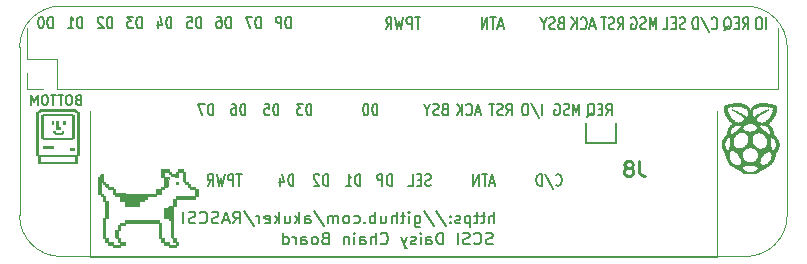
<source format=gbr>
%TF.GenerationSoftware,KiCad,Pcbnew,(5.1.6)-1*%
%TF.CreationDate,2020-08-20T09:51:15-05:00*%
%TF.ProjectId,daisy_chain_board,64616973-795f-4636-9861-696e5f626f61,rev?*%
%TF.SameCoordinates,PX59d60c0PY325aa00*%
%TF.FileFunction,Legend,Bot*%
%TF.FilePolarity,Positive*%
%FSLAX46Y46*%
G04 Gerber Fmt 4.6, Leading zero omitted, Abs format (unit mm)*
G04 Created by KiCad (PCBNEW (5.1.6)-1) date 2020-08-20 09:51:15*
%MOMM*%
%LPD*%
G01*
G04 APERTURE LIST*
%ADD10C,0.150000*%
%ADD11C,0.120000*%
%TA.AperFunction,Profile*%
%ADD12C,0.050000*%
%TD*%
%ADD13C,0.100000*%
%ADD14C,0.010000*%
%ADD15C,0.254000*%
G04 APERTURE END LIST*
D10*
X83110976Y-26392380D02*
X83110976Y-25392380D01*
X82920500Y-25392380D01*
X82806214Y-25440000D01*
X82730023Y-25535238D01*
X82691928Y-25630476D01*
X82653833Y-25820952D01*
X82653833Y-25963809D01*
X82691928Y-26154285D01*
X82730023Y-26249523D01*
X82806214Y-26344761D01*
X82920500Y-26392380D01*
X83110976Y-26392380D01*
X82158595Y-25392380D02*
X82082404Y-25392380D01*
X82006214Y-25440000D01*
X81968119Y-25487619D01*
X81930023Y-25582857D01*
X81891928Y-25773333D01*
X81891928Y-26011428D01*
X81930023Y-26201904D01*
X81968119Y-26297142D01*
X82006214Y-26344761D01*
X82082404Y-26392380D01*
X82158595Y-26392380D01*
X82234785Y-26344761D01*
X82272880Y-26297142D01*
X82310976Y-26201904D01*
X82349071Y-26011428D01*
X82349071Y-25773333D01*
X82310976Y-25582857D01*
X82272880Y-25487619D01*
X82234785Y-25440000D01*
X82158595Y-25392380D01*
X88138588Y-26392380D02*
X88138588Y-25392380D01*
X87948112Y-25392380D01*
X87833826Y-25440000D01*
X87757635Y-25535238D01*
X87719540Y-25630476D01*
X87681445Y-25820952D01*
X87681445Y-25963809D01*
X87719540Y-26154285D01*
X87757635Y-26249523D01*
X87833826Y-26344761D01*
X87948112Y-26392380D01*
X88138588Y-26392380D01*
X87376683Y-25487619D02*
X87338588Y-25440000D01*
X87262397Y-25392380D01*
X87071921Y-25392380D01*
X86995731Y-25440000D01*
X86957635Y-25487619D01*
X86919540Y-25582857D01*
X86919540Y-25678095D01*
X86957635Y-25820952D01*
X87414778Y-26392380D01*
X86919540Y-26392380D01*
X95680006Y-26392380D02*
X95680006Y-25392380D01*
X95489530Y-25392380D01*
X95375244Y-25440000D01*
X95299053Y-25535238D01*
X95260958Y-25630476D01*
X95222863Y-25820952D01*
X95222863Y-25963809D01*
X95260958Y-26154285D01*
X95299053Y-26249523D01*
X95375244Y-26344761D01*
X95489530Y-26392380D01*
X95680006Y-26392380D01*
X94499053Y-25392380D02*
X94880006Y-25392380D01*
X94918101Y-25868571D01*
X94880006Y-25820952D01*
X94803815Y-25773333D01*
X94613339Y-25773333D01*
X94537149Y-25820952D01*
X94499053Y-25868571D01*
X94460958Y-25963809D01*
X94460958Y-26201904D01*
X94499053Y-26297142D01*
X94537149Y-26344761D01*
X94613339Y-26392380D01*
X94803815Y-26392380D01*
X94880006Y-26344761D01*
X94918101Y-26297142D01*
X98193812Y-26392380D02*
X98193812Y-25392380D01*
X98003336Y-25392380D01*
X97889050Y-25440000D01*
X97812859Y-25535238D01*
X97774764Y-25630476D01*
X97736669Y-25820952D01*
X97736669Y-25963809D01*
X97774764Y-26154285D01*
X97812859Y-26249523D01*
X97889050Y-26344761D01*
X98003336Y-26392380D01*
X98193812Y-26392380D01*
X97050955Y-25392380D02*
X97203336Y-25392380D01*
X97279526Y-25440000D01*
X97317621Y-25487619D01*
X97393812Y-25630476D01*
X97431907Y-25820952D01*
X97431907Y-26201904D01*
X97393812Y-26297142D01*
X97355716Y-26344761D01*
X97279526Y-26392380D01*
X97127145Y-26392380D01*
X97050955Y-26344761D01*
X97012859Y-26297142D01*
X96974764Y-26201904D01*
X96974764Y-25963809D01*
X97012859Y-25868571D01*
X97050955Y-25820952D01*
X97127145Y-25773333D01*
X97279526Y-25773333D01*
X97355716Y-25820952D01*
X97393812Y-25868571D01*
X97431907Y-25963809D01*
X126113166Y-25932071D02*
X125998880Y-25979690D01*
X125960785Y-26027309D01*
X125922690Y-26122547D01*
X125922690Y-26265404D01*
X125960785Y-26360642D01*
X125998880Y-26408261D01*
X126075071Y-26455880D01*
X126379833Y-26455880D01*
X126379833Y-25455880D01*
X126113166Y-25455880D01*
X126036976Y-25503500D01*
X125998880Y-25551119D01*
X125960785Y-25646357D01*
X125960785Y-25741595D01*
X125998880Y-25836833D01*
X126036976Y-25884452D01*
X126113166Y-25932071D01*
X126379833Y-25932071D01*
X125617928Y-26408261D02*
X125503642Y-26455880D01*
X125313166Y-26455880D01*
X125236976Y-26408261D01*
X125198880Y-26360642D01*
X125160785Y-26265404D01*
X125160785Y-26170166D01*
X125198880Y-26074928D01*
X125236976Y-26027309D01*
X125313166Y-25979690D01*
X125465547Y-25932071D01*
X125541738Y-25884452D01*
X125579833Y-25836833D01*
X125617928Y-25741595D01*
X125617928Y-25646357D01*
X125579833Y-25551119D01*
X125541738Y-25503500D01*
X125465547Y-25455880D01*
X125275071Y-25455880D01*
X125160785Y-25503500D01*
X124665547Y-25979690D02*
X124665547Y-26455880D01*
X124932214Y-25455880D02*
X124665547Y-25979690D01*
X124398880Y-25455880D01*
X136657734Y-26408261D02*
X136543449Y-26455880D01*
X136352972Y-26455880D01*
X136276782Y-26408261D01*
X136238687Y-26360642D01*
X136200591Y-26265404D01*
X136200591Y-26170166D01*
X136238687Y-26074928D01*
X136276782Y-26027309D01*
X136352972Y-25979690D01*
X136505353Y-25932071D01*
X136581544Y-25884452D01*
X136619639Y-25836833D01*
X136657734Y-25741595D01*
X136657734Y-25646357D01*
X136619639Y-25551119D01*
X136581544Y-25503500D01*
X136505353Y-25455880D01*
X136314877Y-25455880D01*
X136200591Y-25503500D01*
X135857734Y-25932071D02*
X135591068Y-25932071D01*
X135476782Y-26455880D02*
X135857734Y-26455880D01*
X135857734Y-25455880D01*
X135476782Y-25455880D01*
X134752972Y-26455880D02*
X135133925Y-26455880D01*
X135133925Y-25455880D01*
X141549066Y-26455880D02*
X141815733Y-25979690D01*
X142006209Y-26455880D02*
X142006209Y-25455880D01*
X141701447Y-25455880D01*
X141625256Y-25503500D01*
X141587161Y-25551119D01*
X141549066Y-25646357D01*
X141549066Y-25789214D01*
X141587161Y-25884452D01*
X141625256Y-25932071D01*
X141701447Y-25979690D01*
X142006209Y-25979690D01*
X141206209Y-25932071D02*
X140939542Y-25932071D01*
X140825256Y-26455880D02*
X141206209Y-26455880D01*
X141206209Y-25455880D01*
X140825256Y-25455880D01*
X139949066Y-26551119D02*
X140025256Y-26503500D01*
X140101447Y-26408261D01*
X140215733Y-26265404D01*
X140291923Y-26217785D01*
X140368113Y-26217785D01*
X140330018Y-26455880D02*
X140406209Y-26408261D01*
X140482399Y-26313023D01*
X140520494Y-26122547D01*
X140520494Y-25789214D01*
X140482399Y-25598738D01*
X140406209Y-25503500D01*
X140330018Y-25455880D01*
X140177637Y-25455880D01*
X140101447Y-25503500D01*
X140025256Y-25598738D01*
X139987161Y-25789214D01*
X139987161Y-26122547D01*
X140025256Y-26313023D01*
X140101447Y-26408261D01*
X140177637Y-26455880D01*
X140330018Y-26455880D01*
X143518547Y-26455880D02*
X143518547Y-25455880D01*
X142985214Y-25455880D02*
X142832833Y-25455880D01*
X142756642Y-25503500D01*
X142680452Y-25598738D01*
X142642357Y-25789214D01*
X142642357Y-26122547D01*
X142680452Y-26313023D01*
X142756642Y-26408261D01*
X142832833Y-26455880D01*
X142985214Y-26455880D01*
X143061404Y-26408261D01*
X143137595Y-26313023D01*
X143175690Y-26122547D01*
X143175690Y-25789214D01*
X143137595Y-25598738D01*
X143061404Y-25503500D01*
X142985214Y-25455880D01*
X130966403Y-26455880D02*
X131233069Y-25979690D01*
X131423546Y-26455880D02*
X131423546Y-25455880D01*
X131118784Y-25455880D01*
X131042593Y-25503500D01*
X131004498Y-25551119D01*
X130966403Y-25646357D01*
X130966403Y-25789214D01*
X131004498Y-25884452D01*
X131042593Y-25932071D01*
X131118784Y-25979690D01*
X131423546Y-25979690D01*
X130661641Y-26408261D02*
X130547355Y-26455880D01*
X130356879Y-26455880D01*
X130280688Y-26408261D01*
X130242593Y-26360642D01*
X130204498Y-26265404D01*
X130204498Y-26170166D01*
X130242593Y-26074928D01*
X130280688Y-26027309D01*
X130356879Y-25979690D01*
X130509260Y-25932071D01*
X130585450Y-25884452D01*
X130623546Y-25836833D01*
X130661641Y-25741595D01*
X130661641Y-25646357D01*
X130623546Y-25551119D01*
X130585450Y-25503500D01*
X130509260Y-25455880D01*
X130318784Y-25455880D01*
X130204498Y-25503500D01*
X129975927Y-25455880D02*
X129518784Y-25455880D01*
X129747355Y-26455880D02*
X129747355Y-25455880D01*
X85624782Y-26392380D02*
X85624782Y-25392380D01*
X85434306Y-25392380D01*
X85320020Y-25440000D01*
X85243829Y-25535238D01*
X85205734Y-25630476D01*
X85167639Y-25820952D01*
X85167639Y-25963809D01*
X85205734Y-26154285D01*
X85243829Y-26249523D01*
X85320020Y-26344761D01*
X85434306Y-26392380D01*
X85624782Y-26392380D01*
X84405734Y-26392380D02*
X84862877Y-26392380D01*
X84634306Y-26392380D02*
X84634306Y-25392380D01*
X84710496Y-25535238D01*
X84786686Y-25630476D01*
X84862877Y-25678095D01*
X134193022Y-26455880D02*
X134193022Y-25455880D01*
X133926355Y-26170166D01*
X133659688Y-25455880D01*
X133659688Y-26455880D01*
X133316831Y-26408261D02*
X133202545Y-26455880D01*
X133012069Y-26455880D01*
X132935879Y-26408261D01*
X132897783Y-26360642D01*
X132859688Y-26265404D01*
X132859688Y-26170166D01*
X132897783Y-26074928D01*
X132935879Y-26027309D01*
X133012069Y-25979690D01*
X133164450Y-25932071D01*
X133240641Y-25884452D01*
X133278736Y-25836833D01*
X133316831Y-25741595D01*
X133316831Y-25646357D01*
X133278736Y-25551119D01*
X133240641Y-25503500D01*
X133164450Y-25455880D01*
X132973974Y-25455880D01*
X132859688Y-25503500D01*
X132097783Y-25503500D02*
X132173974Y-25455880D01*
X132288260Y-25455880D01*
X132402545Y-25503500D01*
X132478736Y-25598738D01*
X132516831Y-25693976D01*
X132554926Y-25884452D01*
X132554926Y-26027309D01*
X132516831Y-26217785D01*
X132478736Y-26313023D01*
X132402545Y-26408261D01*
X132288260Y-26455880D01*
X132212069Y-26455880D01*
X132097783Y-26408261D01*
X132059688Y-26360642D01*
X132059688Y-26027309D01*
X132212069Y-26027309D01*
X114232214Y-25455880D02*
X113775071Y-25455880D01*
X114003642Y-26455880D02*
X114003642Y-25455880D01*
X113508404Y-26455880D02*
X113508404Y-25455880D01*
X113203642Y-25455880D01*
X113127452Y-25503500D01*
X113089357Y-25551119D01*
X113051261Y-25646357D01*
X113051261Y-25789214D01*
X113089357Y-25884452D01*
X113127452Y-25932071D01*
X113203642Y-25979690D01*
X113508404Y-25979690D01*
X112784595Y-25455880D02*
X112594119Y-26455880D01*
X112441738Y-25741595D01*
X112289357Y-26455880D01*
X112098880Y-25455880D01*
X111336976Y-26455880D02*
X111603642Y-25979690D01*
X111794119Y-26455880D02*
X111794119Y-25455880D01*
X111489357Y-25455880D01*
X111413166Y-25503500D01*
X111375071Y-25551119D01*
X111336976Y-25646357D01*
X111336976Y-25789214D01*
X111375071Y-25884452D01*
X111413166Y-25932071D01*
X111489357Y-25979690D01*
X111794119Y-25979690D01*
X90652394Y-26392380D02*
X90652394Y-25392380D01*
X90461918Y-25392380D01*
X90347632Y-25440000D01*
X90271441Y-25535238D01*
X90233346Y-25630476D01*
X90195251Y-25820952D01*
X90195251Y-25963809D01*
X90233346Y-26154285D01*
X90271441Y-26249523D01*
X90347632Y-26344761D01*
X90461918Y-26392380D01*
X90652394Y-26392380D01*
X89928584Y-25392380D02*
X89433346Y-25392380D01*
X89700013Y-25773333D01*
X89585727Y-25773333D01*
X89509537Y-25820952D01*
X89471441Y-25868571D01*
X89433346Y-25963809D01*
X89433346Y-26201904D01*
X89471441Y-26297142D01*
X89509537Y-26344761D01*
X89585727Y-26392380D01*
X89814298Y-26392380D01*
X89890489Y-26344761D01*
X89928584Y-26297142D01*
X100707618Y-26392380D02*
X100707618Y-25392380D01*
X100517142Y-25392380D01*
X100402856Y-25440000D01*
X100326665Y-25535238D01*
X100288570Y-25630476D01*
X100250475Y-25820952D01*
X100250475Y-25963809D01*
X100288570Y-26154285D01*
X100326665Y-26249523D01*
X100402856Y-26344761D01*
X100517142Y-26392380D01*
X100707618Y-26392380D01*
X99983808Y-25392380D02*
X99450475Y-25392380D01*
X99793332Y-26392380D01*
X93166200Y-26392380D02*
X93166200Y-25392380D01*
X92975724Y-25392380D01*
X92861438Y-25440000D01*
X92785247Y-25535238D01*
X92747152Y-25630476D01*
X92709057Y-25820952D01*
X92709057Y-25963809D01*
X92747152Y-26154285D01*
X92785247Y-26249523D01*
X92861438Y-26344761D01*
X92975724Y-26392380D01*
X93166200Y-26392380D01*
X92023343Y-25725714D02*
X92023343Y-26392380D01*
X92213819Y-25344761D02*
X92404295Y-26059047D01*
X91909057Y-26059047D01*
X128996928Y-26170166D02*
X128615975Y-26170166D01*
X129073118Y-26455880D02*
X128806452Y-25455880D01*
X128539785Y-26455880D01*
X127815975Y-26360642D02*
X127854071Y-26408261D01*
X127968356Y-26455880D01*
X128044547Y-26455880D01*
X128158832Y-26408261D01*
X128235023Y-26313023D01*
X128273118Y-26217785D01*
X128311213Y-26027309D01*
X128311213Y-25884452D01*
X128273118Y-25693976D01*
X128235023Y-25598738D01*
X128158832Y-25503500D01*
X128044547Y-25455880D01*
X127968356Y-25455880D01*
X127854071Y-25503500D01*
X127815975Y-25551119D01*
X127473118Y-26455880D02*
X127473118Y-25455880D01*
X127015975Y-26455880D02*
X127358832Y-25884452D01*
X127015975Y-25455880D02*
X127473118Y-26027309D01*
X121217285Y-26170166D02*
X120836333Y-26170166D01*
X121293476Y-26455880D02*
X121026809Y-25455880D01*
X120760142Y-26455880D01*
X120607761Y-25455880D02*
X120150619Y-25455880D01*
X120379190Y-26455880D02*
X120379190Y-25455880D01*
X119883952Y-26455880D02*
X119883952Y-25455880D01*
X119426809Y-26455880D01*
X119426809Y-25455880D01*
X138893876Y-26360642D02*
X138931971Y-26408261D01*
X139046257Y-26455880D01*
X139122448Y-26455880D01*
X139236733Y-26408261D01*
X139312924Y-26313023D01*
X139351019Y-26217785D01*
X139389114Y-26027309D01*
X139389114Y-25884452D01*
X139351019Y-25693976D01*
X139312924Y-25598738D01*
X139236733Y-25503500D01*
X139122448Y-25455880D01*
X139046257Y-25455880D01*
X138931971Y-25503500D01*
X138893876Y-25551119D01*
X137979590Y-25408261D02*
X138665305Y-26693976D01*
X137712924Y-26455880D02*
X137712924Y-25455880D01*
X137522448Y-25455880D01*
X137408162Y-25503500D01*
X137331971Y-25598738D01*
X137293876Y-25693976D01*
X137255781Y-25884452D01*
X137255781Y-26027309D01*
X137293876Y-26217785D01*
X137331971Y-26313023D01*
X137408162Y-26408261D01*
X137522448Y-26455880D01*
X137712924Y-26455880D01*
X103259523Y-26392380D02*
X103259523Y-25392380D01*
X103069047Y-25392380D01*
X102954761Y-25440000D01*
X102878571Y-25535238D01*
X102840476Y-25630476D01*
X102802380Y-25820952D01*
X102802380Y-25963809D01*
X102840476Y-26154285D01*
X102878571Y-26249523D01*
X102954761Y-26344761D01*
X103069047Y-26392380D01*
X103259523Y-26392380D01*
X102459523Y-26392380D02*
X102459523Y-25392380D01*
X102154761Y-25392380D01*
X102078571Y-25440000D01*
X102040476Y-25487619D01*
X102002380Y-25582857D01*
X102002380Y-25725714D01*
X102040476Y-25820952D01*
X102078571Y-25868571D01*
X102154761Y-25916190D01*
X102459523Y-25916190D01*
D11*
X130717000Y-35973000D02*
X130717000Y-34385500D01*
X128304000Y-35973000D02*
X130717000Y-35973000D01*
X130844000Y-36100000D02*
X130844000Y-34385500D01*
X128177000Y-36100000D02*
X130844000Y-36100000D01*
D10*
X105018476Y-33758380D02*
X105018476Y-32758380D01*
X104828000Y-32758380D01*
X104713714Y-32806000D01*
X104637523Y-32901238D01*
X104599428Y-32996476D01*
X104561333Y-33186952D01*
X104561333Y-33329809D01*
X104599428Y-33520285D01*
X104637523Y-33615523D01*
X104713714Y-33710761D01*
X104828000Y-33758380D01*
X105018476Y-33758380D01*
X104294666Y-32758380D02*
X103799428Y-32758380D01*
X104066095Y-33139333D01*
X103951809Y-33139333D01*
X103875619Y-33186952D01*
X103837523Y-33234571D01*
X103799428Y-33329809D01*
X103799428Y-33567904D01*
X103837523Y-33663142D01*
X103875619Y-33710761D01*
X103951809Y-33758380D01*
X104180380Y-33758380D01*
X104256571Y-33710761D01*
X104294666Y-33663142D01*
X121503095Y-33758380D02*
X121769761Y-33282190D01*
X121960238Y-33758380D02*
X121960238Y-32758380D01*
X121655476Y-32758380D01*
X121579285Y-32806000D01*
X121541190Y-32853619D01*
X121503095Y-32948857D01*
X121503095Y-33091714D01*
X121541190Y-33186952D01*
X121579285Y-33234571D01*
X121655476Y-33282190D01*
X121960238Y-33282190D01*
X121198333Y-33710761D02*
X121084047Y-33758380D01*
X120893571Y-33758380D01*
X120817380Y-33710761D01*
X120779285Y-33663142D01*
X120741190Y-33567904D01*
X120741190Y-33472666D01*
X120779285Y-33377428D01*
X120817380Y-33329809D01*
X120893571Y-33282190D01*
X121045952Y-33234571D01*
X121122142Y-33186952D01*
X121160238Y-33139333D01*
X121198333Y-33044095D01*
X121198333Y-32948857D01*
X121160238Y-32853619D01*
X121122142Y-32806000D01*
X121045952Y-32758380D01*
X120855476Y-32758380D01*
X120741190Y-32806000D01*
X120512619Y-32758380D02*
X120055476Y-32758380D01*
X120284047Y-33758380D02*
X120284047Y-32758380D01*
X111832023Y-39727380D02*
X111832023Y-38727380D01*
X111641547Y-38727380D01*
X111527261Y-38775000D01*
X111451071Y-38870238D01*
X111412976Y-38965476D01*
X111374880Y-39155952D01*
X111374880Y-39298809D01*
X111412976Y-39489285D01*
X111451071Y-39584523D01*
X111527261Y-39679761D01*
X111641547Y-39727380D01*
X111832023Y-39727380D01*
X111032023Y-39727380D02*
X111032023Y-38727380D01*
X110727261Y-38727380D01*
X110651071Y-38775000D01*
X110612976Y-38822619D01*
X110574880Y-38917857D01*
X110574880Y-39060714D01*
X110612976Y-39155952D01*
X110651071Y-39203571D01*
X110727261Y-39251190D01*
X111032023Y-39251190D01*
X103494476Y-39727380D02*
X103494476Y-38727380D01*
X103304000Y-38727380D01*
X103189714Y-38775000D01*
X103113523Y-38870238D01*
X103075428Y-38965476D01*
X103037333Y-39155952D01*
X103037333Y-39298809D01*
X103075428Y-39489285D01*
X103113523Y-39584523D01*
X103189714Y-39679761D01*
X103304000Y-39727380D01*
X103494476Y-39727380D01*
X102351619Y-39060714D02*
X102351619Y-39727380D01*
X102542095Y-38679761D02*
X102732571Y-39394047D01*
X102237333Y-39394047D01*
X115121285Y-39679761D02*
X115007000Y-39727380D01*
X114816523Y-39727380D01*
X114740333Y-39679761D01*
X114702238Y-39632142D01*
X114664142Y-39536904D01*
X114664142Y-39441666D01*
X114702238Y-39346428D01*
X114740333Y-39298809D01*
X114816523Y-39251190D01*
X114968904Y-39203571D01*
X115045095Y-39155952D01*
X115083190Y-39108333D01*
X115121285Y-39013095D01*
X115121285Y-38917857D01*
X115083190Y-38822619D01*
X115045095Y-38775000D01*
X114968904Y-38727380D01*
X114778428Y-38727380D01*
X114664142Y-38775000D01*
X114321285Y-39203571D02*
X114054619Y-39203571D01*
X113940333Y-39727380D02*
X114321285Y-39727380D01*
X114321285Y-38727380D01*
X113940333Y-38727380D01*
X113216523Y-39727380D02*
X113597476Y-39727380D01*
X113597476Y-38727380D01*
X99430476Y-33758380D02*
X99430476Y-32758380D01*
X99240000Y-32758380D01*
X99125714Y-32806000D01*
X99049523Y-32901238D01*
X99011428Y-32996476D01*
X98973333Y-33186952D01*
X98973333Y-33329809D01*
X99011428Y-33520285D01*
X99049523Y-33615523D01*
X99125714Y-33710761D01*
X99240000Y-33758380D01*
X99430476Y-33758380D01*
X98287619Y-32758380D02*
X98440000Y-32758380D01*
X98516190Y-32806000D01*
X98554285Y-32853619D01*
X98630476Y-32996476D01*
X98668571Y-33186952D01*
X98668571Y-33567904D01*
X98630476Y-33663142D01*
X98592380Y-33710761D01*
X98516190Y-33758380D01*
X98363809Y-33758380D01*
X98287619Y-33710761D01*
X98249523Y-33663142D01*
X98211428Y-33567904D01*
X98211428Y-33329809D01*
X98249523Y-33234571D01*
X98287619Y-33186952D01*
X98363809Y-33139333D01*
X98516190Y-33139333D01*
X98592380Y-33186952D01*
X98630476Y-33234571D01*
X98668571Y-33329809D01*
X109145976Y-39727380D02*
X109145976Y-38727380D01*
X108955500Y-38727380D01*
X108841214Y-38775000D01*
X108765023Y-38870238D01*
X108726928Y-38965476D01*
X108688833Y-39155952D01*
X108688833Y-39298809D01*
X108726928Y-39489285D01*
X108765023Y-39584523D01*
X108841214Y-39679761D01*
X108955500Y-39727380D01*
X109145976Y-39727380D01*
X107926928Y-39727380D02*
X108384071Y-39727380D01*
X108155500Y-39727380D02*
X108155500Y-38727380D01*
X108231690Y-38870238D01*
X108307880Y-38965476D01*
X108384071Y-39013095D01*
X102224476Y-33758380D02*
X102224476Y-32758380D01*
X102034000Y-32758380D01*
X101919714Y-32806000D01*
X101843523Y-32901238D01*
X101805428Y-32996476D01*
X101767333Y-33186952D01*
X101767333Y-33329809D01*
X101805428Y-33520285D01*
X101843523Y-33615523D01*
X101919714Y-33710761D01*
X102034000Y-33758380D01*
X102224476Y-33758380D01*
X101043523Y-32758380D02*
X101424476Y-32758380D01*
X101462571Y-33234571D01*
X101424476Y-33186952D01*
X101348285Y-33139333D01*
X101157809Y-33139333D01*
X101081619Y-33186952D01*
X101043523Y-33234571D01*
X101005428Y-33329809D01*
X101005428Y-33567904D01*
X101043523Y-33663142D01*
X101081619Y-33710761D01*
X101157809Y-33758380D01*
X101348285Y-33758380D01*
X101424476Y-33710761D01*
X101462571Y-33663142D01*
X96699976Y-33758380D02*
X96699976Y-32758380D01*
X96509500Y-32758380D01*
X96395214Y-32806000D01*
X96319023Y-32901238D01*
X96280928Y-32996476D01*
X96242833Y-33186952D01*
X96242833Y-33329809D01*
X96280928Y-33520285D01*
X96319023Y-33615523D01*
X96395214Y-33710761D01*
X96509500Y-33758380D01*
X96699976Y-33758380D01*
X95976166Y-32758380D02*
X95442833Y-32758380D01*
X95785690Y-33758380D01*
X99119214Y-38727380D02*
X98662071Y-38727380D01*
X98890642Y-39727380D02*
X98890642Y-38727380D01*
X98395404Y-39727380D02*
X98395404Y-38727380D01*
X98090642Y-38727380D01*
X98014452Y-38775000D01*
X97976357Y-38822619D01*
X97938261Y-38917857D01*
X97938261Y-39060714D01*
X97976357Y-39155952D01*
X98014452Y-39203571D01*
X98090642Y-39251190D01*
X98395404Y-39251190D01*
X97671595Y-38727380D02*
X97481119Y-39727380D01*
X97328738Y-39013095D01*
X97176357Y-39727380D01*
X96985880Y-38727380D01*
X96223976Y-39727380D02*
X96490642Y-39251190D01*
X96681119Y-39727380D02*
X96681119Y-38727380D01*
X96376357Y-38727380D01*
X96300166Y-38775000D01*
X96262071Y-38822619D01*
X96223976Y-38917857D01*
X96223976Y-39060714D01*
X96262071Y-39155952D01*
X96300166Y-39203571D01*
X96376357Y-39251190D01*
X96681119Y-39251190D01*
X106415476Y-39727380D02*
X106415476Y-38727380D01*
X106225000Y-38727380D01*
X106110714Y-38775000D01*
X106034523Y-38870238D01*
X105996428Y-38965476D01*
X105958333Y-39155952D01*
X105958333Y-39298809D01*
X105996428Y-39489285D01*
X106034523Y-39584523D01*
X106110714Y-39679761D01*
X106225000Y-39727380D01*
X106415476Y-39727380D01*
X105653571Y-38822619D02*
X105615476Y-38775000D01*
X105539285Y-38727380D01*
X105348809Y-38727380D01*
X105272619Y-38775000D01*
X105234523Y-38822619D01*
X105196428Y-38917857D01*
X105196428Y-39013095D01*
X105234523Y-39155952D01*
X105691666Y-39727380D01*
X105196428Y-39727380D01*
X110606476Y-33758380D02*
X110606476Y-32758380D01*
X110416000Y-32758380D01*
X110301714Y-32806000D01*
X110225523Y-32901238D01*
X110187428Y-32996476D01*
X110149333Y-33186952D01*
X110149333Y-33329809D01*
X110187428Y-33520285D01*
X110225523Y-33615523D01*
X110301714Y-33710761D01*
X110416000Y-33758380D01*
X110606476Y-33758380D01*
X109654095Y-32758380D02*
X109577904Y-32758380D01*
X109501714Y-32806000D01*
X109463619Y-32853619D01*
X109425523Y-32948857D01*
X109387428Y-33139333D01*
X109387428Y-33377428D01*
X109425523Y-33567904D01*
X109463619Y-33663142D01*
X109501714Y-33710761D01*
X109577904Y-33758380D01*
X109654095Y-33758380D01*
X109730285Y-33710761D01*
X109768380Y-33663142D01*
X109806476Y-33567904D01*
X109844571Y-33377428D01*
X109844571Y-33139333D01*
X109806476Y-32948857D01*
X109768380Y-32853619D01*
X109730285Y-32806000D01*
X109654095Y-32758380D01*
X125700428Y-39632142D02*
X125738523Y-39679761D01*
X125852809Y-39727380D01*
X125929000Y-39727380D01*
X126043285Y-39679761D01*
X126119476Y-39584523D01*
X126157571Y-39489285D01*
X126195666Y-39298809D01*
X126195666Y-39155952D01*
X126157571Y-38965476D01*
X126119476Y-38870238D01*
X126043285Y-38775000D01*
X125929000Y-38727380D01*
X125852809Y-38727380D01*
X125738523Y-38775000D01*
X125700428Y-38822619D01*
X124786142Y-38679761D02*
X125471857Y-39965476D01*
X124519476Y-39727380D02*
X124519476Y-38727380D01*
X124329000Y-38727380D01*
X124214714Y-38775000D01*
X124138523Y-38870238D01*
X124100428Y-38965476D01*
X124062333Y-39155952D01*
X124062333Y-39298809D01*
X124100428Y-39489285D01*
X124138523Y-39584523D01*
X124214714Y-39679761D01*
X124329000Y-39727380D01*
X124519476Y-39727380D01*
X129980333Y-33758380D02*
X130247000Y-33282190D01*
X130437476Y-33758380D02*
X130437476Y-32758380D01*
X130132714Y-32758380D01*
X130056523Y-32806000D01*
X130018428Y-32853619D01*
X129980333Y-32948857D01*
X129980333Y-33091714D01*
X130018428Y-33186952D01*
X130056523Y-33234571D01*
X130132714Y-33282190D01*
X130437476Y-33282190D01*
X129637476Y-33234571D02*
X129370809Y-33234571D01*
X129256523Y-33758380D02*
X129637476Y-33758380D01*
X129637476Y-32758380D01*
X129256523Y-32758380D01*
X128380333Y-33853619D02*
X128456523Y-33806000D01*
X128532714Y-33710761D01*
X128647000Y-33567904D01*
X128723190Y-33520285D01*
X128799380Y-33520285D01*
X128761285Y-33758380D02*
X128837476Y-33710761D01*
X128913666Y-33615523D01*
X128951761Y-33425047D01*
X128951761Y-33091714D01*
X128913666Y-32901238D01*
X128837476Y-32806000D01*
X128761285Y-32758380D01*
X128608904Y-32758380D01*
X128532714Y-32806000D01*
X128456523Y-32901238D01*
X128418428Y-33091714D01*
X128418428Y-33425047D01*
X128456523Y-33615523D01*
X128532714Y-33710761D01*
X128608904Y-33758380D01*
X128761285Y-33758380D01*
X124570095Y-33758380D02*
X124570095Y-32758380D01*
X123617714Y-32710761D02*
X124303428Y-33996476D01*
X123198666Y-32758380D02*
X123046285Y-32758380D01*
X122970095Y-32806000D01*
X122893904Y-32901238D01*
X122855809Y-33091714D01*
X122855809Y-33425047D01*
X122893904Y-33615523D01*
X122970095Y-33710761D01*
X123046285Y-33758380D01*
X123198666Y-33758380D01*
X123274857Y-33710761D01*
X123351047Y-33615523D01*
X123389142Y-33425047D01*
X123389142Y-33091714D01*
X123351047Y-32901238D01*
X123274857Y-32806000D01*
X123198666Y-32758380D01*
X120518785Y-39441666D02*
X120137833Y-39441666D01*
X120594976Y-39727380D02*
X120328309Y-38727380D01*
X120061642Y-39727380D01*
X119909261Y-38727380D02*
X119452119Y-38727380D01*
X119680690Y-39727380D02*
X119680690Y-38727380D01*
X119185452Y-39727380D02*
X119185452Y-38727380D01*
X118728309Y-39727380D01*
X118728309Y-38727380D01*
X119324976Y-33472666D02*
X118944023Y-33472666D01*
X119401166Y-33758380D02*
X119134500Y-32758380D01*
X118867833Y-33758380D01*
X118144023Y-33663142D02*
X118182119Y-33710761D01*
X118296404Y-33758380D01*
X118372595Y-33758380D01*
X118486880Y-33710761D01*
X118563071Y-33615523D01*
X118601166Y-33520285D01*
X118639261Y-33329809D01*
X118639261Y-33186952D01*
X118601166Y-32996476D01*
X118563071Y-32901238D01*
X118486880Y-32806000D01*
X118372595Y-32758380D01*
X118296404Y-32758380D01*
X118182119Y-32806000D01*
X118144023Y-32853619D01*
X117801166Y-33758380D02*
X117801166Y-32758380D01*
X117344023Y-33758380D02*
X117686880Y-33186952D01*
X117344023Y-32758380D02*
X117801166Y-33329809D01*
X127700619Y-33758380D02*
X127700619Y-32758380D01*
X127433952Y-33472666D01*
X127167285Y-32758380D01*
X127167285Y-33758380D01*
X126824428Y-33710761D02*
X126710142Y-33758380D01*
X126519666Y-33758380D01*
X126443476Y-33710761D01*
X126405380Y-33663142D01*
X126367285Y-33567904D01*
X126367285Y-33472666D01*
X126405380Y-33377428D01*
X126443476Y-33329809D01*
X126519666Y-33282190D01*
X126672047Y-33234571D01*
X126748238Y-33186952D01*
X126786333Y-33139333D01*
X126824428Y-33044095D01*
X126824428Y-32948857D01*
X126786333Y-32853619D01*
X126748238Y-32806000D01*
X126672047Y-32758380D01*
X126481571Y-32758380D01*
X126367285Y-32806000D01*
X125605380Y-32806000D02*
X125681571Y-32758380D01*
X125795857Y-32758380D01*
X125910142Y-32806000D01*
X125986333Y-32901238D01*
X126024428Y-32996476D01*
X126062523Y-33186952D01*
X126062523Y-33329809D01*
X126024428Y-33520285D01*
X125986333Y-33615523D01*
X125910142Y-33710761D01*
X125795857Y-33758380D01*
X125719666Y-33758380D01*
X125605380Y-33710761D01*
X125567285Y-33663142D01*
X125567285Y-33329809D01*
X125719666Y-33329809D01*
X116270666Y-33234571D02*
X116156380Y-33282190D01*
X116118285Y-33329809D01*
X116080190Y-33425047D01*
X116080190Y-33567904D01*
X116118285Y-33663142D01*
X116156380Y-33710761D01*
X116232571Y-33758380D01*
X116537333Y-33758380D01*
X116537333Y-32758380D01*
X116270666Y-32758380D01*
X116194476Y-32806000D01*
X116156380Y-32853619D01*
X116118285Y-32948857D01*
X116118285Y-33044095D01*
X116156380Y-33139333D01*
X116194476Y-33186952D01*
X116270666Y-33234571D01*
X116537333Y-33234571D01*
X115775428Y-33710761D02*
X115661142Y-33758380D01*
X115470666Y-33758380D01*
X115394476Y-33710761D01*
X115356380Y-33663142D01*
X115318285Y-33567904D01*
X115318285Y-33472666D01*
X115356380Y-33377428D01*
X115394476Y-33329809D01*
X115470666Y-33282190D01*
X115623047Y-33234571D01*
X115699238Y-33186952D01*
X115737333Y-33139333D01*
X115775428Y-33044095D01*
X115775428Y-32948857D01*
X115737333Y-32853619D01*
X115699238Y-32806000D01*
X115623047Y-32758380D01*
X115432571Y-32758380D01*
X115318285Y-32806000D01*
X114823047Y-33282190D02*
X114823047Y-33758380D01*
X115089714Y-32758380D02*
X114823047Y-33282190D01*
X114556380Y-32758380D01*
D11*
X128304000Y-35973000D02*
X130717000Y-35973000D01*
X128304000Y-34385500D02*
X128304000Y-35973000D01*
X128177000Y-36100000D02*
X130844000Y-36100000D01*
X128177000Y-34385500D02*
X128177000Y-36100000D01*
X144560000Y-31528000D02*
X83473000Y-31528000D01*
X144560000Y-26321000D02*
X144560000Y-31528000D01*
X80933000Y-28988000D02*
X80933000Y-26321000D01*
X83473000Y-28988000D02*
X80933000Y-28988000D01*
X83473000Y-31528000D02*
X83473000Y-28988000D01*
X80933000Y-31528000D02*
X82330000Y-31528000D01*
X80933000Y-30131000D02*
X80933000Y-31528000D01*
D10*
X85257119Y-32423357D02*
X85142833Y-32461452D01*
X85104738Y-32499547D01*
X85066642Y-32575738D01*
X85066642Y-32690023D01*
X85104738Y-32766214D01*
X85142833Y-32804309D01*
X85219023Y-32842404D01*
X85523785Y-32842404D01*
X85523785Y-32042404D01*
X85257119Y-32042404D01*
X85180928Y-32080500D01*
X85142833Y-32118595D01*
X85104738Y-32194785D01*
X85104738Y-32270976D01*
X85142833Y-32347166D01*
X85180928Y-32385261D01*
X85257119Y-32423357D01*
X85523785Y-32423357D01*
X84571404Y-32042404D02*
X84419023Y-32042404D01*
X84342833Y-32080500D01*
X84266642Y-32156690D01*
X84228547Y-32309071D01*
X84228547Y-32575738D01*
X84266642Y-32728119D01*
X84342833Y-32804309D01*
X84419023Y-32842404D01*
X84571404Y-32842404D01*
X84647595Y-32804309D01*
X84723785Y-32728119D01*
X84761880Y-32575738D01*
X84761880Y-32309071D01*
X84723785Y-32156690D01*
X84647595Y-32080500D01*
X84571404Y-32042404D01*
X83999976Y-32042404D02*
X83542833Y-32042404D01*
X83771404Y-32842404D02*
X83771404Y-32042404D01*
X83390452Y-32042404D02*
X82933309Y-32042404D01*
X83161880Y-32842404D02*
X83161880Y-32042404D01*
X82514261Y-32042404D02*
X82361880Y-32042404D01*
X82285690Y-32080500D01*
X82209500Y-32156690D01*
X82171404Y-32309071D01*
X82171404Y-32575738D01*
X82209500Y-32728119D01*
X82285690Y-32804309D01*
X82361880Y-32842404D01*
X82514261Y-32842404D01*
X82590452Y-32804309D01*
X82666642Y-32728119D01*
X82704738Y-32575738D01*
X82704738Y-32309071D01*
X82666642Y-32156690D01*
X82590452Y-32080500D01*
X82514261Y-32042404D01*
X81828547Y-32842404D02*
X81828547Y-32042404D01*
X81561880Y-32613833D01*
X81295214Y-32042404D01*
X81295214Y-32842404D01*
X120515666Y-42902380D02*
X120515666Y-41902380D01*
X120087095Y-42902380D02*
X120087095Y-42378571D01*
X120134714Y-42283333D01*
X120229952Y-42235714D01*
X120372809Y-42235714D01*
X120468047Y-42283333D01*
X120515666Y-42330952D01*
X119753761Y-42235714D02*
X119372809Y-42235714D01*
X119610904Y-41902380D02*
X119610904Y-42759523D01*
X119563285Y-42854761D01*
X119468047Y-42902380D01*
X119372809Y-42902380D01*
X119182333Y-42235714D02*
X118801380Y-42235714D01*
X119039476Y-41902380D02*
X119039476Y-42759523D01*
X118991857Y-42854761D01*
X118896619Y-42902380D01*
X118801380Y-42902380D01*
X118468047Y-42235714D02*
X118468047Y-43235714D01*
X118468047Y-42283333D02*
X118372809Y-42235714D01*
X118182333Y-42235714D01*
X118087095Y-42283333D01*
X118039476Y-42330952D01*
X117991857Y-42426190D01*
X117991857Y-42711904D01*
X118039476Y-42807142D01*
X118087095Y-42854761D01*
X118182333Y-42902380D01*
X118372809Y-42902380D01*
X118468047Y-42854761D01*
X117610904Y-42854761D02*
X117515666Y-42902380D01*
X117325190Y-42902380D01*
X117229952Y-42854761D01*
X117182333Y-42759523D01*
X117182333Y-42711904D01*
X117229952Y-42616666D01*
X117325190Y-42569047D01*
X117468047Y-42569047D01*
X117563285Y-42521428D01*
X117610904Y-42426190D01*
X117610904Y-42378571D01*
X117563285Y-42283333D01*
X117468047Y-42235714D01*
X117325190Y-42235714D01*
X117229952Y-42283333D01*
X116753761Y-42807142D02*
X116706142Y-42854761D01*
X116753761Y-42902380D01*
X116801380Y-42854761D01*
X116753761Y-42807142D01*
X116753761Y-42902380D01*
X116753761Y-42283333D02*
X116706142Y-42330952D01*
X116753761Y-42378571D01*
X116801380Y-42330952D01*
X116753761Y-42283333D01*
X116753761Y-42378571D01*
X115563285Y-41854761D02*
X116420428Y-43140476D01*
X114515666Y-41854761D02*
X115372809Y-43140476D01*
X113753761Y-42235714D02*
X113753761Y-43045238D01*
X113801380Y-43140476D01*
X113849000Y-43188095D01*
X113944238Y-43235714D01*
X114087095Y-43235714D01*
X114182333Y-43188095D01*
X113753761Y-42854761D02*
X113849000Y-42902380D01*
X114039476Y-42902380D01*
X114134714Y-42854761D01*
X114182333Y-42807142D01*
X114229952Y-42711904D01*
X114229952Y-42426190D01*
X114182333Y-42330952D01*
X114134714Y-42283333D01*
X114039476Y-42235714D01*
X113849000Y-42235714D01*
X113753761Y-42283333D01*
X113277571Y-42902380D02*
X113277571Y-42235714D01*
X113277571Y-41902380D02*
X113325190Y-41950000D01*
X113277571Y-41997619D01*
X113229952Y-41950000D01*
X113277571Y-41902380D01*
X113277571Y-41997619D01*
X112944238Y-42235714D02*
X112563285Y-42235714D01*
X112801380Y-41902380D02*
X112801380Y-42759523D01*
X112753761Y-42854761D01*
X112658523Y-42902380D01*
X112563285Y-42902380D01*
X112229952Y-42902380D02*
X112229952Y-41902380D01*
X111801380Y-42902380D02*
X111801380Y-42378571D01*
X111849000Y-42283333D01*
X111944238Y-42235714D01*
X112087095Y-42235714D01*
X112182333Y-42283333D01*
X112229952Y-42330952D01*
X110896619Y-42235714D02*
X110896619Y-42902380D01*
X111325190Y-42235714D02*
X111325190Y-42759523D01*
X111277571Y-42854761D01*
X111182333Y-42902380D01*
X111039476Y-42902380D01*
X110944238Y-42854761D01*
X110896619Y-42807142D01*
X110420428Y-42902380D02*
X110420428Y-41902380D01*
X110420428Y-42283333D02*
X110325190Y-42235714D01*
X110134714Y-42235714D01*
X110039476Y-42283333D01*
X109991857Y-42330952D01*
X109944238Y-42426190D01*
X109944238Y-42711904D01*
X109991857Y-42807142D01*
X110039476Y-42854761D01*
X110134714Y-42902380D01*
X110325190Y-42902380D01*
X110420428Y-42854761D01*
X109515666Y-42807142D02*
X109468047Y-42854761D01*
X109515666Y-42902380D01*
X109563285Y-42854761D01*
X109515666Y-42807142D01*
X109515666Y-42902380D01*
X108610904Y-42854761D02*
X108706142Y-42902380D01*
X108896619Y-42902380D01*
X108991857Y-42854761D01*
X109039476Y-42807142D01*
X109087095Y-42711904D01*
X109087095Y-42426190D01*
X109039476Y-42330952D01*
X108991857Y-42283333D01*
X108896619Y-42235714D01*
X108706142Y-42235714D01*
X108610904Y-42283333D01*
X108039476Y-42902380D02*
X108134714Y-42854761D01*
X108182333Y-42807142D01*
X108229952Y-42711904D01*
X108229952Y-42426190D01*
X108182333Y-42330952D01*
X108134714Y-42283333D01*
X108039476Y-42235714D01*
X107896619Y-42235714D01*
X107801380Y-42283333D01*
X107753761Y-42330952D01*
X107706142Y-42426190D01*
X107706142Y-42711904D01*
X107753761Y-42807142D01*
X107801380Y-42854761D01*
X107896619Y-42902380D01*
X108039476Y-42902380D01*
X107277571Y-42902380D02*
X107277571Y-42235714D01*
X107277571Y-42330952D02*
X107229952Y-42283333D01*
X107134714Y-42235714D01*
X106991857Y-42235714D01*
X106896619Y-42283333D01*
X106849000Y-42378571D01*
X106849000Y-42902380D01*
X106849000Y-42378571D02*
X106801380Y-42283333D01*
X106706142Y-42235714D01*
X106563285Y-42235714D01*
X106468047Y-42283333D01*
X106420428Y-42378571D01*
X106420428Y-42902380D01*
X105229952Y-41854761D02*
X106087095Y-43140476D01*
X104468047Y-42902380D02*
X104468047Y-42378571D01*
X104515666Y-42283333D01*
X104610904Y-42235714D01*
X104801380Y-42235714D01*
X104896619Y-42283333D01*
X104468047Y-42854761D02*
X104563285Y-42902380D01*
X104801380Y-42902380D01*
X104896619Y-42854761D01*
X104944238Y-42759523D01*
X104944238Y-42664285D01*
X104896619Y-42569047D01*
X104801380Y-42521428D01*
X104563285Y-42521428D01*
X104468047Y-42473809D01*
X103991857Y-42902380D02*
X103991857Y-41902380D01*
X103896619Y-42521428D02*
X103610904Y-42902380D01*
X103610904Y-42235714D02*
X103991857Y-42616666D01*
X102753761Y-42235714D02*
X102753761Y-42902380D01*
X103182333Y-42235714D02*
X103182333Y-42759523D01*
X103134714Y-42854761D01*
X103039476Y-42902380D01*
X102896619Y-42902380D01*
X102801380Y-42854761D01*
X102753761Y-42807142D01*
X102277571Y-42902380D02*
X102277571Y-41902380D01*
X102182333Y-42521428D02*
X101896619Y-42902380D01*
X101896619Y-42235714D02*
X102277571Y-42616666D01*
X101087095Y-42854761D02*
X101182333Y-42902380D01*
X101372809Y-42902380D01*
X101468047Y-42854761D01*
X101515666Y-42759523D01*
X101515666Y-42378571D01*
X101468047Y-42283333D01*
X101372809Y-42235714D01*
X101182333Y-42235714D01*
X101087095Y-42283333D01*
X101039476Y-42378571D01*
X101039476Y-42473809D01*
X101515666Y-42569047D01*
X100610904Y-42902380D02*
X100610904Y-42235714D01*
X100610904Y-42426190D02*
X100563285Y-42330952D01*
X100515666Y-42283333D01*
X100420428Y-42235714D01*
X100325190Y-42235714D01*
X99277571Y-41854761D02*
X100134714Y-43140476D01*
X98372809Y-42902380D02*
X98706142Y-42426190D01*
X98944238Y-42902380D02*
X98944238Y-41902380D01*
X98563285Y-41902380D01*
X98468047Y-41950000D01*
X98420428Y-41997619D01*
X98372809Y-42092857D01*
X98372809Y-42235714D01*
X98420428Y-42330952D01*
X98468047Y-42378571D01*
X98563285Y-42426190D01*
X98944238Y-42426190D01*
X97991857Y-42616666D02*
X97515666Y-42616666D01*
X98087095Y-42902380D02*
X97753761Y-41902380D01*
X97420428Y-42902380D01*
X97134714Y-42854761D02*
X96991857Y-42902380D01*
X96753761Y-42902380D01*
X96658523Y-42854761D01*
X96610904Y-42807142D01*
X96563285Y-42711904D01*
X96563285Y-42616666D01*
X96610904Y-42521428D01*
X96658523Y-42473809D01*
X96753761Y-42426190D01*
X96944238Y-42378571D01*
X97039476Y-42330952D01*
X97087095Y-42283333D01*
X97134714Y-42188095D01*
X97134714Y-42092857D01*
X97087095Y-41997619D01*
X97039476Y-41950000D01*
X96944238Y-41902380D01*
X96706142Y-41902380D01*
X96563285Y-41950000D01*
X95563285Y-42807142D02*
X95610904Y-42854761D01*
X95753761Y-42902380D01*
X95849000Y-42902380D01*
X95991857Y-42854761D01*
X96087095Y-42759523D01*
X96134714Y-42664285D01*
X96182333Y-42473809D01*
X96182333Y-42330952D01*
X96134714Y-42140476D01*
X96087095Y-42045238D01*
X95991857Y-41950000D01*
X95849000Y-41902380D01*
X95753761Y-41902380D01*
X95610904Y-41950000D01*
X95563285Y-41997619D01*
X95182333Y-42854761D02*
X95039476Y-42902380D01*
X94801380Y-42902380D01*
X94706142Y-42854761D01*
X94658523Y-42807142D01*
X94610904Y-42711904D01*
X94610904Y-42616666D01*
X94658523Y-42521428D01*
X94706142Y-42473809D01*
X94801380Y-42426190D01*
X94991857Y-42378571D01*
X95087095Y-42330952D01*
X95134714Y-42283333D01*
X95182333Y-42188095D01*
X95182333Y-42092857D01*
X95134714Y-41997619D01*
X95087095Y-41950000D01*
X94991857Y-41902380D01*
X94753761Y-41902380D01*
X94610904Y-41950000D01*
X94182333Y-42902380D02*
X94182333Y-41902380D01*
X120357452Y-44632761D02*
X120214595Y-44680380D01*
X119976500Y-44680380D01*
X119881261Y-44632761D01*
X119833642Y-44585142D01*
X119786023Y-44489904D01*
X119786023Y-44394666D01*
X119833642Y-44299428D01*
X119881261Y-44251809D01*
X119976500Y-44204190D01*
X120166976Y-44156571D01*
X120262214Y-44108952D01*
X120309833Y-44061333D01*
X120357452Y-43966095D01*
X120357452Y-43870857D01*
X120309833Y-43775619D01*
X120262214Y-43728000D01*
X120166976Y-43680380D01*
X119928880Y-43680380D01*
X119786023Y-43728000D01*
X118786023Y-44585142D02*
X118833642Y-44632761D01*
X118976500Y-44680380D01*
X119071738Y-44680380D01*
X119214595Y-44632761D01*
X119309833Y-44537523D01*
X119357452Y-44442285D01*
X119405071Y-44251809D01*
X119405071Y-44108952D01*
X119357452Y-43918476D01*
X119309833Y-43823238D01*
X119214595Y-43728000D01*
X119071738Y-43680380D01*
X118976500Y-43680380D01*
X118833642Y-43728000D01*
X118786023Y-43775619D01*
X118405071Y-44632761D02*
X118262214Y-44680380D01*
X118024119Y-44680380D01*
X117928880Y-44632761D01*
X117881261Y-44585142D01*
X117833642Y-44489904D01*
X117833642Y-44394666D01*
X117881261Y-44299428D01*
X117928880Y-44251809D01*
X118024119Y-44204190D01*
X118214595Y-44156571D01*
X118309833Y-44108952D01*
X118357452Y-44061333D01*
X118405071Y-43966095D01*
X118405071Y-43870857D01*
X118357452Y-43775619D01*
X118309833Y-43728000D01*
X118214595Y-43680380D01*
X117976500Y-43680380D01*
X117833642Y-43728000D01*
X117405071Y-44680380D02*
X117405071Y-43680380D01*
X116166976Y-44680380D02*
X116166976Y-43680380D01*
X115928880Y-43680380D01*
X115786023Y-43728000D01*
X115690785Y-43823238D01*
X115643166Y-43918476D01*
X115595547Y-44108952D01*
X115595547Y-44251809D01*
X115643166Y-44442285D01*
X115690785Y-44537523D01*
X115786023Y-44632761D01*
X115928880Y-44680380D01*
X116166976Y-44680380D01*
X114738404Y-44680380D02*
X114738404Y-44156571D01*
X114786023Y-44061333D01*
X114881261Y-44013714D01*
X115071738Y-44013714D01*
X115166976Y-44061333D01*
X114738404Y-44632761D02*
X114833642Y-44680380D01*
X115071738Y-44680380D01*
X115166976Y-44632761D01*
X115214595Y-44537523D01*
X115214595Y-44442285D01*
X115166976Y-44347047D01*
X115071738Y-44299428D01*
X114833642Y-44299428D01*
X114738404Y-44251809D01*
X114262214Y-44680380D02*
X114262214Y-44013714D01*
X114262214Y-43680380D02*
X114309833Y-43728000D01*
X114262214Y-43775619D01*
X114214595Y-43728000D01*
X114262214Y-43680380D01*
X114262214Y-43775619D01*
X113833642Y-44632761D02*
X113738404Y-44680380D01*
X113547928Y-44680380D01*
X113452690Y-44632761D01*
X113405071Y-44537523D01*
X113405071Y-44489904D01*
X113452690Y-44394666D01*
X113547928Y-44347047D01*
X113690785Y-44347047D01*
X113786023Y-44299428D01*
X113833642Y-44204190D01*
X113833642Y-44156571D01*
X113786023Y-44061333D01*
X113690785Y-44013714D01*
X113547928Y-44013714D01*
X113452690Y-44061333D01*
X113071738Y-44013714D02*
X112833642Y-44680380D01*
X112595547Y-44013714D02*
X112833642Y-44680380D01*
X112928880Y-44918476D01*
X112976500Y-44966095D01*
X113071738Y-45013714D01*
X110881261Y-44585142D02*
X110928880Y-44632761D01*
X111071738Y-44680380D01*
X111166976Y-44680380D01*
X111309833Y-44632761D01*
X111405071Y-44537523D01*
X111452690Y-44442285D01*
X111500309Y-44251809D01*
X111500309Y-44108952D01*
X111452690Y-43918476D01*
X111405071Y-43823238D01*
X111309833Y-43728000D01*
X111166976Y-43680380D01*
X111071738Y-43680380D01*
X110928880Y-43728000D01*
X110881261Y-43775619D01*
X110452690Y-44680380D02*
X110452690Y-43680380D01*
X110024119Y-44680380D02*
X110024119Y-44156571D01*
X110071738Y-44061333D01*
X110166976Y-44013714D01*
X110309833Y-44013714D01*
X110405071Y-44061333D01*
X110452690Y-44108952D01*
X109119357Y-44680380D02*
X109119357Y-44156571D01*
X109166976Y-44061333D01*
X109262214Y-44013714D01*
X109452690Y-44013714D01*
X109547928Y-44061333D01*
X109119357Y-44632761D02*
X109214595Y-44680380D01*
X109452690Y-44680380D01*
X109547928Y-44632761D01*
X109595547Y-44537523D01*
X109595547Y-44442285D01*
X109547928Y-44347047D01*
X109452690Y-44299428D01*
X109214595Y-44299428D01*
X109119357Y-44251809D01*
X108643166Y-44680380D02*
X108643166Y-44013714D01*
X108643166Y-43680380D02*
X108690785Y-43728000D01*
X108643166Y-43775619D01*
X108595547Y-43728000D01*
X108643166Y-43680380D01*
X108643166Y-43775619D01*
X108166976Y-44013714D02*
X108166976Y-44680380D01*
X108166976Y-44108952D02*
X108119357Y-44061333D01*
X108024119Y-44013714D01*
X107881261Y-44013714D01*
X107786023Y-44061333D01*
X107738404Y-44156571D01*
X107738404Y-44680380D01*
X106166976Y-44156571D02*
X106024119Y-44204190D01*
X105976500Y-44251809D01*
X105928880Y-44347047D01*
X105928880Y-44489904D01*
X105976500Y-44585142D01*
X106024119Y-44632761D01*
X106119357Y-44680380D01*
X106500309Y-44680380D01*
X106500309Y-43680380D01*
X106166976Y-43680380D01*
X106071738Y-43728000D01*
X106024119Y-43775619D01*
X105976500Y-43870857D01*
X105976500Y-43966095D01*
X106024119Y-44061333D01*
X106071738Y-44108952D01*
X106166976Y-44156571D01*
X106500309Y-44156571D01*
X105357452Y-44680380D02*
X105452690Y-44632761D01*
X105500309Y-44585142D01*
X105547928Y-44489904D01*
X105547928Y-44204190D01*
X105500309Y-44108952D01*
X105452690Y-44061333D01*
X105357452Y-44013714D01*
X105214595Y-44013714D01*
X105119357Y-44061333D01*
X105071738Y-44108952D01*
X105024119Y-44204190D01*
X105024119Y-44489904D01*
X105071738Y-44585142D01*
X105119357Y-44632761D01*
X105214595Y-44680380D01*
X105357452Y-44680380D01*
X104166976Y-44680380D02*
X104166976Y-44156571D01*
X104214595Y-44061333D01*
X104309833Y-44013714D01*
X104500309Y-44013714D01*
X104595547Y-44061333D01*
X104166976Y-44632761D02*
X104262214Y-44680380D01*
X104500309Y-44680380D01*
X104595547Y-44632761D01*
X104643166Y-44537523D01*
X104643166Y-44442285D01*
X104595547Y-44347047D01*
X104500309Y-44299428D01*
X104262214Y-44299428D01*
X104166976Y-44251809D01*
X103690785Y-44680380D02*
X103690785Y-44013714D01*
X103690785Y-44204190D02*
X103643166Y-44108952D01*
X103595547Y-44061333D01*
X103500309Y-44013714D01*
X103405071Y-44013714D01*
X102643166Y-44680380D02*
X102643166Y-43680380D01*
X102643166Y-44632761D02*
X102738404Y-44680380D01*
X102928880Y-44680380D01*
X103024119Y-44632761D01*
X103071738Y-44585142D01*
X103119357Y-44489904D01*
X103119357Y-44204190D01*
X103071738Y-44108952D01*
X103024119Y-44061333D01*
X102928880Y-44013714D01*
X102738404Y-44013714D01*
X102643166Y-44061333D01*
D12*
X83800000Y-45696000D02*
X141800000Y-45696000D01*
X83800000Y-45696000D02*
G75*
G02*
X80300000Y-42196000I0J3500000D01*
G01*
X145300000Y-42196000D02*
G75*
G02*
X141800000Y-45696000I-3500000J0D01*
G01*
X80300000Y-27998000D02*
X80300000Y-42196000D01*
X145300000Y-27998000D02*
X145300000Y-42196000D01*
X83800000Y-24498000D02*
X141800000Y-24498000D01*
X80300000Y-27998000D02*
G75*
G02*
X83800000Y-24498000I3500000J0D01*
G01*
X141800000Y-24498000D02*
G75*
G02*
X145300000Y-27998000I0J-3500000D01*
G01*
D13*
%TO.C,J8*%
X86281600Y-33350000D02*
X86281600Y-45750000D01*
X86281600Y-45750000D02*
X139321600Y-45750000D01*
X139321600Y-45750000D02*
X139321600Y-33350000D01*
D14*
%TO.C,X3*%
G36*
X83011182Y-34495182D02*
G01*
X83149727Y-34495182D01*
X83149727Y-34195000D01*
X83011182Y-34195000D01*
X83011182Y-34495182D01*
G37*
X83011182Y-34495182D02*
X83149727Y-34495182D01*
X83149727Y-34195000D01*
X83011182Y-34195000D01*
X83011182Y-34495182D01*
G36*
X84004091Y-34495182D02*
G01*
X84165727Y-34495182D01*
X84165727Y-34195000D01*
X84004091Y-34195000D01*
X84004091Y-34495182D01*
G37*
X84004091Y-34495182D02*
X84165727Y-34495182D01*
X84165727Y-34195000D01*
X84004091Y-34195000D01*
X84004091Y-34495182D01*
G36*
X83426818Y-34910818D02*
G01*
X83727000Y-34910818D01*
X83727000Y-34841546D01*
X83721278Y-34792480D01*
X83694289Y-34774395D01*
X83657727Y-34772273D01*
X83588454Y-34772273D01*
X83588454Y-34195000D01*
X83426818Y-34195000D01*
X83426818Y-34910818D01*
G37*
X83426818Y-34910818D02*
X83727000Y-34910818D01*
X83727000Y-34841546D01*
X83721278Y-34792480D01*
X83694289Y-34774395D01*
X83657727Y-34772273D01*
X83588454Y-34772273D01*
X83588454Y-34195000D01*
X83426818Y-34195000D01*
X83426818Y-34910818D01*
G36*
X83169934Y-35078176D02*
G01*
X83151849Y-35105165D01*
X83149727Y-35141727D01*
X83155449Y-35190793D01*
X83182438Y-35208878D01*
X83219000Y-35211000D01*
X83268066Y-35216722D01*
X83286150Y-35243711D01*
X83288273Y-35280273D01*
X83288273Y-35349546D01*
X83865545Y-35349546D01*
X83865545Y-35280273D01*
X83871267Y-35231207D01*
X83898256Y-35213122D01*
X83934818Y-35211000D01*
X83983884Y-35205278D01*
X84001969Y-35178289D01*
X84004091Y-35141727D01*
X83998369Y-35092661D01*
X83971380Y-35074577D01*
X83934818Y-35072455D01*
X83885752Y-35078176D01*
X83867668Y-35105165D01*
X83865545Y-35141727D01*
X83865545Y-35211000D01*
X83288273Y-35211000D01*
X83288273Y-35141727D01*
X83282551Y-35092661D01*
X83255562Y-35074577D01*
X83219000Y-35072455D01*
X83169934Y-35078176D01*
G37*
X83169934Y-35078176D02*
X83151849Y-35105165D01*
X83149727Y-35141727D01*
X83155449Y-35190793D01*
X83182438Y-35208878D01*
X83219000Y-35211000D01*
X83268066Y-35216722D01*
X83286150Y-35243711D01*
X83288273Y-35280273D01*
X83288273Y-35349546D01*
X83865545Y-35349546D01*
X83865545Y-35280273D01*
X83871267Y-35231207D01*
X83898256Y-35213122D01*
X83934818Y-35211000D01*
X83983884Y-35205278D01*
X84001969Y-35178289D01*
X84004091Y-35141727D01*
X83998369Y-35092661D01*
X83971380Y-35074577D01*
X83934818Y-35072455D01*
X83885752Y-35078176D01*
X83867668Y-35105165D01*
X83865545Y-35141727D01*
X83865545Y-35211000D01*
X83288273Y-35211000D01*
X83288273Y-35141727D01*
X83282551Y-35092661D01*
X83255562Y-35074577D01*
X83219000Y-35072455D01*
X83169934Y-35078176D01*
G36*
X82272273Y-33687000D02*
G01*
X82266551Y-33736066D01*
X82239562Y-33754151D01*
X82203000Y-33756273D01*
X82133727Y-33756273D01*
X82133727Y-35649727D01*
X82203000Y-35649727D01*
X82252066Y-35655449D01*
X82270150Y-35682438D01*
X82272273Y-35719000D01*
X82272273Y-35788273D01*
X84743000Y-35788273D01*
X84743000Y-35719000D01*
X84748722Y-35669934D01*
X84775711Y-35651850D01*
X84812273Y-35649727D01*
X84881545Y-35649727D01*
X84881545Y-33756273D01*
X84812273Y-33756273D01*
X84743000Y-33756273D01*
X84743000Y-35649727D01*
X82272273Y-35649727D01*
X82272273Y-33756273D01*
X84743000Y-33756273D01*
X84812273Y-33756273D01*
X84763207Y-33750551D01*
X84745122Y-33723562D01*
X84743000Y-33687000D01*
X84743000Y-33617727D01*
X82272273Y-33617727D01*
X82272273Y-33687000D01*
G37*
X82272273Y-33687000D02*
X82266551Y-33736066D01*
X82239562Y-33754151D01*
X82203000Y-33756273D01*
X82133727Y-33756273D01*
X82133727Y-35649727D01*
X82203000Y-35649727D01*
X82252066Y-35655449D01*
X82270150Y-35682438D01*
X82272273Y-35719000D01*
X82272273Y-35788273D01*
X84743000Y-35788273D01*
X84743000Y-35719000D01*
X84748722Y-35669934D01*
X84775711Y-35651850D01*
X84812273Y-35649727D01*
X84881545Y-35649727D01*
X84881545Y-33756273D01*
X84812273Y-33756273D01*
X84743000Y-33756273D01*
X84743000Y-35649727D01*
X82272273Y-35649727D01*
X82272273Y-33756273D01*
X84743000Y-33756273D01*
X84812273Y-33756273D01*
X84763207Y-33750551D01*
X84745122Y-33723562D01*
X84743000Y-33687000D01*
X84743000Y-33617727D01*
X82272273Y-33617727D01*
X82272273Y-33687000D01*
G36*
X82272273Y-36504091D02*
G01*
X83149727Y-36504091D01*
X83149727Y-36365546D01*
X82272273Y-36365546D01*
X82272273Y-36504091D01*
G37*
X82272273Y-36504091D02*
X83149727Y-36504091D01*
X83149727Y-36365546D01*
X82272273Y-36365546D01*
X82272273Y-36504091D01*
G36*
X84581364Y-36642636D02*
G01*
X84881545Y-36642636D01*
X84881545Y-36504091D01*
X84581364Y-36504091D01*
X84581364Y-36642636D01*
G37*
X84581364Y-36642636D02*
X84881545Y-36642636D01*
X84881545Y-36504091D01*
X84581364Y-36504091D01*
X84581364Y-36642636D01*
G36*
X81995182Y-33259818D02*
G01*
X81991320Y-33314117D01*
X81971733Y-33336388D01*
X81925909Y-33340636D01*
X81876843Y-33346358D01*
X81858759Y-33373347D01*
X81856636Y-33409909D01*
X81852131Y-33456451D01*
X81829279Y-33475540D01*
X81775818Y-33479182D01*
X81695000Y-33479182D01*
X81695000Y-37081364D01*
X81856636Y-37081364D01*
X81856636Y-37797182D01*
X85158636Y-37797182D01*
X85158636Y-37219909D01*
X85020091Y-37219909D01*
X85020091Y-37658636D01*
X81995182Y-37658636D01*
X81995182Y-37219909D01*
X85020091Y-37219909D01*
X85158636Y-37219909D01*
X85158636Y-37081364D01*
X85320273Y-37081364D01*
X85320273Y-33479182D01*
X85239454Y-33479182D01*
X85158636Y-33479182D01*
X85158636Y-37081364D01*
X81856636Y-37081364D01*
X81856636Y-33479182D01*
X81925909Y-33479182D01*
X81974975Y-33473460D01*
X81993060Y-33446471D01*
X81995182Y-33409909D01*
X81995182Y-33340636D01*
X85020091Y-33340636D01*
X85020091Y-33409909D01*
X85025812Y-33458975D01*
X85052802Y-33477060D01*
X85089364Y-33479182D01*
X85158636Y-33479182D01*
X85239454Y-33479182D01*
X85185156Y-33475320D01*
X85162885Y-33455733D01*
X85158636Y-33409909D01*
X85152915Y-33360843D01*
X85125925Y-33342759D01*
X85089364Y-33340636D01*
X85042822Y-33336131D01*
X85023732Y-33313279D01*
X85020091Y-33259818D01*
X85020091Y-33179000D01*
X81995182Y-33179000D01*
X81995182Y-33259818D01*
G37*
X81995182Y-33259818D02*
X81991320Y-33314117D01*
X81971733Y-33336388D01*
X81925909Y-33340636D01*
X81876843Y-33346358D01*
X81858759Y-33373347D01*
X81856636Y-33409909D01*
X81852131Y-33456451D01*
X81829279Y-33475540D01*
X81775818Y-33479182D01*
X81695000Y-33479182D01*
X81695000Y-37081364D01*
X81856636Y-37081364D01*
X81856636Y-37797182D01*
X85158636Y-37797182D01*
X85158636Y-37219909D01*
X85020091Y-37219909D01*
X85020091Y-37658636D01*
X81995182Y-37658636D01*
X81995182Y-37219909D01*
X85020091Y-37219909D01*
X85158636Y-37219909D01*
X85158636Y-37081364D01*
X85320273Y-37081364D01*
X85320273Y-33479182D01*
X85239454Y-33479182D01*
X85158636Y-33479182D01*
X85158636Y-37081364D01*
X81856636Y-37081364D01*
X81856636Y-33479182D01*
X81925909Y-33479182D01*
X81974975Y-33473460D01*
X81993060Y-33446471D01*
X81995182Y-33409909D01*
X81995182Y-33340636D01*
X85020091Y-33340636D01*
X85020091Y-33409909D01*
X85025812Y-33458975D01*
X85052802Y-33477060D01*
X85089364Y-33479182D01*
X85158636Y-33479182D01*
X85239454Y-33479182D01*
X85185156Y-33475320D01*
X85162885Y-33455733D01*
X85158636Y-33409909D01*
X85152915Y-33360843D01*
X85125925Y-33342759D01*
X85089364Y-33340636D01*
X85042822Y-33336131D01*
X85023732Y-33313279D01*
X85020091Y-33259818D01*
X85020091Y-33179000D01*
X81995182Y-33179000D01*
X81995182Y-33259818D01*
%TO.C,X4*%
G36*
X143221143Y-32688226D02*
G01*
X143202953Y-32689167D01*
X143191191Y-32690847D01*
X143184848Y-32693361D01*
X143184501Y-32693638D01*
X143176214Y-32698759D01*
X143162368Y-32705427D01*
X143145267Y-32712732D01*
X143127218Y-32719764D01*
X143110526Y-32725614D01*
X143097498Y-32729371D01*
X143091669Y-32730269D01*
X143082363Y-32729457D01*
X143067544Y-32727295D01*
X143049977Y-32724201D01*
X143044767Y-32723190D01*
X143018586Y-32719250D01*
X142995052Y-32718901D01*
X142972036Y-32722542D01*
X142947409Y-32730572D01*
X142919042Y-32743393D01*
X142908315Y-32748838D01*
X142863179Y-32772219D01*
X142812778Y-32769685D01*
X142782143Y-32768936D01*
X142756229Y-32770507D01*
X142733421Y-32775063D01*
X142712103Y-32783273D01*
X142690658Y-32795802D01*
X142667471Y-32813318D01*
X142640926Y-32836488D01*
X142632807Y-32843954D01*
X142617268Y-32857743D01*
X142602900Y-32869392D01*
X142591378Y-32877611D01*
X142584716Y-32881037D01*
X142575012Y-32882107D01*
X142560061Y-32882273D01*
X142543035Y-32881503D01*
X142542426Y-32881457D01*
X142511217Y-32879097D01*
X142474357Y-32905223D01*
X142419788Y-32948622D01*
X142367638Y-32999551D01*
X142318550Y-33057265D01*
X142273167Y-33121016D01*
X142236943Y-33181266D01*
X142225067Y-33203801D01*
X142211922Y-33230552D01*
X142198451Y-33259426D01*
X142185593Y-33288330D01*
X142174289Y-33315171D01*
X142165480Y-33337856D01*
X142161869Y-33348333D01*
X142157356Y-33361525D01*
X142153467Y-33371297D01*
X142151600Y-33374751D01*
X142149174Y-33372156D01*
X142144376Y-33362920D01*
X142137803Y-33348330D01*
X142130052Y-33329675D01*
X142126112Y-33319718D01*
X142088345Y-33232887D01*
X142045120Y-33152191D01*
X141996579Y-33077885D01*
X141975535Y-33049788D01*
X141955116Y-33025516D01*
X141930100Y-32998799D01*
X141902384Y-32971435D01*
X141873863Y-32945225D01*
X141846434Y-32921967D01*
X141821993Y-32903460D01*
X141819466Y-32901721D01*
X141783279Y-32877141D01*
X141706317Y-32882603D01*
X141662054Y-32840507D01*
X141637325Y-32817974D01*
X141616357Y-32801147D01*
X141597796Y-32788986D01*
X141589237Y-32784447D01*
X141578027Y-32779085D01*
X141568711Y-32775300D01*
X141559455Y-32772805D01*
X141548424Y-32771316D01*
X141533785Y-32770547D01*
X141513702Y-32770213D01*
X141496910Y-32770095D01*
X141433137Y-32769708D01*
X141389901Y-32748146D01*
X141362354Y-32735057D01*
X141339578Y-32726154D01*
X141319231Y-32721030D01*
X141298971Y-32719278D01*
X141276456Y-32720492D01*
X141250885Y-32724016D01*
X141231197Y-32727068D01*
X141215842Y-32728729D01*
X141202858Y-32728638D01*
X141190278Y-32726431D01*
X141176140Y-32721746D01*
X141158478Y-32714219D01*
X141135329Y-32703488D01*
X141132465Y-32702145D01*
X141119711Y-32696321D01*
X141109300Y-32692355D01*
X141099093Y-32689889D01*
X141086947Y-32688567D01*
X141070721Y-32688034D01*
X141048274Y-32687933D01*
X141046990Y-32687933D01*
X141026214Y-32688222D01*
X141008621Y-32689011D01*
X140995876Y-32690187D01*
X140989642Y-32691634D01*
X140989344Y-32691907D01*
X140984569Y-32696006D01*
X140974710Y-32702559D01*
X140964753Y-32708496D01*
X140942617Y-32721112D01*
X140898167Y-32710967D01*
X140863609Y-32703701D01*
X140835333Y-32699262D01*
X140811696Y-32697504D01*
X140791052Y-32698277D01*
X140777965Y-32700158D01*
X140749541Y-32707913D01*
X140719809Y-32720160D01*
X140693103Y-32735079D01*
X140690268Y-32736990D01*
X140683598Y-32741222D01*
X140676840Y-32744178D01*
X140668305Y-32746117D01*
X140656307Y-32747299D01*
X140639156Y-32747986D01*
X140616185Y-32748423D01*
X140592006Y-32748921D01*
X140574363Y-32749747D01*
X140561323Y-32751182D01*
X140550955Y-32753505D01*
X140541329Y-32756996D01*
X140533860Y-32760349D01*
X140516829Y-32770003D01*
X140499519Y-32782371D01*
X140491617Y-32789190D01*
X140472897Y-32806998D01*
X140447407Y-32802563D01*
X140431626Y-32800673D01*
X140414012Y-32800488D01*
X140392179Y-32802061D01*
X140373234Y-32804222D01*
X140332483Y-32810750D01*
X140298240Y-32819681D01*
X140268706Y-32831783D01*
X140242081Y-32847827D01*
X140216567Y-32868581D01*
X140211372Y-32873429D01*
X140198987Y-32884956D01*
X140190392Y-32891642D01*
X140183327Y-32894569D01*
X140175529Y-32894817D01*
X140168398Y-32893972D01*
X140151378Y-32893452D01*
X140129157Y-32895279D01*
X140104517Y-32898982D01*
X140080241Y-32904089D01*
X140059114Y-32910131D01*
X140048642Y-32914219D01*
X140018972Y-32932221D01*
X139994914Y-32956052D01*
X139977209Y-32984679D01*
X139966603Y-33017068D01*
X139964473Y-33031250D01*
X139964117Y-33061296D01*
X139968289Y-33092694D01*
X139976372Y-33121575D01*
X139980448Y-33131316D01*
X139989195Y-33149924D01*
X139968712Y-33192631D01*
X139956188Y-33221233D01*
X139948685Y-33245419D01*
X139945926Y-33267375D01*
X139947635Y-33289291D01*
X139953474Y-33313151D01*
X139960475Y-33331541D01*
X139970453Y-33352255D01*
X139981272Y-33370867D01*
X139981481Y-33371186D01*
X139990392Y-33385322D01*
X139997108Y-33397114D01*
X140000500Y-33404539D01*
X140000701Y-33405594D01*
X139999156Y-33412559D01*
X139995305Y-33423557D01*
X139993834Y-33427191D01*
X139990019Y-33439459D01*
X139988647Y-33453786D01*
X139989456Y-33473138D01*
X139989623Y-33475174D01*
X139992884Y-33497648D01*
X139999230Y-33519363D01*
X140009407Y-33541963D01*
X140024158Y-33567091D01*
X140044230Y-33596393D01*
X140045095Y-33597593D01*
X140073755Y-33637302D01*
X140068535Y-33659059D01*
X140065966Y-33672494D01*
X140065711Y-33684524D01*
X140067917Y-33698737D01*
X140070620Y-33710366D01*
X140079040Y-33739158D01*
X140089511Y-33763527D01*
X140103350Y-33785529D01*
X140121874Y-33807221D01*
X140146401Y-33830660D01*
X140149309Y-33833245D01*
X140159241Y-33842375D01*
X140165201Y-33849812D01*
X140168443Y-33858347D01*
X140170217Y-33870769D01*
X140171151Y-33881928D01*
X140173383Y-33900230D01*
X140176842Y-33917648D01*
X140180694Y-33930179D01*
X140196557Y-33959533D01*
X140219149Y-33989743D01*
X140247081Y-34019259D01*
X140278962Y-34046532D01*
X140296242Y-34059041D01*
X140313154Y-34071110D01*
X140324511Y-34081198D01*
X140332083Y-34091565D01*
X140337642Y-34104472D01*
X140341401Y-34116629D01*
X140347300Y-34133984D01*
X140354605Y-34151155D01*
X140359123Y-34159838D01*
X140376530Y-34183063D01*
X140400516Y-34205795D01*
X140429234Y-34226730D01*
X140460835Y-34244568D01*
X140493471Y-34258006D01*
X140502351Y-34260748D01*
X140519412Y-34266017D01*
X140530056Y-34270845D01*
X140536131Y-34276618D01*
X140539485Y-34284727D01*
X140540593Y-34289484D01*
X140550134Y-34315322D01*
X140567302Y-34340018D01*
X140591270Y-34362883D01*
X140621211Y-34383230D01*
X140656298Y-34400369D01*
X140686650Y-34411051D01*
X140702083Y-34415887D01*
X140714292Y-34420156D01*
X140721039Y-34423064D01*
X140721534Y-34423411D01*
X140719257Y-34426584D01*
X140710945Y-34433634D01*
X140697630Y-34443776D01*
X140680346Y-34456222D01*
X140660151Y-34470168D01*
X140619360Y-34498103D01*
X140584723Y-34522532D01*
X140555132Y-34544306D01*
X140529479Y-34564272D01*
X140506657Y-34583280D01*
X140485558Y-34602180D01*
X140475257Y-34611904D01*
X140416822Y-34672836D01*
X140365844Y-34736559D01*
X140321965Y-34803734D01*
X140284822Y-34875021D01*
X140254055Y-34951079D01*
X140229304Y-35032570D01*
X140217171Y-35084438D01*
X140210799Y-35117015D01*
X140205552Y-35149267D01*
X140201229Y-35182979D01*
X140197628Y-35219934D01*
X140194546Y-35261918D01*
X140191979Y-35306822D01*
X140188684Y-35370895D01*
X140169409Y-35404189D01*
X140159748Y-35420101D01*
X140150894Y-35432113D01*
X140140742Y-35442425D01*
X140127188Y-35453238D01*
X140112459Y-35463743D01*
X140086659Y-35483221D01*
X140057722Y-35507553D01*
X140027650Y-35534863D01*
X139998442Y-35563275D01*
X139972100Y-35590912D01*
X139951787Y-35614447D01*
X139913347Y-35665844D01*
X139877286Y-35721371D01*
X139844266Y-35779618D01*
X139814953Y-35839179D01*
X139790008Y-35898646D01*
X139770095Y-35956611D01*
X139755878Y-36011667D01*
X139750548Y-36041409D01*
X139747769Y-36058083D01*
X139744898Y-36071580D01*
X139742435Y-36079654D01*
X139741804Y-36080738D01*
X139740849Y-36085893D01*
X139740047Y-36098224D01*
X139739398Y-36116519D01*
X139738900Y-36139563D01*
X139738553Y-36166144D01*
X139738356Y-36195048D01*
X139738308Y-36225062D01*
X139738409Y-36254971D01*
X139738658Y-36283564D01*
X139739054Y-36309626D01*
X139739596Y-36331944D01*
X139740283Y-36349305D01*
X139741116Y-36360494D01*
X139741979Y-36364281D01*
X139744722Y-36369517D01*
X139747445Y-36380189D01*
X139748544Y-36386756D01*
X139751595Y-36402811D01*
X139756858Y-36424684D01*
X139763710Y-36450213D01*
X139771531Y-36477236D01*
X139779699Y-36503591D01*
X139787593Y-36527118D01*
X139793304Y-36542475D01*
X139824650Y-36612107D01*
X139863074Y-36681684D01*
X139907399Y-36749272D01*
X139956447Y-36812934D01*
X139961094Y-36818454D01*
X139972370Y-36832924D01*
X139980317Y-36845483D01*
X139983722Y-36854177D01*
X139983767Y-36854893D01*
X139984875Y-36862197D01*
X139987945Y-36876194D01*
X139992595Y-36895444D01*
X139998443Y-36918504D01*
X140005107Y-36943934D01*
X140012206Y-36970291D01*
X140019358Y-36996133D01*
X140026181Y-37020019D01*
X140032293Y-37040507D01*
X140036090Y-37052500D01*
X140040735Y-37066193D01*
X140047674Y-37086086D01*
X140056286Y-37110428D01*
X140065953Y-37137469D01*
X140076054Y-37165460D01*
X140078407Y-37171941D01*
X140092555Y-37212081D01*
X140103519Y-37246093D01*
X140111748Y-37275497D01*
X140117692Y-37301814D01*
X140119132Y-37309525D01*
X140138967Y-37397269D01*
X140166908Y-37482796D01*
X140202808Y-37565794D01*
X140246522Y-37645948D01*
X140297906Y-37722943D01*
X140329241Y-37763655D01*
X140348953Y-37786709D01*
X140373433Y-37813266D01*
X140400860Y-37841511D01*
X140429414Y-37869630D01*
X140457272Y-37895809D01*
X140482614Y-37918234D01*
X140493248Y-37927050D01*
X140532603Y-37956844D01*
X140575641Y-37986056D01*
X140620371Y-38013509D01*
X140664799Y-38038026D01*
X140706932Y-38058430D01*
X140735991Y-38070387D01*
X140753538Y-38077800D01*
X140770271Y-38086311D01*
X140782557Y-38094071D01*
X140812667Y-38116335D01*
X140848444Y-38141564D01*
X140888151Y-38168622D01*
X140930049Y-38196370D01*
X140972401Y-38223670D01*
X141013468Y-38249383D01*
X141051514Y-38272373D01*
X141079675Y-38288639D01*
X141108245Y-38304119D01*
X141141322Y-38321096D01*
X141177085Y-38338715D01*
X141213716Y-38356120D01*
X141249397Y-38372455D01*
X141282306Y-38386864D01*
X141310627Y-38398491D01*
X141323531Y-38403370D01*
X141343591Y-38410747D01*
X141358729Y-38416928D01*
X141370991Y-38423183D01*
X141382426Y-38430781D01*
X141395081Y-38440991D01*
X141411004Y-38455083D01*
X141419806Y-38463051D01*
X141474926Y-38511149D01*
X141527556Y-38553019D01*
X141579286Y-38589849D01*
X141631709Y-38622830D01*
X141640608Y-38628026D01*
X141683315Y-38652700D01*
X142149049Y-38652690D01*
X142614784Y-38652680D01*
X142651927Y-38631846D01*
X142698153Y-38604523D01*
X142741910Y-38575581D01*
X142785057Y-38543649D01*
X142829459Y-38507355D01*
X142872313Y-38469572D01*
X142890208Y-38453888D01*
X142907497Y-38439727D01*
X142922506Y-38428393D01*
X142933563Y-38421191D01*
X142935893Y-38420015D01*
X142947158Y-38415162D01*
X142963771Y-38408179D01*
X142983235Y-38400111D01*
X142997901Y-38394097D01*
X143090191Y-38353912D01*
X143179978Y-38309526D01*
X143268746Y-38260105D01*
X143357983Y-38204814D01*
X143382335Y-38188259D01*
X142810798Y-38188259D01*
X142805552Y-38208747D01*
X142798702Y-38223456D01*
X142777798Y-38256549D01*
X142749618Y-38290902D01*
X142715118Y-38325788D01*
X142675253Y-38360478D01*
X142630978Y-38394245D01*
X142583248Y-38426361D01*
X142533017Y-38456099D01*
X142481240Y-38482731D01*
X142428873Y-38505528D01*
X142428261Y-38505769D01*
X142375312Y-38524989D01*
X142325469Y-38539436D01*
X142276216Y-38549581D01*
X142225035Y-38555898D01*
X142169408Y-38558861D01*
X142143853Y-38559220D01*
X142113042Y-38559207D01*
X142088533Y-38558763D01*
X142068163Y-38557726D01*
X142049773Y-38555929D01*
X142031200Y-38553210D01*
X142010284Y-38549404D01*
X142007505Y-38548865D01*
X141929671Y-38529647D01*
X141852956Y-38502821D01*
X141778459Y-38468988D01*
X141707283Y-38428748D01*
X141640527Y-38382702D01*
X141579293Y-38331450D01*
X141542657Y-38295296D01*
X141513995Y-38262908D01*
X141492004Y-38233092D01*
X141475829Y-38204547D01*
X141465228Y-38177927D01*
X141460312Y-38161388D01*
X141458225Y-38149796D01*
X141458681Y-38140225D01*
X141460715Y-38131950D01*
X141472508Y-38106877D01*
X141492497Y-38082567D01*
X141520436Y-38059168D01*
X141556075Y-38036824D01*
X141599169Y-38015682D01*
X141649468Y-37995888D01*
X141706727Y-37977586D01*
X141736854Y-37969311D01*
X141783402Y-37957818D01*
X141827377Y-37948514D01*
X141870332Y-37941242D01*
X141913822Y-37935846D01*
X141959402Y-37932168D01*
X142008626Y-37930054D01*
X142063050Y-37929346D01*
X142124228Y-37929887D01*
X142127950Y-37929953D01*
X142166922Y-37930750D01*
X142199106Y-37931679D01*
X142226181Y-37932854D01*
X142249824Y-37934393D01*
X142271715Y-37936410D01*
X142293533Y-37939021D01*
X142316955Y-37942342D01*
X142324696Y-37943518D01*
X142348730Y-37947264D01*
X142369756Y-37950645D01*
X142386388Y-37953432D01*
X142397240Y-37955390D01*
X142400896Y-37956240D01*
X142405567Y-37957607D01*
X142417066Y-37960517D01*
X142433971Y-37964623D01*
X142454856Y-37969578D01*
X142470850Y-37973311D01*
X142531449Y-37988983D01*
X142587529Y-38006733D01*
X142638546Y-38026276D01*
X142683953Y-38047326D01*
X142723207Y-38069597D01*
X142755762Y-38092803D01*
X142781074Y-38116659D01*
X142798597Y-38140878D01*
X142801632Y-38146816D01*
X142809457Y-38168504D01*
X142810798Y-38188259D01*
X143382335Y-38188259D01*
X143449173Y-38142822D01*
X143461409Y-38134113D01*
X143486312Y-38116318D01*
X143505587Y-38102679D01*
X143520492Y-38092428D01*
X143532287Y-38084799D01*
X143542231Y-38079024D01*
X143551584Y-38074336D01*
X143561606Y-38069967D01*
X143573555Y-38065151D01*
X143576600Y-38063943D01*
X143643102Y-38033521D01*
X143709516Y-37995260D01*
X143775058Y-37949758D01*
X143838945Y-37897615D01*
X143900391Y-37839429D01*
X143958614Y-37775799D01*
X143967026Y-37765816D01*
X144014087Y-37704202D01*
X144056840Y-37637855D01*
X144094652Y-37568139D01*
X144126893Y-37496417D01*
X144152929Y-37424054D01*
X144172129Y-37352413D01*
X144181076Y-37304004D01*
X144186374Y-37275727D01*
X144194290Y-37246134D01*
X144205537Y-37212683D01*
X144210438Y-37199474D01*
X144226734Y-37155323D01*
X144240234Y-37117037D01*
X143971066Y-37117037D01*
X143970996Y-37141900D01*
X143970058Y-37163591D01*
X143968110Y-37184750D01*
X143965010Y-37208014D01*
X143963226Y-37219716D01*
X143952987Y-37273310D01*
X143939006Y-37328542D01*
X143921848Y-37383990D01*
X143902077Y-37438229D01*
X143880254Y-37489837D01*
X143856944Y-37537391D01*
X143832710Y-37579467D01*
X143808116Y-37614643D01*
X143805719Y-37617650D01*
X143786603Y-37640194D01*
X143763700Y-37665391D01*
X143738459Y-37691800D01*
X143712330Y-37717978D01*
X143686763Y-37742485D01*
X143663207Y-37763878D01*
X143643113Y-37780716D01*
X143637134Y-37785290D01*
X143568281Y-37831771D01*
X143497960Y-37870531D01*
X143426640Y-37901350D01*
X143354794Y-37924007D01*
X143327755Y-37930366D01*
X143309559Y-37934163D01*
X143294768Y-37936884D01*
X143281393Y-37938673D01*
X143267447Y-37939676D01*
X143250942Y-37940037D01*
X143229890Y-37939900D01*
X143203217Y-37939427D01*
X143174083Y-37938614D01*
X143151421Y-37937325D01*
X143133241Y-37935352D01*
X143117555Y-37932484D01*
X143103764Y-37928917D01*
X143069363Y-37916762D01*
X143039770Y-37901861D01*
X143016438Y-37885010D01*
X143007640Y-37876180D01*
X142990064Y-37851174D01*
X142974613Y-37819493D01*
X142962012Y-37782811D01*
X142955311Y-37755233D01*
X142951396Y-37734485D01*
X142949001Y-37716717D01*
X142947947Y-37699027D01*
X142948053Y-37678515D01*
X142949038Y-37654304D01*
X142950383Y-37632360D01*
X142952060Y-37612685D01*
X142953870Y-37597240D01*
X142955613Y-37587988D01*
X142955866Y-37587231D01*
X142958350Y-37578327D01*
X142961522Y-37563662D01*
X142964831Y-37545856D01*
X142966048Y-37538583D01*
X142972858Y-37504015D01*
X142982602Y-37467305D01*
X142995764Y-37426841D01*
X143012830Y-37381011D01*
X143015496Y-37374233D01*
X143046607Y-37303343D01*
X143081918Y-37238095D01*
X143122508Y-37176848D01*
X143169454Y-37117961D01*
X143200793Y-37084250D01*
X142828530Y-37084250D01*
X142828193Y-37113440D01*
X142826965Y-37138233D01*
X142824497Y-37161165D01*
X142820440Y-37184775D01*
X142814447Y-37211599D01*
X142807032Y-37240883D01*
X142785686Y-37306060D01*
X142756815Y-37368067D01*
X142720905Y-37426474D01*
X142678443Y-37480847D01*
X142629916Y-37530756D01*
X142575810Y-37575768D01*
X142516612Y-37615451D01*
X142452808Y-37649375D01*
X142384885Y-37677107D01*
X142313330Y-37698215D01*
X142284455Y-37704576D01*
X142257004Y-37709248D01*
X142225687Y-37713267D01*
X142193022Y-37716419D01*
X142161527Y-37718495D01*
X142133722Y-37719281D01*
X142115250Y-37718803D01*
X142100616Y-37717825D01*
X142081332Y-37716507D01*
X142078898Y-37716338D01*
X141380514Y-37716338D01*
X141380090Y-37733880D01*
X141379004Y-37748212D01*
X141377146Y-37761083D01*
X141374401Y-37774244D01*
X141372246Y-37783156D01*
X141359789Y-37824658D01*
X141345109Y-37858071D01*
X141328164Y-37883485D01*
X141322093Y-37890107D01*
X141300377Y-37907568D01*
X141272329Y-37923656D01*
X141240070Y-37937456D01*
X141205723Y-37948052D01*
X141173334Y-37954285D01*
X141150495Y-37956335D01*
X141122295Y-37957481D01*
X141091638Y-37957732D01*
X141061426Y-37957095D01*
X141034560Y-37955578D01*
X141018378Y-37953870D01*
X141000422Y-37950705D01*
X140977682Y-37945736D01*
X140953443Y-37939721D01*
X140936453Y-37935033D01*
X140874122Y-37914811D01*
X140817102Y-37891612D01*
X140763971Y-37864566D01*
X140713304Y-37832804D01*
X140663680Y-37795457D01*
X140613674Y-37751654D01*
X140575524Y-37714509D01*
X140529056Y-37665781D01*
X140489244Y-37620003D01*
X140455354Y-37575985D01*
X140426657Y-37532536D01*
X140402423Y-37488466D01*
X140381919Y-37442585D01*
X140364415Y-37393702D01*
X140351568Y-37349717D01*
X140339488Y-37293584D01*
X140331530Y-37232395D01*
X140327816Y-37168554D01*
X140328467Y-37104468D01*
X140333607Y-37042542D01*
X140335355Y-37029422D01*
X140345886Y-36966662D01*
X140358538Y-36911365D01*
X140373564Y-36862732D01*
X140391222Y-36819968D01*
X140411767Y-36782275D01*
X140417341Y-36773615D01*
X140438436Y-36747067D01*
X140463142Y-36726156D01*
X140492587Y-36710233D01*
X140527897Y-36698651D01*
X140558706Y-36692456D01*
X140584364Y-36691128D01*
X140615330Y-36694013D01*
X140649842Y-36700666D01*
X140686136Y-36710643D01*
X140722449Y-36723500D01*
X140757018Y-36738793D01*
X140770611Y-36745845D01*
X140831642Y-36782750D01*
X140894425Y-36827868D01*
X140958895Y-36881141D01*
X141024986Y-36942514D01*
X141092629Y-37011929D01*
X141121995Y-37044033D01*
X141170787Y-37103787D01*
X141216247Y-37170386D01*
X141257794Y-37242669D01*
X141294848Y-37319474D01*
X141326830Y-37399640D01*
X141353160Y-37482005D01*
X141366346Y-37533468D01*
X141370729Y-37553483D01*
X141373972Y-37571562D01*
X141376291Y-37589811D01*
X141377903Y-37610332D01*
X141379023Y-37635231D01*
X141379824Y-37664623D01*
X141380388Y-37693836D01*
X141380514Y-37716338D01*
X142078898Y-37716338D01*
X142061192Y-37715109D01*
X142058100Y-37714892D01*
X141998001Y-37707187D01*
X141935622Y-37692699D01*
X141872760Y-37672066D01*
X141811210Y-37645928D01*
X141752768Y-37614922D01*
X141721170Y-37595072D01*
X141661233Y-37550175D01*
X141608043Y-37500215D01*
X141561684Y-37445302D01*
X141522237Y-37385543D01*
X141489787Y-37321048D01*
X141467945Y-37263132D01*
X141455202Y-37219628D01*
X141446700Y-37179523D01*
X141441982Y-37139561D01*
X141440588Y-37096484D01*
X141441017Y-37072011D01*
X141447027Y-37000237D01*
X141460573Y-36932093D01*
X141481773Y-36867312D01*
X141510745Y-36805624D01*
X141547608Y-36746760D01*
X141592479Y-36690451D01*
X141622080Y-36658996D01*
X141677943Y-36608809D01*
X141738685Y-36565242D01*
X141803680Y-36528480D01*
X141872306Y-36498708D01*
X141943936Y-36476111D01*
X142017948Y-36460875D01*
X142093716Y-36453184D01*
X142170617Y-36453224D01*
X142248026Y-36461180D01*
X142274000Y-36465655D01*
X142347983Y-36483499D01*
X142418123Y-36507953D01*
X142484043Y-36538596D01*
X142545369Y-36575009D01*
X142601724Y-36616773D01*
X142652731Y-36663468D01*
X142698015Y-36714675D01*
X142737199Y-36769973D01*
X142769908Y-36828943D01*
X142795764Y-36891166D01*
X142814393Y-36956222D01*
X142825417Y-37023691D01*
X142828530Y-37084250D01*
X143200793Y-37084250D01*
X143219265Y-37064381D01*
X143277542Y-37008888D01*
X143336429Y-36959179D01*
X143395490Y-36915452D01*
X143454286Y-36877909D01*
X143512380Y-36846750D01*
X143569336Y-36822174D01*
X143624714Y-36804382D01*
X143678079Y-36793574D01*
X143728992Y-36789950D01*
X143777017Y-36793710D01*
X143800335Y-36798555D01*
X143834839Y-36809044D01*
X143862547Y-36821711D01*
X143885085Y-36837858D01*
X143904079Y-36858782D01*
X143921154Y-36885783D01*
X143929336Y-36901673D01*
X143942531Y-36930227D01*
X143952534Y-36956011D01*
X143959814Y-36981133D01*
X143964839Y-37007702D01*
X143968079Y-37037829D01*
X143970003Y-37073621D01*
X143970411Y-37086366D01*
X143971066Y-37117037D01*
X144240234Y-37117037D01*
X144242836Y-37109658D01*
X144258268Y-37063960D01*
X144272556Y-37019712D01*
X144285225Y-36978395D01*
X144295801Y-36941492D01*
X144303807Y-36910485D01*
X144305712Y-36902216D01*
X144312213Y-36875063D01*
X144318367Y-36853521D01*
X144323861Y-36838598D01*
X144327353Y-36832366D01*
X144344919Y-36809976D01*
X144364215Y-36784542D01*
X144383854Y-36757965D01*
X144402455Y-36732142D01*
X144418631Y-36708972D01*
X144430999Y-36690354D01*
X144431775Y-36689130D01*
X144458798Y-36642751D01*
X144483912Y-36592745D01*
X144506385Y-36540977D01*
X144525486Y-36489308D01*
X144540480Y-36439603D01*
X144550636Y-36393725D01*
X144552464Y-36382166D01*
X144555661Y-36364408D01*
X144559256Y-36352123D01*
X144562814Y-36346796D01*
X144562834Y-36346789D01*
X144564455Y-36342113D01*
X144565834Y-36330286D01*
X144566964Y-36312605D01*
X144567844Y-36290367D01*
X144568467Y-36264868D01*
X144568831Y-36237406D01*
X144568930Y-36209277D01*
X144568772Y-36183853D01*
X144326734Y-36183853D01*
X144326295Y-36212061D01*
X144326006Y-36224883D01*
X144325142Y-36255906D01*
X144324063Y-36280548D01*
X144322548Y-36300892D01*
X144320377Y-36319023D01*
X144317330Y-36337025D01*
X144313185Y-36356983D01*
X144311007Y-36366699D01*
X144291914Y-36439227D01*
X144269072Y-36504710D01*
X144242132Y-36563854D01*
X144210747Y-36617370D01*
X144174568Y-36665965D01*
X144150466Y-36693000D01*
X144127101Y-36716127D01*
X144107765Y-36732102D01*
X144092232Y-36741094D01*
X144082450Y-36743370D01*
X144075181Y-36742446D01*
X144063397Y-36740007D01*
X144058144Y-36738739D01*
X144037099Y-36729435D01*
X144015506Y-36712312D01*
X143993767Y-36687966D01*
X143972279Y-36656990D01*
X143951445Y-36619980D01*
X143931663Y-36577532D01*
X143913333Y-36530238D01*
X143908557Y-36516331D01*
X143885227Y-36441137D01*
X143864693Y-36363171D01*
X143846627Y-36280975D01*
X143830704Y-36193092D01*
X143819181Y-36116933D01*
X143813090Y-36063004D01*
X143809080Y-36004928D01*
X143808274Y-35979349D01*
X143592305Y-35979349D01*
X143592245Y-36009228D01*
X143591808Y-36032738D01*
X143590818Y-36051974D01*
X143589098Y-36069031D01*
X143586471Y-36086004D01*
X143582761Y-36104988D01*
X143581039Y-36113129D01*
X143563865Y-36179753D01*
X143542075Y-36239955D01*
X143515150Y-36294719D01*
X143482575Y-36345033D01*
X143443834Y-36391879D01*
X143424459Y-36411887D01*
X143383431Y-36449096D01*
X143341244Y-36480437D01*
X143296423Y-36506692D01*
X143247497Y-36528639D01*
X143192993Y-36547060D01*
X143146067Y-36559387D01*
X143128306Y-36563383D01*
X143113142Y-36566146D01*
X143098413Y-36567840D01*
X143081956Y-36568629D01*
X143061609Y-36568677D01*
X143035210Y-36568148D01*
X143031767Y-36568059D01*
X142997053Y-36566726D01*
X142967913Y-36564525D01*
X142941472Y-36561160D01*
X142914856Y-36556332D01*
X142910823Y-36555495D01*
X142832807Y-36534839D01*
X142758171Y-36506457D01*
X142687095Y-36470459D01*
X142619756Y-36426956D01*
X142556333Y-36376058D01*
X142497005Y-36317877D01*
X142460294Y-36275683D01*
X142417176Y-36217512D01*
X142379077Y-36155002D01*
X142346357Y-36089234D01*
X142319375Y-36021289D01*
X142298491Y-35952246D01*
X142284065Y-35883188D01*
X142276457Y-35815193D01*
X142276166Y-35770606D01*
X141993811Y-35770606D01*
X141986288Y-35845517D01*
X141970619Y-35920893D01*
X141946840Y-35996424D01*
X141914988Y-36071799D01*
X141903131Y-36095766D01*
X141860814Y-36169444D01*
X141812377Y-36237329D01*
X141757967Y-36299274D01*
X141697733Y-36355131D01*
X141631822Y-36404753D01*
X141560385Y-36447993D01*
X141535284Y-36461005D01*
X141469548Y-36489742D01*
X141401891Y-36511695D01*
X141333429Y-36526667D01*
X141265278Y-36534462D01*
X141198557Y-36534881D01*
X141146369Y-36529685D01*
X141114669Y-36523441D01*
X141079142Y-36514022D01*
X141042632Y-36502361D01*
X141007979Y-36489387D01*
X140978028Y-36476032D01*
X140970134Y-36471956D01*
X140916395Y-36438513D01*
X140865945Y-36398218D01*
X140819957Y-36352277D01*
X140779601Y-36301896D01*
X140746050Y-36248280D01*
X140738282Y-36233349D01*
X140730123Y-36214699D01*
X140720894Y-36189936D01*
X140711257Y-36161233D01*
X140701873Y-36130765D01*
X140693402Y-36100707D01*
X140686507Y-36073232D01*
X140681849Y-36050516D01*
X140680988Y-36044966D01*
X140678729Y-36021973D01*
X140677282Y-35993031D01*
X140676641Y-35960617D01*
X140676801Y-35927210D01*
X140677758Y-35895288D01*
X140679508Y-35867327D01*
X140680550Y-35857741D01*
X140488750Y-35857741D01*
X140488669Y-35895519D01*
X140484064Y-36015651D01*
X140472922Y-36131510D01*
X140455020Y-36244461D01*
X140430138Y-36355869D01*
X140398054Y-36467100D01*
X140393977Y-36479685D01*
X140380940Y-36516573D01*
X140366113Y-36553586D01*
X140350295Y-36589012D01*
X140334289Y-36621134D01*
X140318896Y-36648238D01*
X140306796Y-36666180D01*
X140286752Y-36689099D01*
X140265577Y-36706851D01*
X140244460Y-36718716D01*
X140224590Y-36723974D01*
X140212367Y-36723401D01*
X140201029Y-36720080D01*
X140188262Y-36715043D01*
X140187876Y-36714867D01*
X140174879Y-36706232D01*
X140158802Y-36691355D01*
X140140576Y-36671454D01*
X140121130Y-36647746D01*
X140101392Y-36621448D01*
X140082292Y-36593777D01*
X140064759Y-36565949D01*
X140049722Y-36539183D01*
X140042323Y-36524222D01*
X140011589Y-36448373D01*
X139989184Y-36371039D01*
X139975116Y-36292249D01*
X139970984Y-36249040D01*
X139969594Y-36169072D01*
X139976179Y-36091188D01*
X139990597Y-36015773D01*
X140012708Y-35943212D01*
X140042370Y-35873888D01*
X140079444Y-35808187D01*
X140123788Y-35746492D01*
X140175261Y-35689188D01*
X140176697Y-35687756D01*
X140203948Y-35662165D01*
X140233111Y-35637423D01*
X140262781Y-35614539D01*
X140291552Y-35594526D01*
X140318018Y-35578394D01*
X140340773Y-35567154D01*
X140348292Y-35564331D01*
X140360315Y-35560615D01*
X140368833Y-35559607D01*
X140377315Y-35561638D01*
X140389228Y-35567038D01*
X140392280Y-35568529D01*
X140410064Y-35578830D01*
X140424691Y-35591372D01*
X140437002Y-35607447D01*
X140447842Y-35628346D01*
X140458054Y-35655361D01*
X140466177Y-35681684D01*
X140474483Y-35713592D01*
X140480706Y-35745373D01*
X140485034Y-35778806D01*
X140487653Y-35815669D01*
X140488750Y-35857741D01*
X140680550Y-35857741D01*
X140681367Y-35850233D01*
X140694671Y-35781225D01*
X140715132Y-35710824D01*
X140742071Y-35640853D01*
X140774814Y-35573136D01*
X140800997Y-35527774D01*
X140843296Y-35466638D01*
X140892538Y-35407913D01*
X140947238Y-35353213D01*
X141005908Y-35304147D01*
X141010142Y-35300953D01*
X141043042Y-35278091D01*
X141080073Y-35255394D01*
X141119341Y-35233818D01*
X141158954Y-35214317D01*
X141197018Y-35197844D01*
X141231640Y-35185354D01*
X141249534Y-35180278D01*
X141281526Y-35172365D01*
X141306858Y-35166213D01*
X141327103Y-35161603D01*
X141343834Y-35158319D01*
X141358623Y-35156143D01*
X141373043Y-35154856D01*
X141388667Y-35154240D01*
X141407067Y-35154079D01*
X141429816Y-35154155D01*
X141437917Y-35154192D01*
X141466310Y-35154371D01*
X141488239Y-35154784D01*
X141505703Y-35155658D01*
X141520706Y-35157219D01*
X141535249Y-35159692D01*
X141551333Y-35163306D01*
X141570959Y-35168285D01*
X141577388Y-35169962D01*
X141639789Y-35189600D01*
X141696387Y-35214632D01*
X141748423Y-35245753D01*
X141797135Y-35283657D01*
X141822649Y-35307342D01*
X141863369Y-35351341D01*
X141897609Y-35397400D01*
X141926274Y-35447049D01*
X141950267Y-35501818D01*
X141967133Y-35551768D01*
X141984270Y-35623421D01*
X141993150Y-35696470D01*
X141993811Y-35770606D01*
X142276166Y-35770606D01*
X142276027Y-35749343D01*
X142277626Y-35727139D01*
X142284182Y-35671388D01*
X142293046Y-35621864D01*
X142304741Y-35576514D01*
X142319792Y-35533287D01*
X142337583Y-35492516D01*
X142369008Y-35436150D01*
X142407378Y-35383780D01*
X142451856Y-35336149D01*
X142501604Y-35294000D01*
X142555787Y-35258074D01*
X142613566Y-35229115D01*
X142650303Y-35215160D01*
X142664518Y-35211070D01*
X142683704Y-35206496D01*
X142706365Y-35201694D01*
X142731005Y-35196923D01*
X142756131Y-35192440D01*
X142780246Y-35188502D01*
X142801856Y-35185367D01*
X142819465Y-35183291D01*
X142831578Y-35182532D01*
X142836456Y-35183126D01*
X142841600Y-35184204D01*
X142853420Y-35185790D01*
X142870160Y-35187671D01*
X142890061Y-35189633D01*
X142890080Y-35189635D01*
X142965928Y-35200851D01*
X143039768Y-35220214D01*
X143111304Y-35247579D01*
X143180241Y-35282800D01*
X143246283Y-35325734D01*
X143309132Y-35376235D01*
X143349806Y-35414733D01*
X143407210Y-35478302D01*
X143457033Y-35545596D01*
X143499376Y-35616802D01*
X143534340Y-35692106D01*
X143562027Y-35771695D01*
X143578512Y-35836295D01*
X143583405Y-35859380D01*
X143586973Y-35878379D01*
X143589425Y-35895486D01*
X143590975Y-35912892D01*
X143591833Y-35932791D01*
X143592211Y-35957375D01*
X143592305Y-35979349D01*
X143808274Y-35979349D01*
X143807201Y-35945342D01*
X143807504Y-35886881D01*
X143810042Y-35832181D01*
X143812980Y-35799292D01*
X143820248Y-35746897D01*
X143829722Y-35702192D01*
X143841575Y-35664648D01*
X143855978Y-35633736D01*
X143873104Y-35608927D01*
X143876123Y-35605472D01*
X143894617Y-35589418D01*
X143914568Y-35581001D01*
X143936554Y-35580203D01*
X143961150Y-35587008D01*
X143988933Y-35601401D01*
X143990343Y-35602275D01*
X144047495Y-35641780D01*
X144100790Y-35686358D01*
X144149217Y-35734942D01*
X144191768Y-35786465D01*
X144227430Y-35839860D01*
X144244003Y-35870157D01*
X144278056Y-35946611D01*
X144303712Y-36023931D01*
X144318860Y-36090060D01*
X144322122Y-36109026D01*
X144324437Y-36125936D01*
X144325908Y-36142743D01*
X144326639Y-36161397D01*
X144326734Y-36183853D01*
X144568772Y-36183853D01*
X144568759Y-36181779D01*
X144568316Y-36156207D01*
X144567596Y-36133860D01*
X144566593Y-36116034D01*
X144565305Y-36104025D01*
X144563726Y-36099131D01*
X144563659Y-36099102D01*
X144561158Y-36094592D01*
X144557537Y-36083274D01*
X144553210Y-36066669D01*
X144548595Y-36046293D01*
X144546746Y-36037354D01*
X144531225Y-35971591D01*
X144511537Y-35909308D01*
X144486614Y-35847398D01*
X144467050Y-35805783D01*
X144425518Y-35729490D01*
X144379290Y-35658919D01*
X144328781Y-35594574D01*
X144274404Y-35536962D01*
X144216572Y-35486588D01*
X144189584Y-35466454D01*
X144170801Y-35452825D01*
X144157399Y-35442035D01*
X144147645Y-35432335D01*
X144139804Y-35421975D01*
X144132141Y-35409206D01*
X144131267Y-35407637D01*
X144123337Y-35392633D01*
X144117101Y-35379514D01*
X144113749Y-35370811D01*
X144113571Y-35370055D01*
X144110919Y-35353529D01*
X144108015Y-35330423D01*
X144105049Y-35302613D01*
X144102393Y-35273901D01*
X143848800Y-35273901D01*
X143848705Y-35298615D01*
X143848297Y-35316374D01*
X143847400Y-35328689D01*
X143845834Y-35337069D01*
X143843421Y-35343026D01*
X143840027Y-35348012D01*
X143829374Y-35356334D01*
X143814402Y-35359107D01*
X143794397Y-35356340D01*
X143770512Y-35348747D01*
X143745524Y-35338555D01*
X143719392Y-35326242D01*
X143691340Y-35311336D01*
X143660593Y-35293368D01*
X143626375Y-35271867D01*
X143587911Y-35246364D01*
X143544425Y-35216387D01*
X143497953Y-35183479D01*
X143449552Y-35147746D01*
X143397695Y-35107444D01*
X143343523Y-35063579D01*
X143288174Y-35017156D01*
X143232787Y-34969181D01*
X143178503Y-34920660D01*
X143126459Y-34872599D01*
X143077795Y-34826003D01*
X143033651Y-34781879D01*
X143018244Y-34765606D01*
X142763740Y-34765606D01*
X142762326Y-34798835D01*
X142753274Y-34833235D01*
X142736812Y-34868163D01*
X142713174Y-34902973D01*
X142685475Y-34934153D01*
X142642261Y-34971961D01*
X142591878Y-35005911D01*
X142534786Y-35035830D01*
X142471439Y-35061542D01*
X142402296Y-35082871D01*
X142327812Y-35099643D01*
X142248445Y-35111683D01*
X142212617Y-35115389D01*
X142189109Y-35117369D01*
X142168499Y-35118736D01*
X142149127Y-35119478D01*
X142129331Y-35119580D01*
X142107450Y-35119030D01*
X142081822Y-35117814D01*
X142050785Y-35115919D01*
X142020000Y-35113840D01*
X141952334Y-35106952D01*
X141885215Y-35095887D01*
X141820481Y-35081073D01*
X141759969Y-35062938D01*
X141705516Y-35041909D01*
X141699512Y-35039228D01*
X141658542Y-35017954D01*
X141620560Y-34993003D01*
X141586617Y-34965341D01*
X141557764Y-34935936D01*
X141535051Y-34905756D01*
X141519529Y-34875768D01*
X141518172Y-34872152D01*
X141508097Y-34832990D01*
X141506148Y-34794086D01*
X141512379Y-34755288D01*
X141526844Y-34716446D01*
X141549598Y-34677410D01*
X141580694Y-34638029D01*
X141614620Y-34603327D01*
X141650063Y-34573082D01*
X141404325Y-34573082D01*
X141401961Y-34584363D01*
X141401826Y-34584866D01*
X141393299Y-34606538D01*
X141378335Y-34632795D01*
X141357325Y-34663209D01*
X141330657Y-34697355D01*
X141298720Y-34734805D01*
X141261903Y-34775132D01*
X141220595Y-34817911D01*
X141175184Y-34862715D01*
X141126060Y-34909116D01*
X141073612Y-34956689D01*
X141020934Y-35002690D01*
X140950991Y-35061678D01*
X140883890Y-35116296D01*
X140819957Y-35166315D01*
X140759521Y-35211506D01*
X140702910Y-35251640D01*
X140650451Y-35286488D01*
X140602472Y-35315821D01*
X140559301Y-35339411D01*
X140521267Y-35357029D01*
X140503648Y-35363747D01*
X140479277Y-35371423D01*
X140460878Y-35375126D01*
X140446989Y-35374944D01*
X140436152Y-35370960D01*
X140431911Y-35367975D01*
X140428108Y-35364577D01*
X140425436Y-35360644D01*
X140423717Y-35354767D01*
X140422773Y-35345535D01*
X140422424Y-35331540D01*
X140422493Y-35311372D01*
X140422669Y-35294950D01*
X140423973Y-35250197D01*
X140427040Y-35209460D01*
X140432252Y-35170491D01*
X140439992Y-35131042D01*
X140450643Y-35088868D01*
X140464587Y-35041721D01*
X140467266Y-35033200D01*
X140493880Y-34962577D01*
X140527732Y-34896166D01*
X140568966Y-34833736D01*
X140617727Y-34775059D01*
X140652624Y-34739681D01*
X140701323Y-34698295D01*
X140756554Y-34660141D01*
X140816739Y-34626020D01*
X140880302Y-34596735D01*
X140945662Y-34573086D01*
X141011244Y-34555876D01*
X141016493Y-34554794D01*
X141077312Y-34544977D01*
X141142847Y-34538817D01*
X141210120Y-34536435D01*
X141276155Y-34537949D01*
X141327851Y-34542248D01*
X141356150Y-34545743D01*
X141376959Y-34549164D01*
X141391228Y-34553060D01*
X141399911Y-34557979D01*
X141403959Y-34564470D01*
X141404325Y-34573082D01*
X141650063Y-34573082D01*
X141661229Y-34563554D01*
X141712338Y-34527913D01*
X141768756Y-34495973D01*
X141831290Y-34467302D01*
X141900751Y-34441469D01*
X141942861Y-34428115D01*
X141975040Y-34418924D01*
X142003525Y-34412001D01*
X142030553Y-34407040D01*
X142058363Y-34403733D01*
X142089191Y-34401775D01*
X142125274Y-34400857D01*
X142142767Y-34400708D01*
X142172217Y-34400686D01*
X142195463Y-34401081D01*
X142214768Y-34402089D01*
X142232393Y-34403901D01*
X142250597Y-34406712D01*
X142271643Y-34410715D01*
X142280350Y-34412485D01*
X142343404Y-34427342D01*
X142400566Y-34445132D01*
X142454179Y-34466820D01*
X142506587Y-34493370D01*
X142560132Y-34525745D01*
X142567769Y-34530742D01*
X142616836Y-34565671D01*
X142659725Y-34601496D01*
X142695977Y-34637724D01*
X142725132Y-34673861D01*
X142746730Y-34709413D01*
X142757282Y-34734191D01*
X142763740Y-34765606D01*
X143018244Y-34765606D01*
X142995166Y-34741231D01*
X142987734Y-34733036D01*
X142960016Y-34701720D01*
X142937475Y-34675060D01*
X142919196Y-34651832D01*
X142904264Y-34630813D01*
X142891764Y-34610777D01*
X142880782Y-34590501D01*
X142879867Y-34588682D01*
X142871881Y-34571919D01*
X142867243Y-34558876D01*
X142866662Y-34548949D01*
X142870850Y-34541534D01*
X142880517Y-34536025D01*
X142896374Y-34531818D01*
X142919131Y-34528308D01*
X142949499Y-34524891D01*
X142955567Y-34524265D01*
X143038084Y-34519287D01*
X143119866Y-34521137D01*
X143200051Y-34529629D01*
X143277780Y-34544581D01*
X143352192Y-34565806D01*
X143422427Y-34593120D01*
X143487623Y-34626339D01*
X143517806Y-34644936D01*
X143580872Y-34690705D01*
X143636973Y-34740859D01*
X143686341Y-34795729D01*
X143729213Y-34855649D01*
X143765823Y-34920948D01*
X143796404Y-34991959D01*
X143821193Y-35069013D01*
X143823204Y-35076466D01*
X143836438Y-35134034D01*
X143844679Y-35189638D01*
X143848437Y-35247200D01*
X143848800Y-35273901D01*
X144102393Y-35273901D01*
X144102214Y-35271974D01*
X144099701Y-35240380D01*
X144098416Y-35221583D01*
X144096113Y-35188077D01*
X144093729Y-35160640D01*
X144090927Y-35136878D01*
X144087370Y-35114397D01*
X144082720Y-35090802D01*
X144076641Y-35063701D01*
X144075447Y-35058600D01*
X144052499Y-34975525D01*
X144023830Y-34897899D01*
X143989099Y-34825240D01*
X143947967Y-34757066D01*
X143900092Y-34692895D01*
X143845134Y-34632244D01*
X143782753Y-34574632D01*
X143712608Y-34519576D01*
X143677351Y-34494778D01*
X143656902Y-34481065D01*
X143636002Y-34467391D01*
X143617149Y-34455372D01*
X143603267Y-34446872D01*
X143589796Y-34438874D01*
X143579395Y-34432591D01*
X143574022Y-34429208D01*
X143573756Y-34429012D01*
X143574453Y-34426003D01*
X143582378Y-34421472D01*
X143597877Y-34415258D01*
X143618084Y-34408259D01*
X143658028Y-34393160D01*
X143690541Y-34376896D01*
X143708802Y-34364791D01*
X143720112Y-34353906D01*
X143732479Y-34338510D01*
X143744098Y-34321264D01*
X143753167Y-34304828D01*
X143757733Y-34292599D01*
X143760875Y-34283370D01*
X143766676Y-34275982D01*
X143776609Y-34269389D01*
X143792152Y-34262544D01*
X143808584Y-34256544D01*
X143852192Y-34238158D01*
X143888457Y-34215893D01*
X143917720Y-34189430D01*
X143940319Y-34158452D01*
X143956593Y-34122640D01*
X143958916Y-34115529D01*
X143963941Y-34100591D01*
X143968750Y-34088506D01*
X143972195Y-34082060D01*
X143977604Y-34077223D01*
X143988149Y-34069019D01*
X144001978Y-34058863D01*
X144009149Y-34053775D01*
X144037203Y-34031867D01*
X144063513Y-34007150D01*
X144086390Y-33981438D01*
X144104148Y-33956544D01*
X144110764Y-33944597D01*
X144122130Y-33914418D01*
X144128489Y-33884236D01*
X144133071Y-33850755D01*
X144165861Y-33818619D01*
X144187174Y-33796040D01*
X144202828Y-33775249D01*
X144212912Y-33757457D01*
X144219191Y-33744057D01*
X144223413Y-33732659D01*
X144226084Y-33720815D01*
X144227707Y-33706075D01*
X144228788Y-33685991D01*
X144229058Y-33679197D01*
X144230943Y-33629964D01*
X144257579Y-33592868D01*
X144270154Y-33574565D01*
X144282095Y-33555810D01*
X144291659Y-33539404D01*
X144295381Y-33532171D01*
X144305865Y-33500963D01*
X144309544Y-33467598D01*
X144306184Y-33434904D01*
X144304146Y-33426924D01*
X144296970Y-33402241D01*
X144312295Y-33378462D01*
X144333273Y-33341629D01*
X144346643Y-33307489D01*
X144351023Y-33283111D01*
X144166306Y-33283111D01*
X144163524Y-33290730D01*
X144155998Y-33302848D01*
X144144939Y-33317943D01*
X144131559Y-33334495D01*
X144117070Y-33350985D01*
X144102683Y-33365893D01*
X144093595Y-33374334D01*
X144062060Y-33402371D01*
X144037272Y-33425470D01*
X144019155Y-33443707D01*
X144007635Y-33457159D01*
X144002637Y-33465905D01*
X144002584Y-33468599D01*
X144010570Y-33478011D01*
X144026096Y-33484121D01*
X144049255Y-33486952D01*
X144080142Y-33486524D01*
X144080759Y-33486487D01*
X144124334Y-33483858D01*
X144110610Y-33503937D01*
X144101058Y-33516414D01*
X144087093Y-33532217D01*
X144068284Y-33551786D01*
X144044196Y-33575561D01*
X144014398Y-33603982D01*
X143986223Y-33630297D01*
X143970380Y-33645223D01*
X143957044Y-33658234D01*
X143947330Y-33668208D01*
X143942352Y-33674022D01*
X143941934Y-33674893D01*
X143945894Y-33680220D01*
X143956685Y-33685108D01*
X143972671Y-33689129D01*
X143992214Y-33691855D01*
X144010519Y-33692835D01*
X144047355Y-33693350D01*
X144033803Y-33707516D01*
X144017397Y-33723332D01*
X143995339Y-33742618D01*
X143969064Y-33764212D01*
X143940008Y-33786951D01*
X143909605Y-33809676D01*
X143891300Y-33822830D01*
X143870622Y-33837501D01*
X143856018Y-33848147D01*
X143846640Y-33855618D01*
X143841639Y-33860765D01*
X143840170Y-33864440D01*
X143841383Y-33867494D01*
X143843987Y-33870334D01*
X143850424Y-33874696D01*
X143860813Y-33878044D01*
X143876785Y-33880784D01*
X143893901Y-33882732D01*
X143911957Y-33884800D01*
X143926798Y-33886989D01*
X143936430Y-33888980D01*
X143938913Y-33889974D01*
X143937592Y-33893968D01*
X143929650Y-33901381D01*
X143915943Y-33911667D01*
X143897330Y-33924277D01*
X143874669Y-33938665D01*
X143848817Y-33954283D01*
X143820633Y-33970584D01*
X143790974Y-33987022D01*
X143765646Y-34000484D01*
X143673905Y-34048243D01*
X143685222Y-34057978D01*
X143696843Y-34065215D01*
X143713326Y-34072290D01*
X143731136Y-34077929D01*
X143746742Y-34080857D01*
X143749027Y-34080997D01*
X143760588Y-34082855D01*
X143766251Y-34084623D01*
X143768013Y-34088035D01*
X143762419Y-34093583D01*
X143750218Y-34100951D01*
X143732156Y-34109819D01*
X143708980Y-34119870D01*
X143681439Y-34130785D01*
X143650279Y-34142247D01*
X143616248Y-34153936D01*
X143580094Y-34165536D01*
X143566225Y-34169773D01*
X143545131Y-34176284D01*
X143527257Y-34182100D01*
X143514013Y-34186740D01*
X143506812Y-34189718D01*
X143505916Y-34190414D01*
X143507931Y-34195317D01*
X143512879Y-34204248D01*
X143514089Y-34206260D01*
X143525396Y-34218267D01*
X143544250Y-34230114D01*
X143548933Y-34232446D01*
X143575619Y-34245254D01*
X143562985Y-34250183D01*
X143524791Y-34262492D01*
X143480553Y-34272259D01*
X143432419Y-34279067D01*
X143399879Y-34281720D01*
X143376573Y-34283491D01*
X143352036Y-34286069D01*
X143328021Y-34289192D01*
X143306282Y-34292597D01*
X143288574Y-34296023D01*
X143276651Y-34299205D01*
X143273344Y-34300662D01*
X143269828Y-34304551D01*
X143270567Y-34311167D01*
X143272965Y-34317520D01*
X143278323Y-34326144D01*
X143287401Y-34336993D01*
X143298228Y-34348117D01*
X143308835Y-34357565D01*
X143317252Y-34363385D01*
X143320230Y-34364333D01*
X143323795Y-34367539D01*
X143323867Y-34368334D01*
X143320026Y-34371012D01*
X143310060Y-34373183D01*
X143296311Y-34374593D01*
X143281117Y-34374987D01*
X143268834Y-34374335D01*
X143259358Y-34373552D01*
X143243378Y-34372420D01*
X143222846Y-34371068D01*
X143199712Y-34369629D01*
X143190517Y-34369078D01*
X143161469Y-34367173D01*
X143136399Y-34365005D01*
X143113035Y-34362249D01*
X143089103Y-34358584D01*
X143062329Y-34353685D01*
X143030439Y-34347229D01*
X143016951Y-34344394D01*
X142944746Y-34326071D01*
X142878275Y-34302952D01*
X142817831Y-34275229D01*
X142763707Y-34243092D01*
X142716193Y-34206731D01*
X142675583Y-34166337D01*
X142642170Y-34122100D01*
X142622271Y-34087050D01*
X142609708Y-34060283D01*
X142599784Y-34036354D01*
X142592885Y-34016382D01*
X142589395Y-34001488D01*
X142589701Y-33992792D01*
X142589784Y-33992616D01*
X142594898Y-33985837D01*
X142605472Y-33974399D01*
X142620563Y-33959180D01*
X142639227Y-33941059D01*
X142660519Y-33920915D01*
X142683496Y-33899627D01*
X142707213Y-33878072D01*
X142730727Y-33857131D01*
X142753094Y-33837682D01*
X142773369Y-33820602D01*
X142782993Y-33812773D01*
X142842070Y-33766958D01*
X142907513Y-33718928D01*
X142977860Y-33669688D01*
X143051648Y-33620247D01*
X143127415Y-33571611D01*
X143184167Y-33536566D01*
X143214276Y-33518568D01*
X143249966Y-33497689D01*
X143289956Y-33474644D01*
X143332969Y-33450147D01*
X143377725Y-33424913D01*
X143422945Y-33399655D01*
X143467350Y-33375087D01*
X143509662Y-33351924D01*
X143548601Y-33330880D01*
X143582888Y-33312670D01*
X143611244Y-33298006D01*
X143612792Y-33297223D01*
X143643129Y-33281703D01*
X143666201Y-33269426D01*
X143682443Y-33260110D01*
X143692287Y-33253473D01*
X143696168Y-33249234D01*
X143694520Y-33247111D01*
X143690574Y-33246733D01*
X143685266Y-33248130D01*
X143673150Y-33252053D01*
X143655360Y-33258093D01*
X143633032Y-33265846D01*
X143607299Y-33274904D01*
X143579298Y-33284863D01*
X143550162Y-33295315D01*
X143521027Y-33305854D01*
X143493027Y-33316075D01*
X143467298Y-33325572D01*
X143444974Y-33333937D01*
X143427190Y-33340765D01*
X143421080Y-33343184D01*
X143401098Y-33351420D01*
X143374920Y-33362531D01*
X143344043Y-33375854D01*
X143309964Y-33390726D01*
X143274179Y-33406488D01*
X143238186Y-33422475D01*
X143203480Y-33438027D01*
X143171560Y-33452482D01*
X143143921Y-33465177D01*
X143122784Y-33475104D01*
X143004062Y-33535239D01*
X142884381Y-33602488D01*
X142765297Y-33675882D01*
X142648368Y-33754450D01*
X142535149Y-33837222D01*
X142507677Y-33858404D01*
X142495258Y-33867835D01*
X142485491Y-33873664D01*
X142476620Y-33875703D01*
X142466888Y-33873764D01*
X142454539Y-33867657D01*
X142437818Y-33857193D01*
X142426351Y-33849665D01*
X142383438Y-33817113D01*
X142348084Y-33780861D01*
X142320109Y-33740645D01*
X142299335Y-33696202D01*
X142285583Y-33647267D01*
X142284278Y-33640433D01*
X142281130Y-33618445D01*
X141998775Y-33618445D01*
X141998536Y-33633838D01*
X141997586Y-33645884D01*
X141995766Y-33656288D01*
X141992915Y-33666756D01*
X141988872Y-33678994D01*
X141987120Y-33684086D01*
X141973190Y-33719376D01*
X141957015Y-33749281D01*
X141936682Y-33776877D01*
X141914167Y-33801354D01*
X141896754Y-33817590D01*
X141877310Y-33833560D01*
X141857364Y-33848224D01*
X141838445Y-33860543D01*
X141822084Y-33869476D01*
X141809811Y-33873984D01*
X141806799Y-33874325D01*
X141800268Y-33871749D01*
X141787758Y-33864305D01*
X141769897Y-33852416D01*
X141747314Y-33836506D01*
X141720640Y-33816999D01*
X141710637Y-33809538D01*
X141621288Y-33744604D01*
X141533973Y-33685442D01*
X141446332Y-33630587D01*
X141356005Y-33578574D01*
X141260632Y-33527938D01*
X141241067Y-33518010D01*
X141159207Y-33477327D01*
X141082762Y-33440591D01*
X141010071Y-33407095D01*
X140939474Y-33376135D01*
X140869312Y-33347004D01*
X140797924Y-33318997D01*
X140723651Y-33291409D01*
X140644833Y-33263534D01*
X140631731Y-33259015D01*
X140613914Y-33252876D01*
X140602650Y-33249152D01*
X140596451Y-33247611D01*
X140593828Y-33248021D01*
X140593292Y-33250150D01*
X140593367Y-33253036D01*
X140597015Y-33257815D01*
X140607008Y-33264981D01*
X140621918Y-33273562D01*
X140628292Y-33276849D01*
X140659817Y-33292956D01*
X140697393Y-33312659D01*
X140739772Y-33335269D01*
X140785702Y-33360095D01*
X140833933Y-33386448D01*
X140883217Y-33413637D01*
X140932302Y-33440974D01*
X140979939Y-33467767D01*
X141024878Y-33493328D01*
X141065868Y-33516967D01*
X141101660Y-33537993D01*
X141103484Y-33539078D01*
X141165876Y-33577364D01*
X141230456Y-33619091D01*
X141295783Y-33663226D01*
X141360413Y-33708736D01*
X141422906Y-33754590D01*
X141481819Y-33799754D01*
X141535709Y-33843194D01*
X141575493Y-33877116D01*
X141593009Y-33892795D01*
X141611973Y-33910245D01*
X141631279Y-33928395D01*
X141649820Y-33946175D01*
X141666491Y-33962512D01*
X141680187Y-33976336D01*
X141689800Y-33986576D01*
X141694183Y-33992078D01*
X141694751Y-34000521D01*
X141691324Y-34015492D01*
X141687168Y-34027950D01*
X141662721Y-34083728D01*
X141631678Y-34134438D01*
X141593952Y-34180157D01*
X141549460Y-34220962D01*
X141498119Y-34256929D01*
X141439843Y-34288136D01*
X141374550Y-34314658D01*
X141372136Y-34315503D01*
X141329814Y-34329394D01*
X141289564Y-34340675D01*
X141249503Y-34349685D01*
X141207750Y-34356764D01*
X141162423Y-34362253D01*
X141111640Y-34366492D01*
X141078717Y-34368523D01*
X141055709Y-34369955D01*
X141035749Y-34371497D01*
X141020335Y-34373008D01*
X141010968Y-34374350D01*
X141008867Y-34375023D01*
X141003545Y-34375991D01*
X140993072Y-34375689D01*
X140980609Y-34374452D01*
X140969318Y-34372612D01*
X140962360Y-34370502D01*
X140961751Y-34370061D01*
X140963016Y-34366316D01*
X140968024Y-34361787D01*
X140984921Y-34347954D01*
X140998254Y-34333780D01*
X141007235Y-34320494D01*
X141011077Y-34309325D01*
X141008996Y-34301503D01*
X141007421Y-34300191D01*
X140999462Y-34296288D01*
X140987985Y-34292879D01*
X140971960Y-34289794D01*
X140950360Y-34286865D01*
X140922156Y-34283920D01*
X140893934Y-34281420D01*
X140844094Y-34276477D01*
X140801173Y-34270613D01*
X140765603Y-34263903D01*
X140737813Y-34256423D01*
X140726315Y-34252142D01*
X140709784Y-34245122D01*
X140733704Y-34232906D01*
X140751383Y-34222179D01*
X140765161Y-34210503D01*
X140773543Y-34199323D01*
X140775401Y-34192568D01*
X140771496Y-34188748D01*
X140760673Y-34183643D01*
X140744269Y-34177850D01*
X140738359Y-34176037D01*
X140703502Y-34165293D01*
X140668814Y-34153891D01*
X140635234Y-34142204D01*
X140603699Y-34130601D01*
X140575147Y-34119455D01*
X140550515Y-34109137D01*
X140530740Y-34100018D01*
X140516761Y-34092470D01*
X140509515Y-34086864D01*
X140508701Y-34085065D01*
X140512536Y-34082968D01*
X140522469Y-34080980D01*
X140533042Y-34079822D01*
X140550410Y-34077192D01*
X140567887Y-34072432D01*
X140583512Y-34066347D01*
X140595324Y-34059742D01*
X140601363Y-34053424D01*
X140601755Y-34051603D01*
X140598015Y-34046954D01*
X140586801Y-34039205D01*
X140568020Y-34028300D01*
X140541577Y-34014181D01*
X140526863Y-34006616D01*
X140488757Y-33986531D01*
X140452149Y-33965943D01*
X140418378Y-33945677D01*
X140388782Y-33926554D01*
X140364702Y-33909398D01*
X140352067Y-33899194D01*
X140337250Y-33886310D01*
X140363500Y-33886138D01*
X140388955Y-33884683D01*
X140412022Y-33880956D01*
X140430609Y-33875407D01*
X140441584Y-33869385D01*
X140446033Y-33865413D01*
X140446986Y-33862070D01*
X140443448Y-33857965D01*
X140434425Y-33851705D01*
X140424454Y-33845384D01*
X140407353Y-33834010D01*
X140387074Y-33819552D01*
X140364695Y-33802879D01*
X140341293Y-33784860D01*
X140317945Y-33766364D01*
X140295728Y-33748259D01*
X140275719Y-33731414D01*
X140258995Y-33716698D01*
X140246632Y-33704980D01*
X140239708Y-33697128D01*
X140238856Y-33695664D01*
X140242266Y-33694564D01*
X140252246Y-33693648D01*
X140266898Y-33693066D01*
X140272723Y-33692970D01*
X140294169Y-33691696D01*
X140312892Y-33688649D01*
X140327449Y-33684261D01*
X140336397Y-33678965D01*
X140338333Y-33673301D01*
X140334812Y-33668949D01*
X140325975Y-33659813D01*
X140312765Y-33646816D01*
X140296124Y-33630880D01*
X140276992Y-33612925D01*
X140270133Y-33606566D01*
X140248399Y-33585963D01*
X140227116Y-33564847D01*
X140207163Y-33544182D01*
X140189415Y-33524933D01*
X140174750Y-33508064D01*
X140164047Y-33494541D01*
X140158181Y-33485328D01*
X140157334Y-33482521D01*
X140160966Y-33482055D01*
X140170004Y-33483443D01*
X140173209Y-33484144D01*
X140200989Y-33488051D01*
X140229015Y-33487498D01*
X140254823Y-33482773D01*
X140275952Y-33474161D01*
X140279803Y-33471723D01*
X140282011Y-33466376D01*
X140277961Y-33457461D01*
X140267449Y-33444747D01*
X140250276Y-33428001D01*
X140226241Y-33406992D01*
X140217060Y-33399324D01*
X140198867Y-33383832D01*
X140181684Y-33368420D01*
X140167295Y-33354741D01*
X140157487Y-33344447D01*
X140156557Y-33343341D01*
X140147388Y-33331484D01*
X140137439Y-33317586D01*
X140127993Y-33303582D01*
X140120335Y-33291410D01*
X140115749Y-33283005D01*
X140115000Y-33280673D01*
X140118968Y-33279866D01*
X140129825Y-33279430D01*
X140146000Y-33279389D01*
X140165922Y-33279765D01*
X140169975Y-33279884D01*
X140192693Y-33280481D01*
X140208352Y-33280520D01*
X140218349Y-33279867D01*
X140224081Y-33278389D01*
X140226944Y-33275953D01*
X140227718Y-33274384D01*
X140228424Y-33263458D01*
X140225083Y-33246682D01*
X140218232Y-33225325D01*
X140208408Y-33200655D01*
X140196149Y-33173940D01*
X140181991Y-33146450D01*
X140166470Y-33119453D01*
X140153640Y-33099368D01*
X140127482Y-33060466D01*
X140240833Y-33060048D01*
X140283548Y-33059767D01*
X140318471Y-33059241D01*
X140346272Y-33058422D01*
X140367625Y-33057263D01*
X140383199Y-33055716D01*
X140393668Y-33053735D01*
X140399702Y-33051272D01*
X140401857Y-33048732D01*
X140399790Y-33043690D01*
X140392822Y-33034177D01*
X140382101Y-33021647D01*
X140371275Y-33010096D01*
X140338915Y-32976844D01*
X140367352Y-32971478D01*
X140402380Y-32967549D01*
X140441974Y-32968248D01*
X140486813Y-32973641D01*
X140537575Y-32983793D01*
X140564741Y-32990505D01*
X140588890Y-32996574D01*
X140610482Y-33001581D01*
X140628078Y-33005225D01*
X140640240Y-33007207D01*
X140645356Y-33007320D01*
X140652848Y-33000486D01*
X140658030Y-32988475D01*
X140659806Y-32974490D01*
X140659001Y-32967412D01*
X140654318Y-32957202D01*
X140644814Y-32943849D01*
X140633331Y-32930905D01*
X140623618Y-32920353D01*
X140617877Y-32912870D01*
X140617017Y-32909696D01*
X140617837Y-32909766D01*
X140625106Y-32911376D01*
X140638413Y-32913835D01*
X140655421Y-32916721D01*
X140663816Y-32918072D01*
X140681213Y-32921433D01*
X140704332Y-32926779D01*
X140730830Y-32933521D01*
X140758362Y-32941071D01*
X140775510Y-32946077D01*
X140803090Y-32954039D01*
X140826302Y-32960121D01*
X140844102Y-32964076D01*
X140855446Y-32965662D01*
X140858333Y-32965498D01*
X140866478Y-32960337D01*
X140870812Y-32948909D01*
X140870840Y-32948763D01*
X140870741Y-32933354D01*
X140864266Y-32917386D01*
X140850863Y-32899786D01*
X140839998Y-32888694D01*
X140830348Y-32878747D01*
X140824249Y-32871075D01*
X140823008Y-32867514D01*
X140828951Y-32866762D01*
X140841309Y-32868707D01*
X140858644Y-32872885D01*
X140879518Y-32878831D01*
X140902490Y-32886082D01*
X140926124Y-32894172D01*
X140948979Y-32902640D01*
X140969617Y-32911019D01*
X140986600Y-32918846D01*
X140993417Y-32922491D01*
X141005996Y-32929713D01*
X141022251Y-32939050D01*
X141037528Y-32947830D01*
X141051464Y-32955157D01*
X141063012Y-32959993D01*
X141069906Y-32961406D01*
X141070312Y-32961302D01*
X141077580Y-32955157D01*
X141084928Y-32943977D01*
X141090612Y-32930996D01*
X141092885Y-32919498D01*
X141090154Y-32904949D01*
X141083065Y-32888428D01*
X141073323Y-32873868D01*
X141072906Y-32873386D01*
X141067655Y-32865879D01*
X141068592Y-32862729D01*
X141074926Y-32863500D01*
X141085864Y-32867757D01*
X141100614Y-32875066D01*
X141118384Y-32884992D01*
X141138382Y-32897100D01*
X141159815Y-32910955D01*
X141181892Y-32926122D01*
X141203821Y-32942166D01*
X141217518Y-32952778D01*
X141235308Y-32966606D01*
X141250929Y-32978183D01*
X141263132Y-32986628D01*
X141270669Y-32991059D01*
X141272325Y-32991486D01*
X141276890Y-32987451D01*
X141284254Y-32978499D01*
X141290582Y-32969768D01*
X141298607Y-32956953D01*
X141302826Y-32945818D01*
X141304403Y-32932418D01*
X141304567Y-32922421D01*
X141305094Y-32908540D01*
X141306472Y-32898781D01*
X141308264Y-32895366D01*
X141314308Y-32898105D01*
X141325306Y-32905652D01*
X141340056Y-32917003D01*
X141357357Y-32931152D01*
X141376006Y-32947095D01*
X141394803Y-32963828D01*
X141412545Y-32980344D01*
X141427319Y-32994910D01*
X141443490Y-33011357D01*
X141454955Y-33022527D01*
X141462885Y-33029234D01*
X141468454Y-33032293D01*
X141472834Y-33032520D01*
X141477198Y-33030729D01*
X141478119Y-33030229D01*
X141486356Y-33023020D01*
X141495060Y-33011445D01*
X141498549Y-33005393D01*
X141504474Y-32991848D01*
X141506742Y-32979217D01*
X141506119Y-32963056D01*
X141506023Y-32962041D01*
X141505173Y-32949001D01*
X141505388Y-32940167D01*
X141506304Y-32937700D01*
X141511875Y-32940676D01*
X141522073Y-32948935D01*
X141535856Y-32961467D01*
X141552183Y-32977267D01*
X141570011Y-32995326D01*
X141588300Y-33014638D01*
X141605560Y-33033689D01*
X141630053Y-33061308D01*
X141649644Y-33083144D01*
X141664955Y-33099829D01*
X141676609Y-33111996D01*
X141685227Y-33120279D01*
X141691430Y-33125311D01*
X141695841Y-33127726D01*
X141698360Y-33128200D01*
X141704087Y-33124449D01*
X141710888Y-33114579D01*
X141717706Y-33100665D01*
X141723479Y-33084781D01*
X141726390Y-33073313D01*
X141729769Y-33061499D01*
X141734506Y-33056219D01*
X141741527Y-33057571D01*
X141751755Y-33065655D01*
X141763090Y-33077276D01*
X141793489Y-33112549D01*
X141825643Y-33154355D01*
X141858530Y-33201229D01*
X141891125Y-33251705D01*
X141922406Y-33304318D01*
X141925756Y-33310233D01*
X141935689Y-33329769D01*
X141947024Y-33355173D01*
X141958851Y-33384170D01*
X141970262Y-33414482D01*
X141980345Y-33443833D01*
X141984722Y-33457824D01*
X141988851Y-33472538D01*
X141991910Y-33486358D01*
X141994113Y-33501146D01*
X141995675Y-33518766D01*
X141996812Y-33541079D01*
X141997739Y-33569949D01*
X141997762Y-33570797D01*
X141998463Y-33598000D01*
X141998775Y-33618445D01*
X142281130Y-33618445D01*
X142280085Y-33611149D01*
X142278768Y-33583379D01*
X142280385Y-33554274D01*
X142284995Y-33520983D01*
X142286974Y-33509731D01*
X142302957Y-33443650D01*
X142326877Y-33376219D01*
X142358426Y-33308016D01*
X142397299Y-33239617D01*
X142443186Y-33171602D01*
X142495783Y-33104547D01*
X142513372Y-33084079D01*
X142546519Y-33046308D01*
X142557701Y-33081086D01*
X142565539Y-33103227D01*
X142572586Y-33117772D01*
X142579405Y-33125483D01*
X142586561Y-33127122D01*
X142590761Y-33125752D01*
X142596012Y-33121465D01*
X142605812Y-33111855D01*
X142619144Y-33097981D01*
X142634993Y-33080901D01*
X142652342Y-33061675D01*
X142653383Y-33060505D01*
X142676950Y-33034388D01*
X142699819Y-33009780D01*
X142721128Y-32987552D01*
X142740017Y-32968577D01*
X142755624Y-32953727D01*
X142767088Y-32943873D01*
X142771720Y-32940664D01*
X142774894Y-32940249D01*
X142776748Y-32944350D01*
X142777599Y-32954371D01*
X142777767Y-32967681D01*
X142779887Y-32993297D01*
X142786616Y-33012786D01*
X142798514Y-33027456D01*
X142805482Y-33032690D01*
X142812492Y-33036672D01*
X142817505Y-33036232D01*
X142823430Y-33030438D01*
X142827262Y-33025720D01*
X142842459Y-33008375D01*
X142862363Y-32987997D01*
X142884853Y-32966557D01*
X142907807Y-32946026D01*
X142929104Y-32928377D01*
X142943619Y-32917591D01*
X142957907Y-32907902D01*
X142969365Y-32900352D01*
X142976360Y-32896006D01*
X142977696Y-32895366D01*
X142978322Y-32899195D01*
X142978219Y-32909126D01*
X142977603Y-32920087D01*
X142978038Y-32942137D01*
X142983766Y-32959809D01*
X142995946Y-32976114D01*
X143001131Y-32981285D01*
X143013584Y-32993120D01*
X143035866Y-32974935D01*
X143070342Y-32947397D01*
X143100095Y-32925005D01*
X143126360Y-32906887D01*
X143150368Y-32892172D01*
X143162564Y-32885475D01*
X143183470Y-32874742D01*
X143197758Y-32868309D01*
X143206099Y-32866173D01*
X143209166Y-32868328D01*
X143207630Y-32874768D01*
X143202342Y-32885168D01*
X143193862Y-32906327D01*
X143191838Y-32926747D01*
X143196387Y-32944463D01*
X143198504Y-32948145D01*
X143206027Y-32955862D01*
X143213548Y-32958866D01*
X143220209Y-32956967D01*
X143232593Y-32951784D01*
X143248988Y-32944087D01*
X143267683Y-32934644D01*
X143269542Y-32933672D01*
X143291179Y-32922678D01*
X143313428Y-32911995D01*
X143333500Y-32902929D01*
X143347150Y-32897325D01*
X143363027Y-32891754D01*
X143382271Y-32885603D01*
X143402897Y-32879434D01*
X143422918Y-32873809D01*
X143440348Y-32869292D01*
X143453200Y-32866444D01*
X143458612Y-32865744D01*
X143458477Y-32868585D01*
X143453468Y-32876220D01*
X143444539Y-32887302D01*
X143438368Y-32894308D01*
X143426490Y-32908181D01*
X143416858Y-32920836D01*
X143410968Y-32930246D01*
X143409977Y-32932720D01*
X143409934Y-32944939D01*
X143414440Y-32956981D01*
X143421956Y-32965105D01*
X143423631Y-32965909D01*
X143430270Y-32965781D01*
X143442948Y-32963416D01*
X143459669Y-32959240D01*
X143473558Y-32955210D01*
X143494928Y-32948971D01*
X143519724Y-32942250D01*
X143546379Y-32935417D01*
X143573324Y-32928840D01*
X143598994Y-32922890D01*
X143621821Y-32917935D01*
X143640238Y-32914345D01*
X143652677Y-32912490D01*
X143655594Y-32912316D01*
X143663869Y-32912613D01*
X143664479Y-32914706D01*
X143658982Y-32919708D01*
X143651459Y-32927780D01*
X143642406Y-32939816D01*
X143633316Y-32953496D01*
X143625682Y-32966499D01*
X143620999Y-32976505D01*
X143620222Y-32979936D01*
X143622737Y-32987397D01*
X143628862Y-32997122D01*
X143629810Y-32998338D01*
X143639377Y-33010294D01*
X143690114Y-32997531D01*
X143734396Y-32986787D01*
X143771829Y-32978619D01*
X143803561Y-32972827D01*
X143830744Y-32969212D01*
X143854525Y-32967577D01*
X143864282Y-32967434D01*
X143888333Y-32968178D01*
X143909314Y-32970119D01*
X143925572Y-32973023D01*
X143935451Y-32976656D01*
X143936749Y-32977670D01*
X143935059Y-32981549D01*
X143928433Y-32989955D01*
X143918012Y-33001523D01*
X143908897Y-33010948D01*
X143892018Y-33029034D01*
X143881997Y-33042461D01*
X143878744Y-33051409D01*
X143882169Y-33056058D01*
X143885842Y-33056794D01*
X143891801Y-33057016D01*
X143905124Y-33057377D01*
X143924709Y-33057852D01*
X143949456Y-33058414D01*
X143978262Y-33059038D01*
X144010027Y-33059700D01*
X144023314Y-33059969D01*
X144153378Y-33062583D01*
X144127477Y-33102799D01*
X144110909Y-33129965D01*
X144095455Y-33158009D01*
X144081634Y-33185722D01*
X144069960Y-33211898D01*
X144060952Y-33235326D01*
X144055127Y-33254800D01*
X144053000Y-33269110D01*
X144053815Y-33274988D01*
X144056140Y-33277590D01*
X144061613Y-33279272D01*
X144071544Y-33280144D01*
X144087245Y-33280319D01*
X144110028Y-33279909D01*
X144111269Y-33279878D01*
X144136724Y-33279532D01*
X144154120Y-33280012D01*
X144163826Y-33281338D01*
X144166306Y-33283111D01*
X144351023Y-33283111D01*
X144352457Y-33275134D01*
X144350771Y-33243656D01*
X144341638Y-33212148D01*
X144325113Y-33179701D01*
X144324222Y-33178247D01*
X144309408Y-33154211D01*
X144321120Y-33125330D01*
X144326709Y-33110357D01*
X144330241Y-33096926D01*
X144332189Y-33082154D01*
X144333029Y-33063159D01*
X144333175Y-33051999D01*
X144333127Y-33031188D01*
X144332328Y-33016339D01*
X144330361Y-33004955D01*
X144326809Y-32994537D01*
X144321789Y-32983667D01*
X144304464Y-32957133D01*
X144280759Y-32933680D01*
X144252689Y-32915291D01*
X144251954Y-32914916D01*
X144233800Y-32907759D01*
X144210508Y-32901444D01*
X144184998Y-32896491D01*
X144160189Y-32893424D01*
X144139000Y-32892762D01*
X144131422Y-32893389D01*
X144120353Y-32894612D01*
X144112565Y-32893774D01*
X144105395Y-32889719D01*
X144096182Y-32881293D01*
X144090568Y-32875676D01*
X144058946Y-32848995D01*
X144023174Y-32828734D01*
X143982453Y-32814537D01*
X143935987Y-32806048D01*
X143934246Y-32805849D01*
X143911059Y-32803342D01*
X143894128Y-32801826D01*
X143881308Y-32801257D01*
X143870452Y-32801588D01*
X143859414Y-32802774D01*
X143850628Y-32804058D01*
X143838762Y-32805563D01*
X143830432Y-32804894D01*
X143822661Y-32801010D01*
X143812473Y-32792872D01*
X143808295Y-32789268D01*
X143792606Y-32777275D01*
X143774729Y-32765892D01*
X143764134Y-32760288D01*
X143753827Y-32755830D01*
X143743919Y-32752697D01*
X143732487Y-32750598D01*
X143717606Y-32749248D01*
X143697353Y-32748356D01*
X143681584Y-32747915D01*
X143657788Y-32747227D01*
X143640817Y-32746368D01*
X143629030Y-32745071D01*
X143620784Y-32743067D01*
X143614440Y-32740087D01*
X143608497Y-32735972D01*
X143582030Y-32719996D01*
X143550358Y-32707511D01*
X143519590Y-32700197D01*
X143486899Y-32697825D01*
X143450498Y-32700322D01*
X143413374Y-32707378D01*
X143392963Y-32713345D01*
X143378801Y-32717762D01*
X143367293Y-32720780D01*
X143361967Y-32721655D01*
X143355467Y-32719527D01*
X143344233Y-32713857D01*
X143330565Y-32705819D01*
X143328989Y-32704826D01*
X143302360Y-32687933D01*
X143246772Y-32687933D01*
X143221143Y-32688226D01*
G37*
X143221143Y-32688226D02*
X143202953Y-32689167D01*
X143191191Y-32690847D01*
X143184848Y-32693361D01*
X143184501Y-32693638D01*
X143176214Y-32698759D01*
X143162368Y-32705427D01*
X143145267Y-32712732D01*
X143127218Y-32719764D01*
X143110526Y-32725614D01*
X143097498Y-32729371D01*
X143091669Y-32730269D01*
X143082363Y-32729457D01*
X143067544Y-32727295D01*
X143049977Y-32724201D01*
X143044767Y-32723190D01*
X143018586Y-32719250D01*
X142995052Y-32718901D01*
X142972036Y-32722542D01*
X142947409Y-32730572D01*
X142919042Y-32743393D01*
X142908315Y-32748838D01*
X142863179Y-32772219D01*
X142812778Y-32769685D01*
X142782143Y-32768936D01*
X142756229Y-32770507D01*
X142733421Y-32775063D01*
X142712103Y-32783273D01*
X142690658Y-32795802D01*
X142667471Y-32813318D01*
X142640926Y-32836488D01*
X142632807Y-32843954D01*
X142617268Y-32857743D01*
X142602900Y-32869392D01*
X142591378Y-32877611D01*
X142584716Y-32881037D01*
X142575012Y-32882107D01*
X142560061Y-32882273D01*
X142543035Y-32881503D01*
X142542426Y-32881457D01*
X142511217Y-32879097D01*
X142474357Y-32905223D01*
X142419788Y-32948622D01*
X142367638Y-32999551D01*
X142318550Y-33057265D01*
X142273167Y-33121016D01*
X142236943Y-33181266D01*
X142225067Y-33203801D01*
X142211922Y-33230552D01*
X142198451Y-33259426D01*
X142185593Y-33288330D01*
X142174289Y-33315171D01*
X142165480Y-33337856D01*
X142161869Y-33348333D01*
X142157356Y-33361525D01*
X142153467Y-33371297D01*
X142151600Y-33374751D01*
X142149174Y-33372156D01*
X142144376Y-33362920D01*
X142137803Y-33348330D01*
X142130052Y-33329675D01*
X142126112Y-33319718D01*
X142088345Y-33232887D01*
X142045120Y-33152191D01*
X141996579Y-33077885D01*
X141975535Y-33049788D01*
X141955116Y-33025516D01*
X141930100Y-32998799D01*
X141902384Y-32971435D01*
X141873863Y-32945225D01*
X141846434Y-32921967D01*
X141821993Y-32903460D01*
X141819466Y-32901721D01*
X141783279Y-32877141D01*
X141706317Y-32882603D01*
X141662054Y-32840507D01*
X141637325Y-32817974D01*
X141616357Y-32801147D01*
X141597796Y-32788986D01*
X141589237Y-32784447D01*
X141578027Y-32779085D01*
X141568711Y-32775300D01*
X141559455Y-32772805D01*
X141548424Y-32771316D01*
X141533785Y-32770547D01*
X141513702Y-32770213D01*
X141496910Y-32770095D01*
X141433137Y-32769708D01*
X141389901Y-32748146D01*
X141362354Y-32735057D01*
X141339578Y-32726154D01*
X141319231Y-32721030D01*
X141298971Y-32719278D01*
X141276456Y-32720492D01*
X141250885Y-32724016D01*
X141231197Y-32727068D01*
X141215842Y-32728729D01*
X141202858Y-32728638D01*
X141190278Y-32726431D01*
X141176140Y-32721746D01*
X141158478Y-32714219D01*
X141135329Y-32703488D01*
X141132465Y-32702145D01*
X141119711Y-32696321D01*
X141109300Y-32692355D01*
X141099093Y-32689889D01*
X141086947Y-32688567D01*
X141070721Y-32688034D01*
X141048274Y-32687933D01*
X141046990Y-32687933D01*
X141026214Y-32688222D01*
X141008621Y-32689011D01*
X140995876Y-32690187D01*
X140989642Y-32691634D01*
X140989344Y-32691907D01*
X140984569Y-32696006D01*
X140974710Y-32702559D01*
X140964753Y-32708496D01*
X140942617Y-32721112D01*
X140898167Y-32710967D01*
X140863609Y-32703701D01*
X140835333Y-32699262D01*
X140811696Y-32697504D01*
X140791052Y-32698277D01*
X140777965Y-32700158D01*
X140749541Y-32707913D01*
X140719809Y-32720160D01*
X140693103Y-32735079D01*
X140690268Y-32736990D01*
X140683598Y-32741222D01*
X140676840Y-32744178D01*
X140668305Y-32746117D01*
X140656307Y-32747299D01*
X140639156Y-32747986D01*
X140616185Y-32748423D01*
X140592006Y-32748921D01*
X140574363Y-32749747D01*
X140561323Y-32751182D01*
X140550955Y-32753505D01*
X140541329Y-32756996D01*
X140533860Y-32760349D01*
X140516829Y-32770003D01*
X140499519Y-32782371D01*
X140491617Y-32789190D01*
X140472897Y-32806998D01*
X140447407Y-32802563D01*
X140431626Y-32800673D01*
X140414012Y-32800488D01*
X140392179Y-32802061D01*
X140373234Y-32804222D01*
X140332483Y-32810750D01*
X140298240Y-32819681D01*
X140268706Y-32831783D01*
X140242081Y-32847827D01*
X140216567Y-32868581D01*
X140211372Y-32873429D01*
X140198987Y-32884956D01*
X140190392Y-32891642D01*
X140183327Y-32894569D01*
X140175529Y-32894817D01*
X140168398Y-32893972D01*
X140151378Y-32893452D01*
X140129157Y-32895279D01*
X140104517Y-32898982D01*
X140080241Y-32904089D01*
X140059114Y-32910131D01*
X140048642Y-32914219D01*
X140018972Y-32932221D01*
X139994914Y-32956052D01*
X139977209Y-32984679D01*
X139966603Y-33017068D01*
X139964473Y-33031250D01*
X139964117Y-33061296D01*
X139968289Y-33092694D01*
X139976372Y-33121575D01*
X139980448Y-33131316D01*
X139989195Y-33149924D01*
X139968712Y-33192631D01*
X139956188Y-33221233D01*
X139948685Y-33245419D01*
X139945926Y-33267375D01*
X139947635Y-33289291D01*
X139953474Y-33313151D01*
X139960475Y-33331541D01*
X139970453Y-33352255D01*
X139981272Y-33370867D01*
X139981481Y-33371186D01*
X139990392Y-33385322D01*
X139997108Y-33397114D01*
X140000500Y-33404539D01*
X140000701Y-33405594D01*
X139999156Y-33412559D01*
X139995305Y-33423557D01*
X139993834Y-33427191D01*
X139990019Y-33439459D01*
X139988647Y-33453786D01*
X139989456Y-33473138D01*
X139989623Y-33475174D01*
X139992884Y-33497648D01*
X139999230Y-33519363D01*
X140009407Y-33541963D01*
X140024158Y-33567091D01*
X140044230Y-33596393D01*
X140045095Y-33597593D01*
X140073755Y-33637302D01*
X140068535Y-33659059D01*
X140065966Y-33672494D01*
X140065711Y-33684524D01*
X140067917Y-33698737D01*
X140070620Y-33710366D01*
X140079040Y-33739158D01*
X140089511Y-33763527D01*
X140103350Y-33785529D01*
X140121874Y-33807221D01*
X140146401Y-33830660D01*
X140149309Y-33833245D01*
X140159241Y-33842375D01*
X140165201Y-33849812D01*
X140168443Y-33858347D01*
X140170217Y-33870769D01*
X140171151Y-33881928D01*
X140173383Y-33900230D01*
X140176842Y-33917648D01*
X140180694Y-33930179D01*
X140196557Y-33959533D01*
X140219149Y-33989743D01*
X140247081Y-34019259D01*
X140278962Y-34046532D01*
X140296242Y-34059041D01*
X140313154Y-34071110D01*
X140324511Y-34081198D01*
X140332083Y-34091565D01*
X140337642Y-34104472D01*
X140341401Y-34116629D01*
X140347300Y-34133984D01*
X140354605Y-34151155D01*
X140359123Y-34159838D01*
X140376530Y-34183063D01*
X140400516Y-34205795D01*
X140429234Y-34226730D01*
X140460835Y-34244568D01*
X140493471Y-34258006D01*
X140502351Y-34260748D01*
X140519412Y-34266017D01*
X140530056Y-34270845D01*
X140536131Y-34276618D01*
X140539485Y-34284727D01*
X140540593Y-34289484D01*
X140550134Y-34315322D01*
X140567302Y-34340018D01*
X140591270Y-34362883D01*
X140621211Y-34383230D01*
X140656298Y-34400369D01*
X140686650Y-34411051D01*
X140702083Y-34415887D01*
X140714292Y-34420156D01*
X140721039Y-34423064D01*
X140721534Y-34423411D01*
X140719257Y-34426584D01*
X140710945Y-34433634D01*
X140697630Y-34443776D01*
X140680346Y-34456222D01*
X140660151Y-34470168D01*
X140619360Y-34498103D01*
X140584723Y-34522532D01*
X140555132Y-34544306D01*
X140529479Y-34564272D01*
X140506657Y-34583280D01*
X140485558Y-34602180D01*
X140475257Y-34611904D01*
X140416822Y-34672836D01*
X140365844Y-34736559D01*
X140321965Y-34803734D01*
X140284822Y-34875021D01*
X140254055Y-34951079D01*
X140229304Y-35032570D01*
X140217171Y-35084438D01*
X140210799Y-35117015D01*
X140205552Y-35149267D01*
X140201229Y-35182979D01*
X140197628Y-35219934D01*
X140194546Y-35261918D01*
X140191979Y-35306822D01*
X140188684Y-35370895D01*
X140169409Y-35404189D01*
X140159748Y-35420101D01*
X140150894Y-35432113D01*
X140140742Y-35442425D01*
X140127188Y-35453238D01*
X140112459Y-35463743D01*
X140086659Y-35483221D01*
X140057722Y-35507553D01*
X140027650Y-35534863D01*
X139998442Y-35563275D01*
X139972100Y-35590912D01*
X139951787Y-35614447D01*
X139913347Y-35665844D01*
X139877286Y-35721371D01*
X139844266Y-35779618D01*
X139814953Y-35839179D01*
X139790008Y-35898646D01*
X139770095Y-35956611D01*
X139755878Y-36011667D01*
X139750548Y-36041409D01*
X139747769Y-36058083D01*
X139744898Y-36071580D01*
X139742435Y-36079654D01*
X139741804Y-36080738D01*
X139740849Y-36085893D01*
X139740047Y-36098224D01*
X139739398Y-36116519D01*
X139738900Y-36139563D01*
X139738553Y-36166144D01*
X139738356Y-36195048D01*
X139738308Y-36225062D01*
X139738409Y-36254971D01*
X139738658Y-36283564D01*
X139739054Y-36309626D01*
X139739596Y-36331944D01*
X139740283Y-36349305D01*
X139741116Y-36360494D01*
X139741979Y-36364281D01*
X139744722Y-36369517D01*
X139747445Y-36380189D01*
X139748544Y-36386756D01*
X139751595Y-36402811D01*
X139756858Y-36424684D01*
X139763710Y-36450213D01*
X139771531Y-36477236D01*
X139779699Y-36503591D01*
X139787593Y-36527118D01*
X139793304Y-36542475D01*
X139824650Y-36612107D01*
X139863074Y-36681684D01*
X139907399Y-36749272D01*
X139956447Y-36812934D01*
X139961094Y-36818454D01*
X139972370Y-36832924D01*
X139980317Y-36845483D01*
X139983722Y-36854177D01*
X139983767Y-36854893D01*
X139984875Y-36862197D01*
X139987945Y-36876194D01*
X139992595Y-36895444D01*
X139998443Y-36918504D01*
X140005107Y-36943934D01*
X140012206Y-36970291D01*
X140019358Y-36996133D01*
X140026181Y-37020019D01*
X140032293Y-37040507D01*
X140036090Y-37052500D01*
X140040735Y-37066193D01*
X140047674Y-37086086D01*
X140056286Y-37110428D01*
X140065953Y-37137469D01*
X140076054Y-37165460D01*
X140078407Y-37171941D01*
X140092555Y-37212081D01*
X140103519Y-37246093D01*
X140111748Y-37275497D01*
X140117692Y-37301814D01*
X140119132Y-37309525D01*
X140138967Y-37397269D01*
X140166908Y-37482796D01*
X140202808Y-37565794D01*
X140246522Y-37645948D01*
X140297906Y-37722943D01*
X140329241Y-37763655D01*
X140348953Y-37786709D01*
X140373433Y-37813266D01*
X140400860Y-37841511D01*
X140429414Y-37869630D01*
X140457272Y-37895809D01*
X140482614Y-37918234D01*
X140493248Y-37927050D01*
X140532603Y-37956844D01*
X140575641Y-37986056D01*
X140620371Y-38013509D01*
X140664799Y-38038026D01*
X140706932Y-38058430D01*
X140735991Y-38070387D01*
X140753538Y-38077800D01*
X140770271Y-38086311D01*
X140782557Y-38094071D01*
X140812667Y-38116335D01*
X140848444Y-38141564D01*
X140888151Y-38168622D01*
X140930049Y-38196370D01*
X140972401Y-38223670D01*
X141013468Y-38249383D01*
X141051514Y-38272373D01*
X141079675Y-38288639D01*
X141108245Y-38304119D01*
X141141322Y-38321096D01*
X141177085Y-38338715D01*
X141213716Y-38356120D01*
X141249397Y-38372455D01*
X141282306Y-38386864D01*
X141310627Y-38398491D01*
X141323531Y-38403370D01*
X141343591Y-38410747D01*
X141358729Y-38416928D01*
X141370991Y-38423183D01*
X141382426Y-38430781D01*
X141395081Y-38440991D01*
X141411004Y-38455083D01*
X141419806Y-38463051D01*
X141474926Y-38511149D01*
X141527556Y-38553019D01*
X141579286Y-38589849D01*
X141631709Y-38622830D01*
X141640608Y-38628026D01*
X141683315Y-38652700D01*
X142149049Y-38652690D01*
X142614784Y-38652680D01*
X142651927Y-38631846D01*
X142698153Y-38604523D01*
X142741910Y-38575581D01*
X142785057Y-38543649D01*
X142829459Y-38507355D01*
X142872313Y-38469572D01*
X142890208Y-38453888D01*
X142907497Y-38439727D01*
X142922506Y-38428393D01*
X142933563Y-38421191D01*
X142935893Y-38420015D01*
X142947158Y-38415162D01*
X142963771Y-38408179D01*
X142983235Y-38400111D01*
X142997901Y-38394097D01*
X143090191Y-38353912D01*
X143179978Y-38309526D01*
X143268746Y-38260105D01*
X143357983Y-38204814D01*
X143382335Y-38188259D01*
X142810798Y-38188259D01*
X142805552Y-38208747D01*
X142798702Y-38223456D01*
X142777798Y-38256549D01*
X142749618Y-38290902D01*
X142715118Y-38325788D01*
X142675253Y-38360478D01*
X142630978Y-38394245D01*
X142583248Y-38426361D01*
X142533017Y-38456099D01*
X142481240Y-38482731D01*
X142428873Y-38505528D01*
X142428261Y-38505769D01*
X142375312Y-38524989D01*
X142325469Y-38539436D01*
X142276216Y-38549581D01*
X142225035Y-38555898D01*
X142169408Y-38558861D01*
X142143853Y-38559220D01*
X142113042Y-38559207D01*
X142088533Y-38558763D01*
X142068163Y-38557726D01*
X142049773Y-38555929D01*
X142031200Y-38553210D01*
X142010284Y-38549404D01*
X142007505Y-38548865D01*
X141929671Y-38529647D01*
X141852956Y-38502821D01*
X141778459Y-38468988D01*
X141707283Y-38428748D01*
X141640527Y-38382702D01*
X141579293Y-38331450D01*
X141542657Y-38295296D01*
X141513995Y-38262908D01*
X141492004Y-38233092D01*
X141475829Y-38204547D01*
X141465228Y-38177927D01*
X141460312Y-38161388D01*
X141458225Y-38149796D01*
X141458681Y-38140225D01*
X141460715Y-38131950D01*
X141472508Y-38106877D01*
X141492497Y-38082567D01*
X141520436Y-38059168D01*
X141556075Y-38036824D01*
X141599169Y-38015682D01*
X141649468Y-37995888D01*
X141706727Y-37977586D01*
X141736854Y-37969311D01*
X141783402Y-37957818D01*
X141827377Y-37948514D01*
X141870332Y-37941242D01*
X141913822Y-37935846D01*
X141959402Y-37932168D01*
X142008626Y-37930054D01*
X142063050Y-37929346D01*
X142124228Y-37929887D01*
X142127950Y-37929953D01*
X142166922Y-37930750D01*
X142199106Y-37931679D01*
X142226181Y-37932854D01*
X142249824Y-37934393D01*
X142271715Y-37936410D01*
X142293533Y-37939021D01*
X142316955Y-37942342D01*
X142324696Y-37943518D01*
X142348730Y-37947264D01*
X142369756Y-37950645D01*
X142386388Y-37953432D01*
X142397240Y-37955390D01*
X142400896Y-37956240D01*
X142405567Y-37957607D01*
X142417066Y-37960517D01*
X142433971Y-37964623D01*
X142454856Y-37969578D01*
X142470850Y-37973311D01*
X142531449Y-37988983D01*
X142587529Y-38006733D01*
X142638546Y-38026276D01*
X142683953Y-38047326D01*
X142723207Y-38069597D01*
X142755762Y-38092803D01*
X142781074Y-38116659D01*
X142798597Y-38140878D01*
X142801632Y-38146816D01*
X142809457Y-38168504D01*
X142810798Y-38188259D01*
X143382335Y-38188259D01*
X143449173Y-38142822D01*
X143461409Y-38134113D01*
X143486312Y-38116318D01*
X143505587Y-38102679D01*
X143520492Y-38092428D01*
X143532287Y-38084799D01*
X143542231Y-38079024D01*
X143551584Y-38074336D01*
X143561606Y-38069967D01*
X143573555Y-38065151D01*
X143576600Y-38063943D01*
X143643102Y-38033521D01*
X143709516Y-37995260D01*
X143775058Y-37949758D01*
X143838945Y-37897615D01*
X143900391Y-37839429D01*
X143958614Y-37775799D01*
X143967026Y-37765816D01*
X144014087Y-37704202D01*
X144056840Y-37637855D01*
X144094652Y-37568139D01*
X144126893Y-37496417D01*
X144152929Y-37424054D01*
X144172129Y-37352413D01*
X144181076Y-37304004D01*
X144186374Y-37275727D01*
X144194290Y-37246134D01*
X144205537Y-37212683D01*
X144210438Y-37199474D01*
X144226734Y-37155323D01*
X144240234Y-37117037D01*
X143971066Y-37117037D01*
X143970996Y-37141900D01*
X143970058Y-37163591D01*
X143968110Y-37184750D01*
X143965010Y-37208014D01*
X143963226Y-37219716D01*
X143952987Y-37273310D01*
X143939006Y-37328542D01*
X143921848Y-37383990D01*
X143902077Y-37438229D01*
X143880254Y-37489837D01*
X143856944Y-37537391D01*
X143832710Y-37579467D01*
X143808116Y-37614643D01*
X143805719Y-37617650D01*
X143786603Y-37640194D01*
X143763700Y-37665391D01*
X143738459Y-37691800D01*
X143712330Y-37717978D01*
X143686763Y-37742485D01*
X143663207Y-37763878D01*
X143643113Y-37780716D01*
X143637134Y-37785290D01*
X143568281Y-37831771D01*
X143497960Y-37870531D01*
X143426640Y-37901350D01*
X143354794Y-37924007D01*
X143327755Y-37930366D01*
X143309559Y-37934163D01*
X143294768Y-37936884D01*
X143281393Y-37938673D01*
X143267447Y-37939676D01*
X143250942Y-37940037D01*
X143229890Y-37939900D01*
X143203217Y-37939427D01*
X143174083Y-37938614D01*
X143151421Y-37937325D01*
X143133241Y-37935352D01*
X143117555Y-37932484D01*
X143103764Y-37928917D01*
X143069363Y-37916762D01*
X143039770Y-37901861D01*
X143016438Y-37885010D01*
X143007640Y-37876180D01*
X142990064Y-37851174D01*
X142974613Y-37819493D01*
X142962012Y-37782811D01*
X142955311Y-37755233D01*
X142951396Y-37734485D01*
X142949001Y-37716717D01*
X142947947Y-37699027D01*
X142948053Y-37678515D01*
X142949038Y-37654304D01*
X142950383Y-37632360D01*
X142952060Y-37612685D01*
X142953870Y-37597240D01*
X142955613Y-37587988D01*
X142955866Y-37587231D01*
X142958350Y-37578327D01*
X142961522Y-37563662D01*
X142964831Y-37545856D01*
X142966048Y-37538583D01*
X142972858Y-37504015D01*
X142982602Y-37467305D01*
X142995764Y-37426841D01*
X143012830Y-37381011D01*
X143015496Y-37374233D01*
X143046607Y-37303343D01*
X143081918Y-37238095D01*
X143122508Y-37176848D01*
X143169454Y-37117961D01*
X143200793Y-37084250D01*
X142828530Y-37084250D01*
X142828193Y-37113440D01*
X142826965Y-37138233D01*
X142824497Y-37161165D01*
X142820440Y-37184775D01*
X142814447Y-37211599D01*
X142807032Y-37240883D01*
X142785686Y-37306060D01*
X142756815Y-37368067D01*
X142720905Y-37426474D01*
X142678443Y-37480847D01*
X142629916Y-37530756D01*
X142575810Y-37575768D01*
X142516612Y-37615451D01*
X142452808Y-37649375D01*
X142384885Y-37677107D01*
X142313330Y-37698215D01*
X142284455Y-37704576D01*
X142257004Y-37709248D01*
X142225687Y-37713267D01*
X142193022Y-37716419D01*
X142161527Y-37718495D01*
X142133722Y-37719281D01*
X142115250Y-37718803D01*
X142100616Y-37717825D01*
X142081332Y-37716507D01*
X142078898Y-37716338D01*
X141380514Y-37716338D01*
X141380090Y-37733880D01*
X141379004Y-37748212D01*
X141377146Y-37761083D01*
X141374401Y-37774244D01*
X141372246Y-37783156D01*
X141359789Y-37824658D01*
X141345109Y-37858071D01*
X141328164Y-37883485D01*
X141322093Y-37890107D01*
X141300377Y-37907568D01*
X141272329Y-37923656D01*
X141240070Y-37937456D01*
X141205723Y-37948052D01*
X141173334Y-37954285D01*
X141150495Y-37956335D01*
X141122295Y-37957481D01*
X141091638Y-37957732D01*
X141061426Y-37957095D01*
X141034560Y-37955578D01*
X141018378Y-37953870D01*
X141000422Y-37950705D01*
X140977682Y-37945736D01*
X140953443Y-37939721D01*
X140936453Y-37935033D01*
X140874122Y-37914811D01*
X140817102Y-37891612D01*
X140763971Y-37864566D01*
X140713304Y-37832804D01*
X140663680Y-37795457D01*
X140613674Y-37751654D01*
X140575524Y-37714509D01*
X140529056Y-37665781D01*
X140489244Y-37620003D01*
X140455354Y-37575985D01*
X140426657Y-37532536D01*
X140402423Y-37488466D01*
X140381919Y-37442585D01*
X140364415Y-37393702D01*
X140351568Y-37349717D01*
X140339488Y-37293584D01*
X140331530Y-37232395D01*
X140327816Y-37168554D01*
X140328467Y-37104468D01*
X140333607Y-37042542D01*
X140335355Y-37029422D01*
X140345886Y-36966662D01*
X140358538Y-36911365D01*
X140373564Y-36862732D01*
X140391222Y-36819968D01*
X140411767Y-36782275D01*
X140417341Y-36773615D01*
X140438436Y-36747067D01*
X140463142Y-36726156D01*
X140492587Y-36710233D01*
X140527897Y-36698651D01*
X140558706Y-36692456D01*
X140584364Y-36691128D01*
X140615330Y-36694013D01*
X140649842Y-36700666D01*
X140686136Y-36710643D01*
X140722449Y-36723500D01*
X140757018Y-36738793D01*
X140770611Y-36745845D01*
X140831642Y-36782750D01*
X140894425Y-36827868D01*
X140958895Y-36881141D01*
X141024986Y-36942514D01*
X141092629Y-37011929D01*
X141121995Y-37044033D01*
X141170787Y-37103787D01*
X141216247Y-37170386D01*
X141257794Y-37242669D01*
X141294848Y-37319474D01*
X141326830Y-37399640D01*
X141353160Y-37482005D01*
X141366346Y-37533468D01*
X141370729Y-37553483D01*
X141373972Y-37571562D01*
X141376291Y-37589811D01*
X141377903Y-37610332D01*
X141379023Y-37635231D01*
X141379824Y-37664623D01*
X141380388Y-37693836D01*
X141380514Y-37716338D01*
X142078898Y-37716338D01*
X142061192Y-37715109D01*
X142058100Y-37714892D01*
X141998001Y-37707187D01*
X141935622Y-37692699D01*
X141872760Y-37672066D01*
X141811210Y-37645928D01*
X141752768Y-37614922D01*
X141721170Y-37595072D01*
X141661233Y-37550175D01*
X141608043Y-37500215D01*
X141561684Y-37445302D01*
X141522237Y-37385543D01*
X141489787Y-37321048D01*
X141467945Y-37263132D01*
X141455202Y-37219628D01*
X141446700Y-37179523D01*
X141441982Y-37139561D01*
X141440588Y-37096484D01*
X141441017Y-37072011D01*
X141447027Y-37000237D01*
X141460573Y-36932093D01*
X141481773Y-36867312D01*
X141510745Y-36805624D01*
X141547608Y-36746760D01*
X141592479Y-36690451D01*
X141622080Y-36658996D01*
X141677943Y-36608809D01*
X141738685Y-36565242D01*
X141803680Y-36528480D01*
X141872306Y-36498708D01*
X141943936Y-36476111D01*
X142017948Y-36460875D01*
X142093716Y-36453184D01*
X142170617Y-36453224D01*
X142248026Y-36461180D01*
X142274000Y-36465655D01*
X142347983Y-36483499D01*
X142418123Y-36507953D01*
X142484043Y-36538596D01*
X142545369Y-36575009D01*
X142601724Y-36616773D01*
X142652731Y-36663468D01*
X142698015Y-36714675D01*
X142737199Y-36769973D01*
X142769908Y-36828943D01*
X142795764Y-36891166D01*
X142814393Y-36956222D01*
X142825417Y-37023691D01*
X142828530Y-37084250D01*
X143200793Y-37084250D01*
X143219265Y-37064381D01*
X143277542Y-37008888D01*
X143336429Y-36959179D01*
X143395490Y-36915452D01*
X143454286Y-36877909D01*
X143512380Y-36846750D01*
X143569336Y-36822174D01*
X143624714Y-36804382D01*
X143678079Y-36793574D01*
X143728992Y-36789950D01*
X143777017Y-36793710D01*
X143800335Y-36798555D01*
X143834839Y-36809044D01*
X143862547Y-36821711D01*
X143885085Y-36837858D01*
X143904079Y-36858782D01*
X143921154Y-36885783D01*
X143929336Y-36901673D01*
X143942531Y-36930227D01*
X143952534Y-36956011D01*
X143959814Y-36981133D01*
X143964839Y-37007702D01*
X143968079Y-37037829D01*
X143970003Y-37073621D01*
X143970411Y-37086366D01*
X143971066Y-37117037D01*
X144240234Y-37117037D01*
X144242836Y-37109658D01*
X144258268Y-37063960D01*
X144272556Y-37019712D01*
X144285225Y-36978395D01*
X144295801Y-36941492D01*
X144303807Y-36910485D01*
X144305712Y-36902216D01*
X144312213Y-36875063D01*
X144318367Y-36853521D01*
X144323861Y-36838598D01*
X144327353Y-36832366D01*
X144344919Y-36809976D01*
X144364215Y-36784542D01*
X144383854Y-36757965D01*
X144402455Y-36732142D01*
X144418631Y-36708972D01*
X144430999Y-36690354D01*
X144431775Y-36689130D01*
X144458798Y-36642751D01*
X144483912Y-36592745D01*
X144506385Y-36540977D01*
X144525486Y-36489308D01*
X144540480Y-36439603D01*
X144550636Y-36393725D01*
X144552464Y-36382166D01*
X144555661Y-36364408D01*
X144559256Y-36352123D01*
X144562814Y-36346796D01*
X144562834Y-36346789D01*
X144564455Y-36342113D01*
X144565834Y-36330286D01*
X144566964Y-36312605D01*
X144567844Y-36290367D01*
X144568467Y-36264868D01*
X144568831Y-36237406D01*
X144568930Y-36209277D01*
X144568772Y-36183853D01*
X144326734Y-36183853D01*
X144326295Y-36212061D01*
X144326006Y-36224883D01*
X144325142Y-36255906D01*
X144324063Y-36280548D01*
X144322548Y-36300892D01*
X144320377Y-36319023D01*
X144317330Y-36337025D01*
X144313185Y-36356983D01*
X144311007Y-36366699D01*
X144291914Y-36439227D01*
X144269072Y-36504710D01*
X144242132Y-36563854D01*
X144210747Y-36617370D01*
X144174568Y-36665965D01*
X144150466Y-36693000D01*
X144127101Y-36716127D01*
X144107765Y-36732102D01*
X144092232Y-36741094D01*
X144082450Y-36743370D01*
X144075181Y-36742446D01*
X144063397Y-36740007D01*
X144058144Y-36738739D01*
X144037099Y-36729435D01*
X144015506Y-36712312D01*
X143993767Y-36687966D01*
X143972279Y-36656990D01*
X143951445Y-36619980D01*
X143931663Y-36577532D01*
X143913333Y-36530238D01*
X143908557Y-36516331D01*
X143885227Y-36441137D01*
X143864693Y-36363171D01*
X143846627Y-36280975D01*
X143830704Y-36193092D01*
X143819181Y-36116933D01*
X143813090Y-36063004D01*
X143809080Y-36004928D01*
X143808274Y-35979349D01*
X143592305Y-35979349D01*
X143592245Y-36009228D01*
X143591808Y-36032738D01*
X143590818Y-36051974D01*
X143589098Y-36069031D01*
X143586471Y-36086004D01*
X143582761Y-36104988D01*
X143581039Y-36113129D01*
X143563865Y-36179753D01*
X143542075Y-36239955D01*
X143515150Y-36294719D01*
X143482575Y-36345033D01*
X143443834Y-36391879D01*
X143424459Y-36411887D01*
X143383431Y-36449096D01*
X143341244Y-36480437D01*
X143296423Y-36506692D01*
X143247497Y-36528639D01*
X143192993Y-36547060D01*
X143146067Y-36559387D01*
X143128306Y-36563383D01*
X143113142Y-36566146D01*
X143098413Y-36567840D01*
X143081956Y-36568629D01*
X143061609Y-36568677D01*
X143035210Y-36568148D01*
X143031767Y-36568059D01*
X142997053Y-36566726D01*
X142967913Y-36564525D01*
X142941472Y-36561160D01*
X142914856Y-36556332D01*
X142910823Y-36555495D01*
X142832807Y-36534839D01*
X142758171Y-36506457D01*
X142687095Y-36470459D01*
X142619756Y-36426956D01*
X142556333Y-36376058D01*
X142497005Y-36317877D01*
X142460294Y-36275683D01*
X142417176Y-36217512D01*
X142379077Y-36155002D01*
X142346357Y-36089234D01*
X142319375Y-36021289D01*
X142298491Y-35952246D01*
X142284065Y-35883188D01*
X142276457Y-35815193D01*
X142276166Y-35770606D01*
X141993811Y-35770606D01*
X141986288Y-35845517D01*
X141970619Y-35920893D01*
X141946840Y-35996424D01*
X141914988Y-36071799D01*
X141903131Y-36095766D01*
X141860814Y-36169444D01*
X141812377Y-36237329D01*
X141757967Y-36299274D01*
X141697733Y-36355131D01*
X141631822Y-36404753D01*
X141560385Y-36447993D01*
X141535284Y-36461005D01*
X141469548Y-36489742D01*
X141401891Y-36511695D01*
X141333429Y-36526667D01*
X141265278Y-36534462D01*
X141198557Y-36534881D01*
X141146369Y-36529685D01*
X141114669Y-36523441D01*
X141079142Y-36514022D01*
X141042632Y-36502361D01*
X141007979Y-36489387D01*
X140978028Y-36476032D01*
X140970134Y-36471956D01*
X140916395Y-36438513D01*
X140865945Y-36398218D01*
X140819957Y-36352277D01*
X140779601Y-36301896D01*
X140746050Y-36248280D01*
X140738282Y-36233349D01*
X140730123Y-36214699D01*
X140720894Y-36189936D01*
X140711257Y-36161233D01*
X140701873Y-36130765D01*
X140693402Y-36100707D01*
X140686507Y-36073232D01*
X140681849Y-36050516D01*
X140680988Y-36044966D01*
X140678729Y-36021973D01*
X140677282Y-35993031D01*
X140676641Y-35960617D01*
X140676801Y-35927210D01*
X140677758Y-35895288D01*
X140679508Y-35867327D01*
X140680550Y-35857741D01*
X140488750Y-35857741D01*
X140488669Y-35895519D01*
X140484064Y-36015651D01*
X140472922Y-36131510D01*
X140455020Y-36244461D01*
X140430138Y-36355869D01*
X140398054Y-36467100D01*
X140393977Y-36479685D01*
X140380940Y-36516573D01*
X140366113Y-36553586D01*
X140350295Y-36589012D01*
X140334289Y-36621134D01*
X140318896Y-36648238D01*
X140306796Y-36666180D01*
X140286752Y-36689099D01*
X140265577Y-36706851D01*
X140244460Y-36718716D01*
X140224590Y-36723974D01*
X140212367Y-36723401D01*
X140201029Y-36720080D01*
X140188262Y-36715043D01*
X140187876Y-36714867D01*
X140174879Y-36706232D01*
X140158802Y-36691355D01*
X140140576Y-36671454D01*
X140121130Y-36647746D01*
X140101392Y-36621448D01*
X140082292Y-36593777D01*
X140064759Y-36565949D01*
X140049722Y-36539183D01*
X140042323Y-36524222D01*
X140011589Y-36448373D01*
X139989184Y-36371039D01*
X139975116Y-36292249D01*
X139970984Y-36249040D01*
X139969594Y-36169072D01*
X139976179Y-36091188D01*
X139990597Y-36015773D01*
X140012708Y-35943212D01*
X140042370Y-35873888D01*
X140079444Y-35808187D01*
X140123788Y-35746492D01*
X140175261Y-35689188D01*
X140176697Y-35687756D01*
X140203948Y-35662165D01*
X140233111Y-35637423D01*
X140262781Y-35614539D01*
X140291552Y-35594526D01*
X140318018Y-35578394D01*
X140340773Y-35567154D01*
X140348292Y-35564331D01*
X140360315Y-35560615D01*
X140368833Y-35559607D01*
X140377315Y-35561638D01*
X140389228Y-35567038D01*
X140392280Y-35568529D01*
X140410064Y-35578830D01*
X140424691Y-35591372D01*
X140437002Y-35607447D01*
X140447842Y-35628346D01*
X140458054Y-35655361D01*
X140466177Y-35681684D01*
X140474483Y-35713592D01*
X140480706Y-35745373D01*
X140485034Y-35778806D01*
X140487653Y-35815669D01*
X140488750Y-35857741D01*
X140680550Y-35857741D01*
X140681367Y-35850233D01*
X140694671Y-35781225D01*
X140715132Y-35710824D01*
X140742071Y-35640853D01*
X140774814Y-35573136D01*
X140800997Y-35527774D01*
X140843296Y-35466638D01*
X140892538Y-35407913D01*
X140947238Y-35353213D01*
X141005908Y-35304147D01*
X141010142Y-35300953D01*
X141043042Y-35278091D01*
X141080073Y-35255394D01*
X141119341Y-35233818D01*
X141158954Y-35214317D01*
X141197018Y-35197844D01*
X141231640Y-35185354D01*
X141249534Y-35180278D01*
X141281526Y-35172365D01*
X141306858Y-35166213D01*
X141327103Y-35161603D01*
X141343834Y-35158319D01*
X141358623Y-35156143D01*
X141373043Y-35154856D01*
X141388667Y-35154240D01*
X141407067Y-35154079D01*
X141429816Y-35154155D01*
X141437917Y-35154192D01*
X141466310Y-35154371D01*
X141488239Y-35154784D01*
X141505703Y-35155658D01*
X141520706Y-35157219D01*
X141535249Y-35159692D01*
X141551333Y-35163306D01*
X141570959Y-35168285D01*
X141577388Y-35169962D01*
X141639789Y-35189600D01*
X141696387Y-35214632D01*
X141748423Y-35245753D01*
X141797135Y-35283657D01*
X141822649Y-35307342D01*
X141863369Y-35351341D01*
X141897609Y-35397400D01*
X141926274Y-35447049D01*
X141950267Y-35501818D01*
X141967133Y-35551768D01*
X141984270Y-35623421D01*
X141993150Y-35696470D01*
X141993811Y-35770606D01*
X142276166Y-35770606D01*
X142276027Y-35749343D01*
X142277626Y-35727139D01*
X142284182Y-35671388D01*
X142293046Y-35621864D01*
X142304741Y-35576514D01*
X142319792Y-35533287D01*
X142337583Y-35492516D01*
X142369008Y-35436150D01*
X142407378Y-35383780D01*
X142451856Y-35336149D01*
X142501604Y-35294000D01*
X142555787Y-35258074D01*
X142613566Y-35229115D01*
X142650303Y-35215160D01*
X142664518Y-35211070D01*
X142683704Y-35206496D01*
X142706365Y-35201694D01*
X142731005Y-35196923D01*
X142756131Y-35192440D01*
X142780246Y-35188502D01*
X142801856Y-35185367D01*
X142819465Y-35183291D01*
X142831578Y-35182532D01*
X142836456Y-35183126D01*
X142841600Y-35184204D01*
X142853420Y-35185790D01*
X142870160Y-35187671D01*
X142890061Y-35189633D01*
X142890080Y-35189635D01*
X142965928Y-35200851D01*
X143039768Y-35220214D01*
X143111304Y-35247579D01*
X143180241Y-35282800D01*
X143246283Y-35325734D01*
X143309132Y-35376235D01*
X143349806Y-35414733D01*
X143407210Y-35478302D01*
X143457033Y-35545596D01*
X143499376Y-35616802D01*
X143534340Y-35692106D01*
X143562027Y-35771695D01*
X143578512Y-35836295D01*
X143583405Y-35859380D01*
X143586973Y-35878379D01*
X143589425Y-35895486D01*
X143590975Y-35912892D01*
X143591833Y-35932791D01*
X143592211Y-35957375D01*
X143592305Y-35979349D01*
X143808274Y-35979349D01*
X143807201Y-35945342D01*
X143807504Y-35886881D01*
X143810042Y-35832181D01*
X143812980Y-35799292D01*
X143820248Y-35746897D01*
X143829722Y-35702192D01*
X143841575Y-35664648D01*
X143855978Y-35633736D01*
X143873104Y-35608927D01*
X143876123Y-35605472D01*
X143894617Y-35589418D01*
X143914568Y-35581001D01*
X143936554Y-35580203D01*
X143961150Y-35587008D01*
X143988933Y-35601401D01*
X143990343Y-35602275D01*
X144047495Y-35641780D01*
X144100790Y-35686358D01*
X144149217Y-35734942D01*
X144191768Y-35786465D01*
X144227430Y-35839860D01*
X144244003Y-35870157D01*
X144278056Y-35946611D01*
X144303712Y-36023931D01*
X144318860Y-36090060D01*
X144322122Y-36109026D01*
X144324437Y-36125936D01*
X144325908Y-36142743D01*
X144326639Y-36161397D01*
X144326734Y-36183853D01*
X144568772Y-36183853D01*
X144568759Y-36181779D01*
X144568316Y-36156207D01*
X144567596Y-36133860D01*
X144566593Y-36116034D01*
X144565305Y-36104025D01*
X144563726Y-36099131D01*
X144563659Y-36099102D01*
X144561158Y-36094592D01*
X144557537Y-36083274D01*
X144553210Y-36066669D01*
X144548595Y-36046293D01*
X144546746Y-36037354D01*
X144531225Y-35971591D01*
X144511537Y-35909308D01*
X144486614Y-35847398D01*
X144467050Y-35805783D01*
X144425518Y-35729490D01*
X144379290Y-35658919D01*
X144328781Y-35594574D01*
X144274404Y-35536962D01*
X144216572Y-35486588D01*
X144189584Y-35466454D01*
X144170801Y-35452825D01*
X144157399Y-35442035D01*
X144147645Y-35432335D01*
X144139804Y-35421975D01*
X144132141Y-35409206D01*
X144131267Y-35407637D01*
X144123337Y-35392633D01*
X144117101Y-35379514D01*
X144113749Y-35370811D01*
X144113571Y-35370055D01*
X144110919Y-35353529D01*
X144108015Y-35330423D01*
X144105049Y-35302613D01*
X144102393Y-35273901D01*
X143848800Y-35273901D01*
X143848705Y-35298615D01*
X143848297Y-35316374D01*
X143847400Y-35328689D01*
X143845834Y-35337069D01*
X143843421Y-35343026D01*
X143840027Y-35348012D01*
X143829374Y-35356334D01*
X143814402Y-35359107D01*
X143794397Y-35356340D01*
X143770512Y-35348747D01*
X143745524Y-35338555D01*
X143719392Y-35326242D01*
X143691340Y-35311336D01*
X143660593Y-35293368D01*
X143626375Y-35271867D01*
X143587911Y-35246364D01*
X143544425Y-35216387D01*
X143497953Y-35183479D01*
X143449552Y-35147746D01*
X143397695Y-35107444D01*
X143343523Y-35063579D01*
X143288174Y-35017156D01*
X143232787Y-34969181D01*
X143178503Y-34920660D01*
X143126459Y-34872599D01*
X143077795Y-34826003D01*
X143033651Y-34781879D01*
X143018244Y-34765606D01*
X142763740Y-34765606D01*
X142762326Y-34798835D01*
X142753274Y-34833235D01*
X142736812Y-34868163D01*
X142713174Y-34902973D01*
X142685475Y-34934153D01*
X142642261Y-34971961D01*
X142591878Y-35005911D01*
X142534786Y-35035830D01*
X142471439Y-35061542D01*
X142402296Y-35082871D01*
X142327812Y-35099643D01*
X142248445Y-35111683D01*
X142212617Y-35115389D01*
X142189109Y-35117369D01*
X142168499Y-35118736D01*
X142149127Y-35119478D01*
X142129331Y-35119580D01*
X142107450Y-35119030D01*
X142081822Y-35117814D01*
X142050785Y-35115919D01*
X142020000Y-35113840D01*
X141952334Y-35106952D01*
X141885215Y-35095887D01*
X141820481Y-35081073D01*
X141759969Y-35062938D01*
X141705516Y-35041909D01*
X141699512Y-35039228D01*
X141658542Y-35017954D01*
X141620560Y-34993003D01*
X141586617Y-34965341D01*
X141557764Y-34935936D01*
X141535051Y-34905756D01*
X141519529Y-34875768D01*
X141518172Y-34872152D01*
X141508097Y-34832990D01*
X141506148Y-34794086D01*
X141512379Y-34755288D01*
X141526844Y-34716446D01*
X141549598Y-34677410D01*
X141580694Y-34638029D01*
X141614620Y-34603327D01*
X141650063Y-34573082D01*
X141404325Y-34573082D01*
X141401961Y-34584363D01*
X141401826Y-34584866D01*
X141393299Y-34606538D01*
X141378335Y-34632795D01*
X141357325Y-34663209D01*
X141330657Y-34697355D01*
X141298720Y-34734805D01*
X141261903Y-34775132D01*
X141220595Y-34817911D01*
X141175184Y-34862715D01*
X141126060Y-34909116D01*
X141073612Y-34956689D01*
X141020934Y-35002690D01*
X140950991Y-35061678D01*
X140883890Y-35116296D01*
X140819957Y-35166315D01*
X140759521Y-35211506D01*
X140702910Y-35251640D01*
X140650451Y-35286488D01*
X140602472Y-35315821D01*
X140559301Y-35339411D01*
X140521267Y-35357029D01*
X140503648Y-35363747D01*
X140479277Y-35371423D01*
X140460878Y-35375126D01*
X140446989Y-35374944D01*
X140436152Y-35370960D01*
X140431911Y-35367975D01*
X140428108Y-35364577D01*
X140425436Y-35360644D01*
X140423717Y-35354767D01*
X140422773Y-35345535D01*
X140422424Y-35331540D01*
X140422493Y-35311372D01*
X140422669Y-35294950D01*
X140423973Y-35250197D01*
X140427040Y-35209460D01*
X140432252Y-35170491D01*
X140439992Y-35131042D01*
X140450643Y-35088868D01*
X140464587Y-35041721D01*
X140467266Y-35033200D01*
X140493880Y-34962577D01*
X140527732Y-34896166D01*
X140568966Y-34833736D01*
X140617727Y-34775059D01*
X140652624Y-34739681D01*
X140701323Y-34698295D01*
X140756554Y-34660141D01*
X140816739Y-34626020D01*
X140880302Y-34596735D01*
X140945662Y-34573086D01*
X141011244Y-34555876D01*
X141016493Y-34554794D01*
X141077312Y-34544977D01*
X141142847Y-34538817D01*
X141210120Y-34536435D01*
X141276155Y-34537949D01*
X141327851Y-34542248D01*
X141356150Y-34545743D01*
X141376959Y-34549164D01*
X141391228Y-34553060D01*
X141399911Y-34557979D01*
X141403959Y-34564470D01*
X141404325Y-34573082D01*
X141650063Y-34573082D01*
X141661229Y-34563554D01*
X141712338Y-34527913D01*
X141768756Y-34495973D01*
X141831290Y-34467302D01*
X141900751Y-34441469D01*
X141942861Y-34428115D01*
X141975040Y-34418924D01*
X142003525Y-34412001D01*
X142030553Y-34407040D01*
X142058363Y-34403733D01*
X142089191Y-34401775D01*
X142125274Y-34400857D01*
X142142767Y-34400708D01*
X142172217Y-34400686D01*
X142195463Y-34401081D01*
X142214768Y-34402089D01*
X142232393Y-34403901D01*
X142250597Y-34406712D01*
X142271643Y-34410715D01*
X142280350Y-34412485D01*
X142343404Y-34427342D01*
X142400566Y-34445132D01*
X142454179Y-34466820D01*
X142506587Y-34493370D01*
X142560132Y-34525745D01*
X142567769Y-34530742D01*
X142616836Y-34565671D01*
X142659725Y-34601496D01*
X142695977Y-34637724D01*
X142725132Y-34673861D01*
X142746730Y-34709413D01*
X142757282Y-34734191D01*
X142763740Y-34765606D01*
X143018244Y-34765606D01*
X142995166Y-34741231D01*
X142987734Y-34733036D01*
X142960016Y-34701720D01*
X142937475Y-34675060D01*
X142919196Y-34651832D01*
X142904264Y-34630813D01*
X142891764Y-34610777D01*
X142880782Y-34590501D01*
X142879867Y-34588682D01*
X142871881Y-34571919D01*
X142867243Y-34558876D01*
X142866662Y-34548949D01*
X142870850Y-34541534D01*
X142880517Y-34536025D01*
X142896374Y-34531818D01*
X142919131Y-34528308D01*
X142949499Y-34524891D01*
X142955567Y-34524265D01*
X143038084Y-34519287D01*
X143119866Y-34521137D01*
X143200051Y-34529629D01*
X143277780Y-34544581D01*
X143352192Y-34565806D01*
X143422427Y-34593120D01*
X143487623Y-34626339D01*
X143517806Y-34644936D01*
X143580872Y-34690705D01*
X143636973Y-34740859D01*
X143686341Y-34795729D01*
X143729213Y-34855649D01*
X143765823Y-34920948D01*
X143796404Y-34991959D01*
X143821193Y-35069013D01*
X143823204Y-35076466D01*
X143836438Y-35134034D01*
X143844679Y-35189638D01*
X143848437Y-35247200D01*
X143848800Y-35273901D01*
X144102393Y-35273901D01*
X144102214Y-35271974D01*
X144099701Y-35240380D01*
X144098416Y-35221583D01*
X144096113Y-35188077D01*
X144093729Y-35160640D01*
X144090927Y-35136878D01*
X144087370Y-35114397D01*
X144082720Y-35090802D01*
X144076641Y-35063701D01*
X144075447Y-35058600D01*
X144052499Y-34975525D01*
X144023830Y-34897899D01*
X143989099Y-34825240D01*
X143947967Y-34757066D01*
X143900092Y-34692895D01*
X143845134Y-34632244D01*
X143782753Y-34574632D01*
X143712608Y-34519576D01*
X143677351Y-34494778D01*
X143656902Y-34481065D01*
X143636002Y-34467391D01*
X143617149Y-34455372D01*
X143603267Y-34446872D01*
X143589796Y-34438874D01*
X143579395Y-34432591D01*
X143574022Y-34429208D01*
X143573756Y-34429012D01*
X143574453Y-34426003D01*
X143582378Y-34421472D01*
X143597877Y-34415258D01*
X143618084Y-34408259D01*
X143658028Y-34393160D01*
X143690541Y-34376896D01*
X143708802Y-34364791D01*
X143720112Y-34353906D01*
X143732479Y-34338510D01*
X143744098Y-34321264D01*
X143753167Y-34304828D01*
X143757733Y-34292599D01*
X143760875Y-34283370D01*
X143766676Y-34275982D01*
X143776609Y-34269389D01*
X143792152Y-34262544D01*
X143808584Y-34256544D01*
X143852192Y-34238158D01*
X143888457Y-34215893D01*
X143917720Y-34189430D01*
X143940319Y-34158452D01*
X143956593Y-34122640D01*
X143958916Y-34115529D01*
X143963941Y-34100591D01*
X143968750Y-34088506D01*
X143972195Y-34082060D01*
X143977604Y-34077223D01*
X143988149Y-34069019D01*
X144001978Y-34058863D01*
X144009149Y-34053775D01*
X144037203Y-34031867D01*
X144063513Y-34007150D01*
X144086390Y-33981438D01*
X144104148Y-33956544D01*
X144110764Y-33944597D01*
X144122130Y-33914418D01*
X144128489Y-33884236D01*
X144133071Y-33850755D01*
X144165861Y-33818619D01*
X144187174Y-33796040D01*
X144202828Y-33775249D01*
X144212912Y-33757457D01*
X144219191Y-33744057D01*
X144223413Y-33732659D01*
X144226084Y-33720815D01*
X144227707Y-33706075D01*
X144228788Y-33685991D01*
X144229058Y-33679197D01*
X144230943Y-33629964D01*
X144257579Y-33592868D01*
X144270154Y-33574565D01*
X144282095Y-33555810D01*
X144291659Y-33539404D01*
X144295381Y-33532171D01*
X144305865Y-33500963D01*
X144309544Y-33467598D01*
X144306184Y-33434904D01*
X144304146Y-33426924D01*
X144296970Y-33402241D01*
X144312295Y-33378462D01*
X144333273Y-33341629D01*
X144346643Y-33307489D01*
X144351023Y-33283111D01*
X144166306Y-33283111D01*
X144163524Y-33290730D01*
X144155998Y-33302848D01*
X144144939Y-33317943D01*
X144131559Y-33334495D01*
X144117070Y-33350985D01*
X144102683Y-33365893D01*
X144093595Y-33374334D01*
X144062060Y-33402371D01*
X144037272Y-33425470D01*
X144019155Y-33443707D01*
X144007635Y-33457159D01*
X144002637Y-33465905D01*
X144002584Y-33468599D01*
X144010570Y-33478011D01*
X144026096Y-33484121D01*
X144049255Y-33486952D01*
X144080142Y-33486524D01*
X144080759Y-33486487D01*
X144124334Y-33483858D01*
X144110610Y-33503937D01*
X144101058Y-33516414D01*
X144087093Y-33532217D01*
X144068284Y-33551786D01*
X144044196Y-33575561D01*
X144014398Y-33603982D01*
X143986223Y-33630297D01*
X143970380Y-33645223D01*
X143957044Y-33658234D01*
X143947330Y-33668208D01*
X143942352Y-33674022D01*
X143941934Y-33674893D01*
X143945894Y-33680220D01*
X143956685Y-33685108D01*
X143972671Y-33689129D01*
X143992214Y-33691855D01*
X144010519Y-33692835D01*
X144047355Y-33693350D01*
X144033803Y-33707516D01*
X144017397Y-33723332D01*
X143995339Y-33742618D01*
X143969064Y-33764212D01*
X143940008Y-33786951D01*
X143909605Y-33809676D01*
X143891300Y-33822830D01*
X143870622Y-33837501D01*
X143856018Y-33848147D01*
X143846640Y-33855618D01*
X143841639Y-33860765D01*
X143840170Y-33864440D01*
X143841383Y-33867494D01*
X143843987Y-33870334D01*
X143850424Y-33874696D01*
X143860813Y-33878044D01*
X143876785Y-33880784D01*
X143893901Y-33882732D01*
X143911957Y-33884800D01*
X143926798Y-33886989D01*
X143936430Y-33888980D01*
X143938913Y-33889974D01*
X143937592Y-33893968D01*
X143929650Y-33901381D01*
X143915943Y-33911667D01*
X143897330Y-33924277D01*
X143874669Y-33938665D01*
X143848817Y-33954283D01*
X143820633Y-33970584D01*
X143790974Y-33987022D01*
X143765646Y-34000484D01*
X143673905Y-34048243D01*
X143685222Y-34057978D01*
X143696843Y-34065215D01*
X143713326Y-34072290D01*
X143731136Y-34077929D01*
X143746742Y-34080857D01*
X143749027Y-34080997D01*
X143760588Y-34082855D01*
X143766251Y-34084623D01*
X143768013Y-34088035D01*
X143762419Y-34093583D01*
X143750218Y-34100951D01*
X143732156Y-34109819D01*
X143708980Y-34119870D01*
X143681439Y-34130785D01*
X143650279Y-34142247D01*
X143616248Y-34153936D01*
X143580094Y-34165536D01*
X143566225Y-34169773D01*
X143545131Y-34176284D01*
X143527257Y-34182100D01*
X143514013Y-34186740D01*
X143506812Y-34189718D01*
X143505916Y-34190414D01*
X143507931Y-34195317D01*
X143512879Y-34204248D01*
X143514089Y-34206260D01*
X143525396Y-34218267D01*
X143544250Y-34230114D01*
X143548933Y-34232446D01*
X143575619Y-34245254D01*
X143562985Y-34250183D01*
X143524791Y-34262492D01*
X143480553Y-34272259D01*
X143432419Y-34279067D01*
X143399879Y-34281720D01*
X143376573Y-34283491D01*
X143352036Y-34286069D01*
X143328021Y-34289192D01*
X143306282Y-34292597D01*
X143288574Y-34296023D01*
X143276651Y-34299205D01*
X143273344Y-34300662D01*
X143269828Y-34304551D01*
X143270567Y-34311167D01*
X143272965Y-34317520D01*
X143278323Y-34326144D01*
X143287401Y-34336993D01*
X143298228Y-34348117D01*
X143308835Y-34357565D01*
X143317252Y-34363385D01*
X143320230Y-34364333D01*
X143323795Y-34367539D01*
X143323867Y-34368334D01*
X143320026Y-34371012D01*
X143310060Y-34373183D01*
X143296311Y-34374593D01*
X143281117Y-34374987D01*
X143268834Y-34374335D01*
X143259358Y-34373552D01*
X143243378Y-34372420D01*
X143222846Y-34371068D01*
X143199712Y-34369629D01*
X143190517Y-34369078D01*
X143161469Y-34367173D01*
X143136399Y-34365005D01*
X143113035Y-34362249D01*
X143089103Y-34358584D01*
X143062329Y-34353685D01*
X143030439Y-34347229D01*
X143016951Y-34344394D01*
X142944746Y-34326071D01*
X142878275Y-34302952D01*
X142817831Y-34275229D01*
X142763707Y-34243092D01*
X142716193Y-34206731D01*
X142675583Y-34166337D01*
X142642170Y-34122100D01*
X142622271Y-34087050D01*
X142609708Y-34060283D01*
X142599784Y-34036354D01*
X142592885Y-34016382D01*
X142589395Y-34001488D01*
X142589701Y-33992792D01*
X142589784Y-33992616D01*
X142594898Y-33985837D01*
X142605472Y-33974399D01*
X142620563Y-33959180D01*
X142639227Y-33941059D01*
X142660519Y-33920915D01*
X142683496Y-33899627D01*
X142707213Y-33878072D01*
X142730727Y-33857131D01*
X142753094Y-33837682D01*
X142773369Y-33820602D01*
X142782993Y-33812773D01*
X142842070Y-33766958D01*
X142907513Y-33718928D01*
X142977860Y-33669688D01*
X143051648Y-33620247D01*
X143127415Y-33571611D01*
X143184167Y-33536566D01*
X143214276Y-33518568D01*
X143249966Y-33497689D01*
X143289956Y-33474644D01*
X143332969Y-33450147D01*
X143377725Y-33424913D01*
X143422945Y-33399655D01*
X143467350Y-33375087D01*
X143509662Y-33351924D01*
X143548601Y-33330880D01*
X143582888Y-33312670D01*
X143611244Y-33298006D01*
X143612792Y-33297223D01*
X143643129Y-33281703D01*
X143666201Y-33269426D01*
X143682443Y-33260110D01*
X143692287Y-33253473D01*
X143696168Y-33249234D01*
X143694520Y-33247111D01*
X143690574Y-33246733D01*
X143685266Y-33248130D01*
X143673150Y-33252053D01*
X143655360Y-33258093D01*
X143633032Y-33265846D01*
X143607299Y-33274904D01*
X143579298Y-33284863D01*
X143550162Y-33295315D01*
X143521027Y-33305854D01*
X143493027Y-33316075D01*
X143467298Y-33325572D01*
X143444974Y-33333937D01*
X143427190Y-33340765D01*
X143421080Y-33343184D01*
X143401098Y-33351420D01*
X143374920Y-33362531D01*
X143344043Y-33375854D01*
X143309964Y-33390726D01*
X143274179Y-33406488D01*
X143238186Y-33422475D01*
X143203480Y-33438027D01*
X143171560Y-33452482D01*
X143143921Y-33465177D01*
X143122784Y-33475104D01*
X143004062Y-33535239D01*
X142884381Y-33602488D01*
X142765297Y-33675882D01*
X142648368Y-33754450D01*
X142535149Y-33837222D01*
X142507677Y-33858404D01*
X142495258Y-33867835D01*
X142485491Y-33873664D01*
X142476620Y-33875703D01*
X142466888Y-33873764D01*
X142454539Y-33867657D01*
X142437818Y-33857193D01*
X142426351Y-33849665D01*
X142383438Y-33817113D01*
X142348084Y-33780861D01*
X142320109Y-33740645D01*
X142299335Y-33696202D01*
X142285583Y-33647267D01*
X142284278Y-33640433D01*
X142281130Y-33618445D01*
X141998775Y-33618445D01*
X141998536Y-33633838D01*
X141997586Y-33645884D01*
X141995766Y-33656288D01*
X141992915Y-33666756D01*
X141988872Y-33678994D01*
X141987120Y-33684086D01*
X141973190Y-33719376D01*
X141957015Y-33749281D01*
X141936682Y-33776877D01*
X141914167Y-33801354D01*
X141896754Y-33817590D01*
X141877310Y-33833560D01*
X141857364Y-33848224D01*
X141838445Y-33860543D01*
X141822084Y-33869476D01*
X141809811Y-33873984D01*
X141806799Y-33874325D01*
X141800268Y-33871749D01*
X141787758Y-33864305D01*
X141769897Y-33852416D01*
X141747314Y-33836506D01*
X141720640Y-33816999D01*
X141710637Y-33809538D01*
X141621288Y-33744604D01*
X141533973Y-33685442D01*
X141446332Y-33630587D01*
X141356005Y-33578574D01*
X141260632Y-33527938D01*
X141241067Y-33518010D01*
X141159207Y-33477327D01*
X141082762Y-33440591D01*
X141010071Y-33407095D01*
X140939474Y-33376135D01*
X140869312Y-33347004D01*
X140797924Y-33318997D01*
X140723651Y-33291409D01*
X140644833Y-33263534D01*
X140631731Y-33259015D01*
X140613914Y-33252876D01*
X140602650Y-33249152D01*
X140596451Y-33247611D01*
X140593828Y-33248021D01*
X140593292Y-33250150D01*
X140593367Y-33253036D01*
X140597015Y-33257815D01*
X140607008Y-33264981D01*
X140621918Y-33273562D01*
X140628292Y-33276849D01*
X140659817Y-33292956D01*
X140697393Y-33312659D01*
X140739772Y-33335269D01*
X140785702Y-33360095D01*
X140833933Y-33386448D01*
X140883217Y-33413637D01*
X140932302Y-33440974D01*
X140979939Y-33467767D01*
X141024878Y-33493328D01*
X141065868Y-33516967D01*
X141101660Y-33537993D01*
X141103484Y-33539078D01*
X141165876Y-33577364D01*
X141230456Y-33619091D01*
X141295783Y-33663226D01*
X141360413Y-33708736D01*
X141422906Y-33754590D01*
X141481819Y-33799754D01*
X141535709Y-33843194D01*
X141575493Y-33877116D01*
X141593009Y-33892795D01*
X141611973Y-33910245D01*
X141631279Y-33928395D01*
X141649820Y-33946175D01*
X141666491Y-33962512D01*
X141680187Y-33976336D01*
X141689800Y-33986576D01*
X141694183Y-33992078D01*
X141694751Y-34000521D01*
X141691324Y-34015492D01*
X141687168Y-34027950D01*
X141662721Y-34083728D01*
X141631678Y-34134438D01*
X141593952Y-34180157D01*
X141549460Y-34220962D01*
X141498119Y-34256929D01*
X141439843Y-34288136D01*
X141374550Y-34314658D01*
X141372136Y-34315503D01*
X141329814Y-34329394D01*
X141289564Y-34340675D01*
X141249503Y-34349685D01*
X141207750Y-34356764D01*
X141162423Y-34362253D01*
X141111640Y-34366492D01*
X141078717Y-34368523D01*
X141055709Y-34369955D01*
X141035749Y-34371497D01*
X141020335Y-34373008D01*
X141010968Y-34374350D01*
X141008867Y-34375023D01*
X141003545Y-34375991D01*
X140993072Y-34375689D01*
X140980609Y-34374452D01*
X140969318Y-34372612D01*
X140962360Y-34370502D01*
X140961751Y-34370061D01*
X140963016Y-34366316D01*
X140968024Y-34361787D01*
X140984921Y-34347954D01*
X140998254Y-34333780D01*
X141007235Y-34320494D01*
X141011077Y-34309325D01*
X141008996Y-34301503D01*
X141007421Y-34300191D01*
X140999462Y-34296288D01*
X140987985Y-34292879D01*
X140971960Y-34289794D01*
X140950360Y-34286865D01*
X140922156Y-34283920D01*
X140893934Y-34281420D01*
X140844094Y-34276477D01*
X140801173Y-34270613D01*
X140765603Y-34263903D01*
X140737813Y-34256423D01*
X140726315Y-34252142D01*
X140709784Y-34245122D01*
X140733704Y-34232906D01*
X140751383Y-34222179D01*
X140765161Y-34210503D01*
X140773543Y-34199323D01*
X140775401Y-34192568D01*
X140771496Y-34188748D01*
X140760673Y-34183643D01*
X140744269Y-34177850D01*
X140738359Y-34176037D01*
X140703502Y-34165293D01*
X140668814Y-34153891D01*
X140635234Y-34142204D01*
X140603699Y-34130601D01*
X140575147Y-34119455D01*
X140550515Y-34109137D01*
X140530740Y-34100018D01*
X140516761Y-34092470D01*
X140509515Y-34086864D01*
X140508701Y-34085065D01*
X140512536Y-34082968D01*
X140522469Y-34080980D01*
X140533042Y-34079822D01*
X140550410Y-34077192D01*
X140567887Y-34072432D01*
X140583512Y-34066347D01*
X140595324Y-34059742D01*
X140601363Y-34053424D01*
X140601755Y-34051603D01*
X140598015Y-34046954D01*
X140586801Y-34039205D01*
X140568020Y-34028300D01*
X140541577Y-34014181D01*
X140526863Y-34006616D01*
X140488757Y-33986531D01*
X140452149Y-33965943D01*
X140418378Y-33945677D01*
X140388782Y-33926554D01*
X140364702Y-33909398D01*
X140352067Y-33899194D01*
X140337250Y-33886310D01*
X140363500Y-33886138D01*
X140388955Y-33884683D01*
X140412022Y-33880956D01*
X140430609Y-33875407D01*
X140441584Y-33869385D01*
X140446033Y-33865413D01*
X140446986Y-33862070D01*
X140443448Y-33857965D01*
X140434425Y-33851705D01*
X140424454Y-33845384D01*
X140407353Y-33834010D01*
X140387074Y-33819552D01*
X140364695Y-33802879D01*
X140341293Y-33784860D01*
X140317945Y-33766364D01*
X140295728Y-33748259D01*
X140275719Y-33731414D01*
X140258995Y-33716698D01*
X140246632Y-33704980D01*
X140239708Y-33697128D01*
X140238856Y-33695664D01*
X140242266Y-33694564D01*
X140252246Y-33693648D01*
X140266898Y-33693066D01*
X140272723Y-33692970D01*
X140294169Y-33691696D01*
X140312892Y-33688649D01*
X140327449Y-33684261D01*
X140336397Y-33678965D01*
X140338333Y-33673301D01*
X140334812Y-33668949D01*
X140325975Y-33659813D01*
X140312765Y-33646816D01*
X140296124Y-33630880D01*
X140276992Y-33612925D01*
X140270133Y-33606566D01*
X140248399Y-33585963D01*
X140227116Y-33564847D01*
X140207163Y-33544182D01*
X140189415Y-33524933D01*
X140174750Y-33508064D01*
X140164047Y-33494541D01*
X140158181Y-33485328D01*
X140157334Y-33482521D01*
X140160966Y-33482055D01*
X140170004Y-33483443D01*
X140173209Y-33484144D01*
X140200989Y-33488051D01*
X140229015Y-33487498D01*
X140254823Y-33482773D01*
X140275952Y-33474161D01*
X140279803Y-33471723D01*
X140282011Y-33466376D01*
X140277961Y-33457461D01*
X140267449Y-33444747D01*
X140250276Y-33428001D01*
X140226241Y-33406992D01*
X140217060Y-33399324D01*
X140198867Y-33383832D01*
X140181684Y-33368420D01*
X140167295Y-33354741D01*
X140157487Y-33344447D01*
X140156557Y-33343341D01*
X140147388Y-33331484D01*
X140137439Y-33317586D01*
X140127993Y-33303582D01*
X140120335Y-33291410D01*
X140115749Y-33283005D01*
X140115000Y-33280673D01*
X140118968Y-33279866D01*
X140129825Y-33279430D01*
X140146000Y-33279389D01*
X140165922Y-33279765D01*
X140169975Y-33279884D01*
X140192693Y-33280481D01*
X140208352Y-33280520D01*
X140218349Y-33279867D01*
X140224081Y-33278389D01*
X140226944Y-33275953D01*
X140227718Y-33274384D01*
X140228424Y-33263458D01*
X140225083Y-33246682D01*
X140218232Y-33225325D01*
X140208408Y-33200655D01*
X140196149Y-33173940D01*
X140181991Y-33146450D01*
X140166470Y-33119453D01*
X140153640Y-33099368D01*
X140127482Y-33060466D01*
X140240833Y-33060048D01*
X140283548Y-33059767D01*
X140318471Y-33059241D01*
X140346272Y-33058422D01*
X140367625Y-33057263D01*
X140383199Y-33055716D01*
X140393668Y-33053735D01*
X140399702Y-33051272D01*
X140401857Y-33048732D01*
X140399790Y-33043690D01*
X140392822Y-33034177D01*
X140382101Y-33021647D01*
X140371275Y-33010096D01*
X140338915Y-32976844D01*
X140367352Y-32971478D01*
X140402380Y-32967549D01*
X140441974Y-32968248D01*
X140486813Y-32973641D01*
X140537575Y-32983793D01*
X140564741Y-32990505D01*
X140588890Y-32996574D01*
X140610482Y-33001581D01*
X140628078Y-33005225D01*
X140640240Y-33007207D01*
X140645356Y-33007320D01*
X140652848Y-33000486D01*
X140658030Y-32988475D01*
X140659806Y-32974490D01*
X140659001Y-32967412D01*
X140654318Y-32957202D01*
X140644814Y-32943849D01*
X140633331Y-32930905D01*
X140623618Y-32920353D01*
X140617877Y-32912870D01*
X140617017Y-32909696D01*
X140617837Y-32909766D01*
X140625106Y-32911376D01*
X140638413Y-32913835D01*
X140655421Y-32916721D01*
X140663816Y-32918072D01*
X140681213Y-32921433D01*
X140704332Y-32926779D01*
X140730830Y-32933521D01*
X140758362Y-32941071D01*
X140775510Y-32946077D01*
X140803090Y-32954039D01*
X140826302Y-32960121D01*
X140844102Y-32964076D01*
X140855446Y-32965662D01*
X140858333Y-32965498D01*
X140866478Y-32960337D01*
X140870812Y-32948909D01*
X140870840Y-32948763D01*
X140870741Y-32933354D01*
X140864266Y-32917386D01*
X140850863Y-32899786D01*
X140839998Y-32888694D01*
X140830348Y-32878747D01*
X140824249Y-32871075D01*
X140823008Y-32867514D01*
X140828951Y-32866762D01*
X140841309Y-32868707D01*
X140858644Y-32872885D01*
X140879518Y-32878831D01*
X140902490Y-32886082D01*
X140926124Y-32894172D01*
X140948979Y-32902640D01*
X140969617Y-32911019D01*
X140986600Y-32918846D01*
X140993417Y-32922491D01*
X141005996Y-32929713D01*
X141022251Y-32939050D01*
X141037528Y-32947830D01*
X141051464Y-32955157D01*
X141063012Y-32959993D01*
X141069906Y-32961406D01*
X141070312Y-32961302D01*
X141077580Y-32955157D01*
X141084928Y-32943977D01*
X141090612Y-32930996D01*
X141092885Y-32919498D01*
X141090154Y-32904949D01*
X141083065Y-32888428D01*
X141073323Y-32873868D01*
X141072906Y-32873386D01*
X141067655Y-32865879D01*
X141068592Y-32862729D01*
X141074926Y-32863500D01*
X141085864Y-32867757D01*
X141100614Y-32875066D01*
X141118384Y-32884992D01*
X141138382Y-32897100D01*
X141159815Y-32910955D01*
X141181892Y-32926122D01*
X141203821Y-32942166D01*
X141217518Y-32952778D01*
X141235308Y-32966606D01*
X141250929Y-32978183D01*
X141263132Y-32986628D01*
X141270669Y-32991059D01*
X141272325Y-32991486D01*
X141276890Y-32987451D01*
X141284254Y-32978499D01*
X141290582Y-32969768D01*
X141298607Y-32956953D01*
X141302826Y-32945818D01*
X141304403Y-32932418D01*
X141304567Y-32922421D01*
X141305094Y-32908540D01*
X141306472Y-32898781D01*
X141308264Y-32895366D01*
X141314308Y-32898105D01*
X141325306Y-32905652D01*
X141340056Y-32917003D01*
X141357357Y-32931152D01*
X141376006Y-32947095D01*
X141394803Y-32963828D01*
X141412545Y-32980344D01*
X141427319Y-32994910D01*
X141443490Y-33011357D01*
X141454955Y-33022527D01*
X141462885Y-33029234D01*
X141468454Y-33032293D01*
X141472834Y-33032520D01*
X141477198Y-33030729D01*
X141478119Y-33030229D01*
X141486356Y-33023020D01*
X141495060Y-33011445D01*
X141498549Y-33005393D01*
X141504474Y-32991848D01*
X141506742Y-32979217D01*
X141506119Y-32963056D01*
X141506023Y-32962041D01*
X141505173Y-32949001D01*
X141505388Y-32940167D01*
X141506304Y-32937700D01*
X141511875Y-32940676D01*
X141522073Y-32948935D01*
X141535856Y-32961467D01*
X141552183Y-32977267D01*
X141570011Y-32995326D01*
X141588300Y-33014638D01*
X141605560Y-33033689D01*
X141630053Y-33061308D01*
X141649644Y-33083144D01*
X141664955Y-33099829D01*
X141676609Y-33111996D01*
X141685227Y-33120279D01*
X141691430Y-33125311D01*
X141695841Y-33127726D01*
X141698360Y-33128200D01*
X141704087Y-33124449D01*
X141710888Y-33114579D01*
X141717706Y-33100665D01*
X141723479Y-33084781D01*
X141726390Y-33073313D01*
X141729769Y-33061499D01*
X141734506Y-33056219D01*
X141741527Y-33057571D01*
X141751755Y-33065655D01*
X141763090Y-33077276D01*
X141793489Y-33112549D01*
X141825643Y-33154355D01*
X141858530Y-33201229D01*
X141891125Y-33251705D01*
X141922406Y-33304318D01*
X141925756Y-33310233D01*
X141935689Y-33329769D01*
X141947024Y-33355173D01*
X141958851Y-33384170D01*
X141970262Y-33414482D01*
X141980345Y-33443833D01*
X141984722Y-33457824D01*
X141988851Y-33472538D01*
X141991910Y-33486358D01*
X141994113Y-33501146D01*
X141995675Y-33518766D01*
X141996812Y-33541079D01*
X141997739Y-33569949D01*
X141997762Y-33570797D01*
X141998463Y-33598000D01*
X141998775Y-33618445D01*
X142281130Y-33618445D01*
X142280085Y-33611149D01*
X142278768Y-33583379D01*
X142280385Y-33554274D01*
X142284995Y-33520983D01*
X142286974Y-33509731D01*
X142302957Y-33443650D01*
X142326877Y-33376219D01*
X142358426Y-33308016D01*
X142397299Y-33239617D01*
X142443186Y-33171602D01*
X142495783Y-33104547D01*
X142513372Y-33084079D01*
X142546519Y-33046308D01*
X142557701Y-33081086D01*
X142565539Y-33103227D01*
X142572586Y-33117772D01*
X142579405Y-33125483D01*
X142586561Y-33127122D01*
X142590761Y-33125752D01*
X142596012Y-33121465D01*
X142605812Y-33111855D01*
X142619144Y-33097981D01*
X142634993Y-33080901D01*
X142652342Y-33061675D01*
X142653383Y-33060505D01*
X142676950Y-33034388D01*
X142699819Y-33009780D01*
X142721128Y-32987552D01*
X142740017Y-32968577D01*
X142755624Y-32953727D01*
X142767088Y-32943873D01*
X142771720Y-32940664D01*
X142774894Y-32940249D01*
X142776748Y-32944350D01*
X142777599Y-32954371D01*
X142777767Y-32967681D01*
X142779887Y-32993297D01*
X142786616Y-33012786D01*
X142798514Y-33027456D01*
X142805482Y-33032690D01*
X142812492Y-33036672D01*
X142817505Y-33036232D01*
X142823430Y-33030438D01*
X142827262Y-33025720D01*
X142842459Y-33008375D01*
X142862363Y-32987997D01*
X142884853Y-32966557D01*
X142907807Y-32946026D01*
X142929104Y-32928377D01*
X142943619Y-32917591D01*
X142957907Y-32907902D01*
X142969365Y-32900352D01*
X142976360Y-32896006D01*
X142977696Y-32895366D01*
X142978322Y-32899195D01*
X142978219Y-32909126D01*
X142977603Y-32920087D01*
X142978038Y-32942137D01*
X142983766Y-32959809D01*
X142995946Y-32976114D01*
X143001131Y-32981285D01*
X143013584Y-32993120D01*
X143035866Y-32974935D01*
X143070342Y-32947397D01*
X143100095Y-32925005D01*
X143126360Y-32906887D01*
X143150368Y-32892172D01*
X143162564Y-32885475D01*
X143183470Y-32874742D01*
X143197758Y-32868309D01*
X143206099Y-32866173D01*
X143209166Y-32868328D01*
X143207630Y-32874768D01*
X143202342Y-32885168D01*
X143193862Y-32906327D01*
X143191838Y-32926747D01*
X143196387Y-32944463D01*
X143198504Y-32948145D01*
X143206027Y-32955862D01*
X143213548Y-32958866D01*
X143220209Y-32956967D01*
X143232593Y-32951784D01*
X143248988Y-32944087D01*
X143267683Y-32934644D01*
X143269542Y-32933672D01*
X143291179Y-32922678D01*
X143313428Y-32911995D01*
X143333500Y-32902929D01*
X143347150Y-32897325D01*
X143363027Y-32891754D01*
X143382271Y-32885603D01*
X143402897Y-32879434D01*
X143422918Y-32873809D01*
X143440348Y-32869292D01*
X143453200Y-32866444D01*
X143458612Y-32865744D01*
X143458477Y-32868585D01*
X143453468Y-32876220D01*
X143444539Y-32887302D01*
X143438368Y-32894308D01*
X143426490Y-32908181D01*
X143416858Y-32920836D01*
X143410968Y-32930246D01*
X143409977Y-32932720D01*
X143409934Y-32944939D01*
X143414440Y-32956981D01*
X143421956Y-32965105D01*
X143423631Y-32965909D01*
X143430270Y-32965781D01*
X143442948Y-32963416D01*
X143459669Y-32959240D01*
X143473558Y-32955210D01*
X143494928Y-32948971D01*
X143519724Y-32942250D01*
X143546379Y-32935417D01*
X143573324Y-32928840D01*
X143598994Y-32922890D01*
X143621821Y-32917935D01*
X143640238Y-32914345D01*
X143652677Y-32912490D01*
X143655594Y-32912316D01*
X143663869Y-32912613D01*
X143664479Y-32914706D01*
X143658982Y-32919708D01*
X143651459Y-32927780D01*
X143642406Y-32939816D01*
X143633316Y-32953496D01*
X143625682Y-32966499D01*
X143620999Y-32976505D01*
X143620222Y-32979936D01*
X143622737Y-32987397D01*
X143628862Y-32997122D01*
X143629810Y-32998338D01*
X143639377Y-33010294D01*
X143690114Y-32997531D01*
X143734396Y-32986787D01*
X143771829Y-32978619D01*
X143803561Y-32972827D01*
X143830744Y-32969212D01*
X143854525Y-32967577D01*
X143864282Y-32967434D01*
X143888333Y-32968178D01*
X143909314Y-32970119D01*
X143925572Y-32973023D01*
X143935451Y-32976656D01*
X143936749Y-32977670D01*
X143935059Y-32981549D01*
X143928433Y-32989955D01*
X143918012Y-33001523D01*
X143908897Y-33010948D01*
X143892018Y-33029034D01*
X143881997Y-33042461D01*
X143878744Y-33051409D01*
X143882169Y-33056058D01*
X143885842Y-33056794D01*
X143891801Y-33057016D01*
X143905124Y-33057377D01*
X143924709Y-33057852D01*
X143949456Y-33058414D01*
X143978262Y-33059038D01*
X144010027Y-33059700D01*
X144023314Y-33059969D01*
X144153378Y-33062583D01*
X144127477Y-33102799D01*
X144110909Y-33129965D01*
X144095455Y-33158009D01*
X144081634Y-33185722D01*
X144069960Y-33211898D01*
X144060952Y-33235326D01*
X144055127Y-33254800D01*
X144053000Y-33269110D01*
X144053815Y-33274988D01*
X144056140Y-33277590D01*
X144061613Y-33279272D01*
X144071544Y-33280144D01*
X144087245Y-33280319D01*
X144110028Y-33279909D01*
X144111269Y-33279878D01*
X144136724Y-33279532D01*
X144154120Y-33280012D01*
X144163826Y-33281338D01*
X144166306Y-33283111D01*
X144351023Y-33283111D01*
X144352457Y-33275134D01*
X144350771Y-33243656D01*
X144341638Y-33212148D01*
X144325113Y-33179701D01*
X144324222Y-33178247D01*
X144309408Y-33154211D01*
X144321120Y-33125330D01*
X144326709Y-33110357D01*
X144330241Y-33096926D01*
X144332189Y-33082154D01*
X144333029Y-33063159D01*
X144333175Y-33051999D01*
X144333127Y-33031188D01*
X144332328Y-33016339D01*
X144330361Y-33004955D01*
X144326809Y-32994537D01*
X144321789Y-32983667D01*
X144304464Y-32957133D01*
X144280759Y-32933680D01*
X144252689Y-32915291D01*
X144251954Y-32914916D01*
X144233800Y-32907759D01*
X144210508Y-32901444D01*
X144184998Y-32896491D01*
X144160189Y-32893424D01*
X144139000Y-32892762D01*
X144131422Y-32893389D01*
X144120353Y-32894612D01*
X144112565Y-32893774D01*
X144105395Y-32889719D01*
X144096182Y-32881293D01*
X144090568Y-32875676D01*
X144058946Y-32848995D01*
X144023174Y-32828734D01*
X143982453Y-32814537D01*
X143935987Y-32806048D01*
X143934246Y-32805849D01*
X143911059Y-32803342D01*
X143894128Y-32801826D01*
X143881308Y-32801257D01*
X143870452Y-32801588D01*
X143859414Y-32802774D01*
X143850628Y-32804058D01*
X143838762Y-32805563D01*
X143830432Y-32804894D01*
X143822661Y-32801010D01*
X143812473Y-32792872D01*
X143808295Y-32789268D01*
X143792606Y-32777275D01*
X143774729Y-32765892D01*
X143764134Y-32760288D01*
X143753827Y-32755830D01*
X143743919Y-32752697D01*
X143732487Y-32750598D01*
X143717606Y-32749248D01*
X143697353Y-32748356D01*
X143681584Y-32747915D01*
X143657788Y-32747227D01*
X143640817Y-32746368D01*
X143629030Y-32745071D01*
X143620784Y-32743067D01*
X143614440Y-32740087D01*
X143608497Y-32735972D01*
X143582030Y-32719996D01*
X143550358Y-32707511D01*
X143519590Y-32700197D01*
X143486899Y-32697825D01*
X143450498Y-32700322D01*
X143413374Y-32707378D01*
X143392963Y-32713345D01*
X143378801Y-32717762D01*
X143367293Y-32720780D01*
X143361967Y-32721655D01*
X143355467Y-32719527D01*
X143344233Y-32713857D01*
X143330565Y-32705819D01*
X143328989Y-32704826D01*
X143302360Y-32687933D01*
X143246772Y-32687933D01*
X143221143Y-32688226D01*
%TO.C,X2*%
G36*
X87160234Y-39355434D02*
G01*
X87363434Y-39355434D01*
X87363434Y-39558634D01*
X87548084Y-39558634D01*
X87553125Y-39664467D01*
X87558167Y-39770301D01*
X87654677Y-39775353D01*
X87751187Y-39780406D01*
X87756277Y-39868487D01*
X87761367Y-39956567D01*
X87968800Y-39961322D01*
X88176234Y-39966076D01*
X88176234Y-40371434D01*
X88387900Y-40371372D01*
X88387900Y-40583101D01*
X88586867Y-40587871D01*
X88785834Y-40592642D01*
X88785834Y-40979991D01*
X89200700Y-40989501D01*
X89205455Y-41196934D01*
X89210209Y-41404367D01*
X90445300Y-41404367D01*
X90445300Y-40981034D01*
X90868633Y-40981034D01*
X90868633Y-40794767D01*
X91054900Y-40794767D01*
X91054900Y-40591567D01*
X91884634Y-40591567D01*
X91884634Y-40371592D01*
X90136267Y-40367280D01*
X88387900Y-40362967D01*
X88383129Y-40164000D01*
X88378359Y-39965034D01*
X88176234Y-39965034D01*
X88176234Y-39778767D01*
X87752900Y-39778767D01*
X87752900Y-39558634D01*
X87549700Y-39558634D01*
X87549700Y-39355434D01*
X87364181Y-39355434D01*
X87354967Y-38720434D01*
X87258429Y-38715380D01*
X87161892Y-38710327D01*
X87156829Y-38816980D01*
X87151767Y-38923634D01*
X87050167Y-38932101D01*
X86948567Y-38940567D01*
X86944150Y-39656001D01*
X86939733Y-40371434D01*
X87160234Y-40371434D01*
X87160234Y-39355434D01*
G37*
X87160234Y-39355434D02*
X87363434Y-39355434D01*
X87363434Y-39558634D01*
X87548084Y-39558634D01*
X87553125Y-39664467D01*
X87558167Y-39770301D01*
X87654677Y-39775353D01*
X87751187Y-39780406D01*
X87756277Y-39868487D01*
X87761367Y-39956567D01*
X87968800Y-39961322D01*
X88176234Y-39966076D01*
X88176234Y-40371434D01*
X88387900Y-40371372D01*
X88387900Y-40583101D01*
X88586867Y-40587871D01*
X88785834Y-40592642D01*
X88785834Y-40979991D01*
X89200700Y-40989501D01*
X89205455Y-41196934D01*
X89210209Y-41404367D01*
X90445300Y-41404367D01*
X90445300Y-40981034D01*
X90868633Y-40981034D01*
X90868633Y-40794767D01*
X91054900Y-40794767D01*
X91054900Y-40591567D01*
X91884634Y-40591567D01*
X91884634Y-40371592D01*
X90136267Y-40367280D01*
X88387900Y-40362967D01*
X88383129Y-40164000D01*
X88378359Y-39965034D01*
X88176234Y-39965034D01*
X88176234Y-39778767D01*
X87752900Y-39778767D01*
X87752900Y-39558634D01*
X87549700Y-39558634D01*
X87549700Y-39355434D01*
X87364181Y-39355434D01*
X87354967Y-38720434D01*
X87258429Y-38715380D01*
X87161892Y-38710327D01*
X87156829Y-38816980D01*
X87151767Y-38923634D01*
X87050167Y-38932101D01*
X86948567Y-38940567D01*
X86944150Y-39656001D01*
X86939733Y-40371434D01*
X87160234Y-40371434D01*
X87160234Y-39355434D01*
G36*
X92917567Y-38711967D02*
G01*
X93119151Y-38711967D01*
X93124192Y-38817800D01*
X93129233Y-38923634D01*
X93730367Y-38932882D01*
X93730367Y-38525701D01*
X93527167Y-38525701D01*
X93527167Y-38711967D01*
X93120767Y-38711967D01*
X93120767Y-38525701D01*
X92917567Y-38525701D01*
X92917567Y-38711967D01*
G37*
X92917567Y-38711967D02*
X93119151Y-38711967D01*
X93124192Y-38817800D01*
X93129233Y-38923634D01*
X93730367Y-38932882D01*
X93730367Y-38525701D01*
X93527167Y-38525701D01*
X93527167Y-38711967D01*
X93120767Y-38711967D01*
X93120767Y-38525701D01*
X92917567Y-38525701D01*
X92917567Y-38711967D01*
G36*
X94763300Y-39558634D02*
G01*
X94551634Y-39558696D01*
X94563108Y-39355434D01*
X94339967Y-39355434D01*
X94339967Y-38525701D01*
X94153700Y-38525701D01*
X94153700Y-38322501D01*
X93730367Y-38322501D01*
X93730367Y-38525701D01*
X94153098Y-38525701D01*
X94157632Y-38936334D01*
X94162167Y-39346967D01*
X94251067Y-39352085D01*
X94339967Y-39357204D01*
X94339967Y-39557018D01*
X94445800Y-39562059D01*
X94551634Y-39567101D01*
X94561716Y-39778767D01*
X94763300Y-39778767D01*
X94763300Y-39558634D01*
G37*
X94763300Y-39558634D02*
X94551634Y-39558696D01*
X94563108Y-39355434D01*
X94339967Y-39355434D01*
X94339967Y-38525701D01*
X94153700Y-38525701D01*
X94153700Y-38322501D01*
X93730367Y-38322501D01*
X93730367Y-38525701D01*
X94153098Y-38525701D01*
X94157632Y-38936334D01*
X94162167Y-39346967D01*
X94251067Y-39352085D01*
X94339967Y-39357204D01*
X94339967Y-39557018D01*
X94445800Y-39562059D01*
X94551634Y-39567101D01*
X94561716Y-39778767D01*
X94763300Y-39778767D01*
X94763300Y-39558634D01*
G36*
X88785834Y-44096767D02*
G01*
X88599567Y-44096767D01*
X88599567Y-43453301D01*
X88510667Y-43453560D01*
X88455896Y-43456187D01*
X88413744Y-43462614D01*
X88400197Y-43467508D01*
X88392135Y-43481104D01*
X88386563Y-43512499D01*
X88383282Y-43565450D01*
X88382091Y-43643718D01*
X88382789Y-43751061D01*
X88383264Y-43784749D01*
X88387900Y-44088301D01*
X88493734Y-44093342D01*
X88599567Y-44098383D01*
X88599567Y-44486234D01*
X88785834Y-44486234D01*
X88785834Y-44096767D01*
G37*
X88785834Y-44096767D02*
X88599567Y-44096767D01*
X88599567Y-43453301D01*
X88510667Y-43453560D01*
X88455896Y-43456187D01*
X88413744Y-43462614D01*
X88400197Y-43467508D01*
X88392135Y-43481104D01*
X88386563Y-43512499D01*
X88383282Y-43565450D01*
X88382091Y-43643718D01*
X88382789Y-43751061D01*
X88383264Y-43784749D01*
X88387900Y-44088301D01*
X88493734Y-44093342D01*
X88599567Y-44098383D01*
X88599567Y-44486234D01*
X88785834Y-44486234D01*
X88785834Y-44096767D01*
G36*
X87752900Y-44689434D02*
G01*
X88174617Y-44689434D01*
X88179659Y-44795267D01*
X88184700Y-44901100D01*
X88777367Y-44901100D01*
X88782408Y-44795267D01*
X88787450Y-44689434D01*
X89209167Y-44689434D01*
X89209167Y-44486234D01*
X88785834Y-44486234D01*
X88785834Y-44689434D01*
X88176234Y-44689434D01*
X88176234Y-44486234D01*
X87752900Y-44486234D01*
X87752900Y-44689434D01*
G37*
X87752900Y-44689434D02*
X88174617Y-44689434D01*
X88179659Y-44795267D01*
X88184700Y-44901100D01*
X88777367Y-44901100D01*
X88782408Y-44795267D01*
X88787450Y-44689434D01*
X89209167Y-44689434D01*
X89209167Y-44486234D01*
X88785834Y-44486234D01*
X88785834Y-44689434D01*
X88176234Y-44689434D01*
X88176234Y-44486234D01*
X87752900Y-44486234D01*
X87752900Y-44689434D01*
G36*
X87549700Y-44486234D02*
G01*
X87752900Y-44486234D01*
X87752900Y-44096767D01*
X87549700Y-44096767D01*
X87549700Y-44486234D01*
G37*
X87549700Y-44486234D02*
X87752900Y-44486234D01*
X87752900Y-44096767D01*
X87549700Y-44096767D01*
X87549700Y-44486234D01*
G36*
X87363434Y-42437300D02*
G01*
X87363434Y-44096767D01*
X87549700Y-44096767D01*
X87549700Y-42437300D01*
X87363434Y-42437300D01*
G37*
X87363434Y-42437300D02*
X87363434Y-44096767D01*
X87549700Y-44096767D01*
X87549700Y-42437300D01*
X87363434Y-42437300D01*
G36*
X87549700Y-42437300D02*
G01*
X87752900Y-42437300D01*
X87752900Y-40981034D01*
X87549700Y-40981034D01*
X87549700Y-42437300D01*
G37*
X87549700Y-42437300D02*
X87752900Y-42437300D01*
X87752900Y-40981034D01*
X87549700Y-40981034D01*
X87549700Y-42437300D01*
G36*
X87363434Y-40981034D02*
G01*
X87549700Y-40981034D01*
X87549700Y-40591567D01*
X87363434Y-40591567D01*
X87363434Y-40981034D01*
G37*
X87363434Y-40981034D02*
X87549700Y-40981034D01*
X87549700Y-40591567D01*
X87363434Y-40591567D01*
X87363434Y-40981034D01*
G36*
X87160234Y-40591567D02*
G01*
X87363434Y-40591567D01*
X87363434Y-40371434D01*
X87160234Y-40371434D01*
X87160234Y-40591567D01*
G37*
X87160234Y-40591567D02*
X87363434Y-40591567D01*
X87363434Y-40371434D01*
X87160234Y-40371434D01*
X87160234Y-40591567D01*
G36*
X91884634Y-39965034D02*
G01*
X91884634Y-40371434D01*
X92291033Y-40371434D01*
X92291033Y-39965034D01*
X91884634Y-39965034D01*
G37*
X91884634Y-39965034D02*
X91884634Y-40371434D01*
X92291033Y-40371434D01*
X92291033Y-39965034D01*
X91884634Y-39965034D01*
G36*
X92291033Y-42843701D02*
G01*
X92089524Y-42843701D01*
X92084445Y-42746334D01*
X92079367Y-42648967D01*
X89209167Y-42640309D01*
X89209167Y-42842658D01*
X89001733Y-42847413D01*
X88794300Y-42852167D01*
X88789259Y-42958001D01*
X88784217Y-43063834D01*
X88599567Y-43063834D01*
X88599567Y-43453301D01*
X88785834Y-43453301D01*
X88785834Y-43063834D01*
X89209167Y-43063834D01*
X89209167Y-42843701D01*
X92087834Y-42843701D01*
X92087834Y-44096767D01*
X92291033Y-44096767D01*
X92291033Y-42843701D01*
G37*
X92291033Y-42843701D02*
X92089524Y-42843701D01*
X92084445Y-42746334D01*
X92079367Y-42648967D01*
X89209167Y-42640309D01*
X89209167Y-42842658D01*
X89001733Y-42847413D01*
X88794300Y-42852167D01*
X88789259Y-42958001D01*
X88784217Y-43063834D01*
X88599567Y-43063834D01*
X88599567Y-43453301D01*
X88785834Y-43453301D01*
X88785834Y-43063834D01*
X89209167Y-43063834D01*
X89209167Y-42843701D01*
X92087834Y-42843701D01*
X92087834Y-44096767D01*
X92291033Y-44096767D01*
X92291033Y-42843701D01*
G36*
X92494233Y-44096767D02*
G01*
X92291033Y-44096767D01*
X92291033Y-44486234D01*
X92494233Y-44486234D01*
X92494233Y-44096767D01*
G37*
X92494233Y-44096767D02*
X92291033Y-44096767D01*
X92291033Y-44486234D01*
X92494233Y-44486234D01*
X92494233Y-44096767D01*
G36*
X92917567Y-44689434D02*
G01*
X92917567Y-44486234D01*
X92494233Y-44486234D01*
X92494233Y-44689434D01*
X92915951Y-44689434D01*
X92926033Y-44901100D01*
X93214925Y-44905720D01*
X93310613Y-44906587D01*
X93394304Y-44906087D01*
X93460213Y-44904357D01*
X93502555Y-44901533D01*
X93515492Y-44898664D01*
X93521798Y-44876601D01*
X93526037Y-44831602D01*
X93527167Y-44788212D01*
X93527167Y-44689434D01*
X92917567Y-44689434D01*
G37*
X92917567Y-44689434D02*
X92917567Y-44486234D01*
X92494233Y-44486234D01*
X92494233Y-44689434D01*
X92915951Y-44689434D01*
X92926033Y-44901100D01*
X93214925Y-44905720D01*
X93310613Y-44906587D01*
X93394304Y-44906087D01*
X93460213Y-44904357D01*
X93502555Y-44901533D01*
X93515492Y-44898664D01*
X93521798Y-44876601D01*
X93526037Y-44831602D01*
X93527167Y-44788212D01*
X93527167Y-44689434D01*
X92917567Y-44689434D01*
G36*
X93527167Y-44689434D02*
G01*
X93730367Y-44689434D01*
X93730367Y-44486234D01*
X93527167Y-44486234D01*
X93527167Y-44689434D01*
G37*
X93527167Y-44689434D02*
X93730367Y-44689434D01*
X93730367Y-44486234D01*
X93527167Y-44486234D01*
X93527167Y-44689434D01*
G36*
X93527167Y-40591567D02*
G01*
X93527167Y-40793151D01*
X93421334Y-40798192D01*
X93315500Y-40803234D01*
X93310876Y-41103801D01*
X93306252Y-41404367D01*
X92919183Y-41404367D01*
X92914142Y-41510201D01*
X92909100Y-41616034D01*
X92701667Y-41620788D01*
X92494233Y-41625543D01*
X92494233Y-42437300D01*
X92917567Y-42437300D01*
X92917567Y-42640501D01*
X93120403Y-42640501D01*
X93129233Y-44088301D01*
X93218133Y-44093419D01*
X93307034Y-44098537D01*
X93307034Y-44486234D01*
X93527167Y-44486234D01*
X93527167Y-44096767D01*
X93307034Y-44096767D01*
X93307034Y-41405983D01*
X93518700Y-41395901D01*
X93527948Y-40794767D01*
X95186633Y-40794767D01*
X95186633Y-40591567D01*
X93527167Y-40591567D01*
G37*
X93527167Y-40591567D02*
X93527167Y-40793151D01*
X93421334Y-40798192D01*
X93315500Y-40803234D01*
X93310876Y-41103801D01*
X93306252Y-41404367D01*
X92919183Y-41404367D01*
X92914142Y-41510201D01*
X92909100Y-41616034D01*
X92701667Y-41620788D01*
X92494233Y-41625543D01*
X92494233Y-42437300D01*
X92917567Y-42437300D01*
X92917567Y-42640501D01*
X93120403Y-42640501D01*
X93129233Y-44088301D01*
X93218133Y-44093419D01*
X93307034Y-44098537D01*
X93307034Y-44486234D01*
X93527167Y-44486234D01*
X93527167Y-44096767D01*
X93307034Y-44096767D01*
X93307034Y-41405983D01*
X93518700Y-41395901D01*
X93527948Y-40794767D01*
X95186633Y-40794767D01*
X95186633Y-40591567D01*
X93527167Y-40591567D01*
G36*
X95186633Y-40591567D02*
G01*
X95389833Y-40591567D01*
X95389833Y-39965034D01*
X95186633Y-39965034D01*
X95186633Y-40591567D01*
G37*
X95186633Y-40591567D02*
X95389833Y-40591567D01*
X95389833Y-39965034D01*
X95186633Y-39965034D01*
X95186633Y-40591567D01*
G36*
X94763300Y-39965034D02*
G01*
X95186633Y-39965034D01*
X95186633Y-39778767D01*
X94763300Y-39778767D01*
X94763300Y-39965034D01*
G37*
X94763300Y-39965034D02*
X95186633Y-39965034D01*
X95186633Y-39778767D01*
X94763300Y-39778767D01*
X94763300Y-39965034D01*
G36*
X92494233Y-38525701D02*
G01*
X92917567Y-38525701D01*
X92917567Y-38322501D01*
X92291033Y-38322501D01*
X92291033Y-38932101D01*
X92494233Y-38932101D01*
X92494233Y-38525701D01*
G37*
X92494233Y-38525701D02*
X92917567Y-38525701D01*
X92917567Y-38322501D01*
X92291033Y-38322501D01*
X92291033Y-38932101D01*
X92494233Y-38932101D01*
X92494233Y-38525701D01*
G36*
X92494233Y-39965034D02*
G01*
X92494233Y-39779810D01*
X92701667Y-39775055D01*
X92909100Y-39770301D01*
X92913629Y-39351200D01*
X92918158Y-38932101D01*
X92494233Y-38932101D01*
X92494233Y-39778767D01*
X92291033Y-39778767D01*
X92291033Y-39965034D01*
X92494233Y-39965034D01*
G37*
X92494233Y-39965034D02*
X92494233Y-39779810D01*
X92701667Y-39775055D01*
X92909100Y-39770301D01*
X92913629Y-39351200D01*
X92918158Y-38932101D01*
X92494233Y-38932101D01*
X92494233Y-39778767D01*
X92291033Y-39778767D01*
X92291033Y-39965034D01*
X92494233Y-39965034D01*
G36*
X93527167Y-39558634D02*
G01*
X93730367Y-39558634D01*
X93730367Y-39355434D01*
X93527167Y-39355434D01*
X93527167Y-39558634D01*
G37*
X93527167Y-39558634D02*
X93730367Y-39558634D01*
X93730367Y-39355434D01*
X93527167Y-39355434D01*
X93527167Y-39558634D01*
%TD*%
%TO.C,J8*%
D15*
X132791333Y-37627023D02*
X132791333Y-38534166D01*
X132851809Y-38715595D01*
X132972761Y-38836547D01*
X133154190Y-38897023D01*
X133275142Y-38897023D01*
X132005142Y-38171309D02*
X132126095Y-38110833D01*
X132186571Y-38050357D01*
X132247047Y-37929404D01*
X132247047Y-37868928D01*
X132186571Y-37747976D01*
X132126095Y-37687500D01*
X132005142Y-37627023D01*
X131763238Y-37627023D01*
X131642285Y-37687500D01*
X131581809Y-37747976D01*
X131521333Y-37868928D01*
X131521333Y-37929404D01*
X131581809Y-38050357D01*
X131642285Y-38110833D01*
X131763238Y-38171309D01*
X132005142Y-38171309D01*
X132126095Y-38231785D01*
X132186571Y-38292261D01*
X132247047Y-38413214D01*
X132247047Y-38655119D01*
X132186571Y-38776071D01*
X132126095Y-38836547D01*
X132005142Y-38897023D01*
X131763238Y-38897023D01*
X131642285Y-38836547D01*
X131581809Y-38776071D01*
X131521333Y-38655119D01*
X131521333Y-38413214D01*
X131581809Y-38292261D01*
X131642285Y-38231785D01*
X131763238Y-38171309D01*
%TD*%
M02*

</source>
